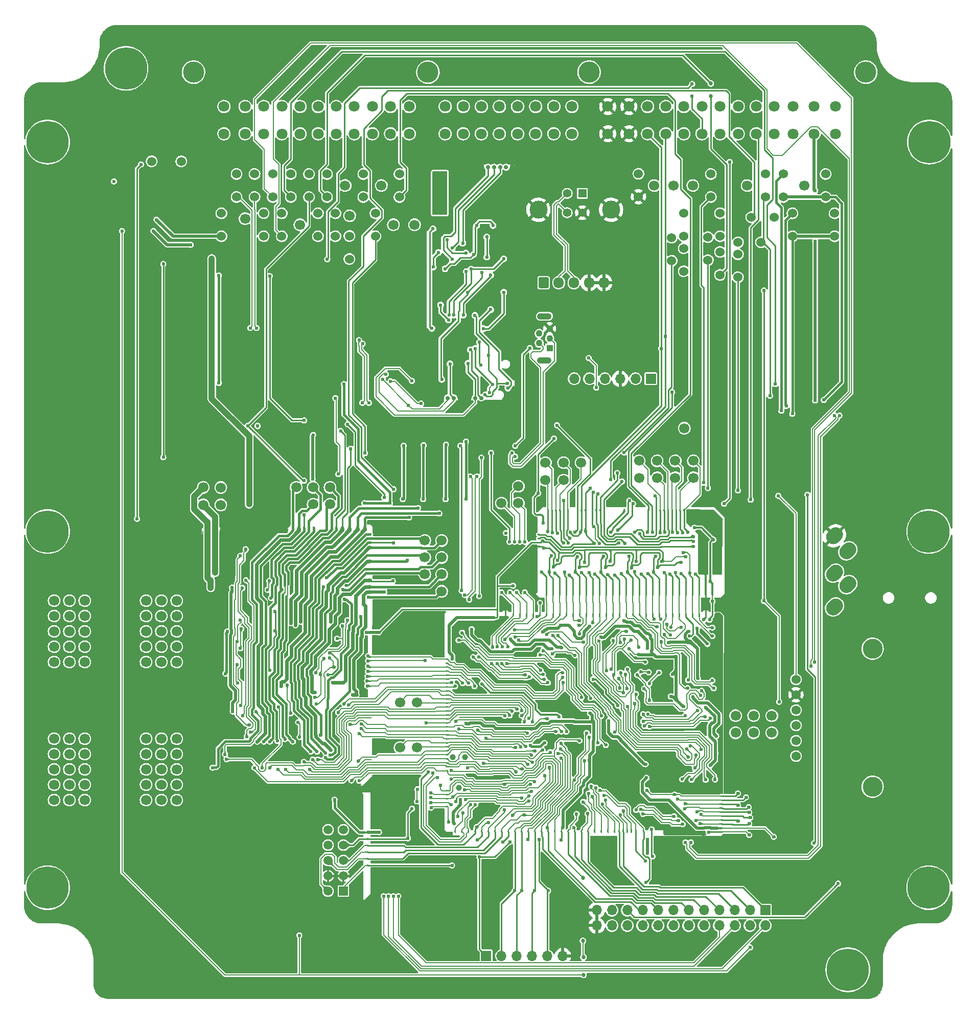
<source format=gbl>
G75*
G70*
%OFA0B0*%
%FSLAX25Y25*%
%IPPOS*%
%LPD*%
%AMOC8*
5,1,8,0,0,1.08239X$1,22.5*
%
%AMM171*
21,1,0.009840,0.009840,-0.000000,-0.000000,180.000000*
21,1,0.000000,0.019680,-0.000000,-0.000000,180.000000*
1,1,0.009840,-0.000000,0.004920*
1,1,0.009840,-0.000000,0.004920*
1,1,0.009840,-0.000000,-0.004920*
1,1,0.009840,-0.000000,-0.004920*
%
%AMM172*
21,1,0.009840,0.009840,-0.000000,-0.000000,270.000000*
21,1,0.000000,0.019680,-0.000000,-0.000000,270.000000*
1,1,0.009840,-0.004920,-0.000000*
1,1,0.009840,-0.004920,-0.000000*
1,1,0.009840,0.004920,-0.000000*
1,1,0.009840,0.004920,-0.000000*
%
%AMM252*
21,1,0.009840,0.009840,-0.000000,-0.000000,90.000000*
21,1,0.000000,0.019680,-0.000000,-0.000000,90.000000*
1,1,0.009840,0.004920,-0.000000*
1,1,0.009840,0.004920,-0.000000*
1,1,0.009840,-0.004920,-0.000000*
1,1,0.009840,-0.004920,-0.000000*
%
%AMM314*
21,1,0.039370,0.007870,-0.000000,-0.000000,315.000000*
1,1,0.007870,-0.013920,0.013920*
1,1,0.007870,0.013920,-0.013920*
%
%AMM336*
21,1,0.007870,0.078350,-0.000000,0.000000,225.000000*
21,1,0.000000,0.086220,-0.000000,0.000000,225.000000*
1,1,0.007870,-0.027700,0.027700*
1,1,0.007870,-0.027700,0.027700*
1,1,0.007870,0.027700,-0.027700*
1,1,0.007870,0.027700,-0.027700*
%
%AMM337*
21,1,0.007870,0.643700,-0.000000,0.000000,0.000000*
21,1,0.000000,0.651580,-0.000000,0.000000,0.000000*
1,1,0.007870,-0.000000,-0.321850*
1,1,0.007870,-0.000000,-0.321850*
1,1,0.007870,-0.000000,0.321850*
1,1,0.007870,-0.000000,0.321850*
%
%AMM338*
21,1,0.007870,0.287010,-0.000000,0.000000,270.000000*
21,1,0.000000,0.294880,-0.000000,0.000000,270.000000*
1,1,0.007870,-0.143500,0.000000*
1,1,0.007870,-0.143500,0.000000*
1,1,0.007870,0.143500,0.000000*
1,1,0.007870,0.143500,0.000000*
%
%AMM339*
21,1,0.007870,0.023620,-0.000000,0.000000,315.000000*
21,1,0.000000,0.031500,-0.000000,0.000000,315.000000*
1,1,0.007870,-0.008350,-0.008350*
1,1,0.007870,-0.008350,-0.008350*
1,1,0.007870,0.008350,0.008350*
1,1,0.007870,0.008350,0.008350*
%
%AMM340*
21,1,0.007870,0.361020,-0.000000,0.000000,90.000000*
21,1,0.000000,0.368900,-0.000000,0.000000,90.000000*
1,1,0.007870,0.180510,0.000000*
1,1,0.007870,0.180510,0.000000*
1,1,0.007870,-0.180510,0.000000*
1,1,0.007870,-0.180510,0.000000*
%
%AMM341*
21,1,0.009840,0.009840,-0.000000,0.000000,270.000000*
21,1,0.000000,0.019680,-0.000000,0.000000,270.000000*
1,1,0.009840,-0.004920,0.000000*
1,1,0.009840,-0.004920,0.000000*
1,1,0.009840,0.004920,0.000000*
1,1,0.009840,0.004920,0.000000*
%
%ADD124R,0.19882X0.00984*%
%ADD129C,0.02756*%
%ADD131C,0.07087*%
%ADD145O,0.03937X0.05906*%
%ADD146C,0.02362*%
%ADD148R,0.03740X0.00984*%
%ADD156C,0.13780*%
%ADD166C,0.00800*%
%ADD170C,0.03937*%
%ADD182C,0.05512*%
%ADD190O,0.02362X0.03150*%
%ADD191O,0.06693X0.07283*%
%ADD199R,0.38386X0.00984*%
%ADD201R,0.05512X0.05512*%
%ADD21R,0.12205X0.00984*%
%ADD214C,0.13000*%
%ADD236O,0.01575X0.02362*%
%ADD239C,0.05906*%
%ADD248R,0.08858X0.00984*%
%ADD25C,0.02000*%
%ADD265O,0.03150X0.02362*%
%ADD266O,0.02362X0.01575*%
%ADD275C,0.00984*%
%ADD277C,0.06000*%
%ADD28C,0.01575*%
%ADD286C,0.01000*%
%ADD290C,0.27559*%
%ADD299R,0.04331X0.04331*%
%ADD304O,1.00787X0.00787*%
%ADD307C,0.04331*%
%ADD318O,0.09449X0.04331*%
%ADD319C,0.01968*%
%ADD320O,0.06693X0.06693*%
%ADD348O,0.01575X0.00787*%
%ADD350C,0.03900*%
%ADD380M171*%
%ADD381M172*%
%ADD44C,0.06693*%
%ADD46C,0.07874*%
%ADD471M252*%
%ADD48R,0.00984X1.54528*%
%ADD52R,0.06693X0.06693*%
%ADD54O,0.44882X0.04331*%
%ADD548M314*%
%ADD570M336*%
%ADD571M337*%
%ADD572M338*%
%ADD573M339*%
%ADD574M340*%
%ADD575M341*%
%ADD63C,0.02400*%
%ADD66C,0.01181*%
%ADD67C,0.00787*%
%ADD72O,0.00787X1.60630*%
%ADD85C,0.11811*%
%ADD90C,0.02700*%
%ADD98R,0.05906X0.05906*%
X0000000Y0000000D02*
%LPD*%
G01*
D146*
X0297507Y0092873D03*
X0303708Y0073562D03*
X0353724Y0073597D03*
X0320342Y0070924D03*
X0324968Y0070924D03*
X0333531Y0070924D03*
X0342291Y0070924D03*
D277*
X0203546Y0497618D03*
X0203546Y0512618D03*
D44*
X0245672Y0164192D03*
X0245672Y0193729D03*
X0233508Y0530709D03*
D52*
X0409252Y0404724D03*
D320*
X0399252Y0404724D03*
X0389252Y0404724D03*
X0379252Y0404724D03*
X0369252Y0404724D03*
X0359252Y0404724D03*
D44*
X0200000Y0333858D03*
X0080000Y0220000D03*
X0080000Y0230000D03*
X0080000Y0240000D03*
X0080000Y0250000D03*
X0080000Y0260000D03*
X0090000Y0220000D03*
X0090000Y0230000D03*
X0090000Y0240000D03*
X0090000Y0250000D03*
X0090000Y0260000D03*
X0100000Y0220000D03*
X0100000Y0230000D03*
X0100000Y0240000D03*
X0100000Y0250000D03*
X0100000Y0260000D03*
D277*
X0454374Y0487382D03*
X0454374Y0472382D03*
D44*
X0177953Y0333858D03*
X0117323Y0333858D03*
X0272835Y0299213D03*
G36*
G01*
X0117272Y0143329D02*
X0120056Y0140545D01*
G75*
G02*
X0120056Y0139989I-000278J-000278D01*
G01*
X0120056Y0139989D01*
G75*
G02*
X0119499Y0139989I-000278J0000278D01*
G01*
X0116715Y0142773D01*
G75*
G02*
X0116715Y0143329I0000278J0000278D01*
G01*
X0116715Y0143329D01*
G75*
G02*
X0117272Y0143329I0000278J-000278D01*
G01*
G37*
D72*
X0116988Y0223037D03*
D304*
X0169744Y0140261D03*
D145*
X0120131Y0305660D03*
X0125076Y0305660D03*
D54*
X0150446Y0306152D03*
D236*
X0175840Y0307333D03*
D190*
X0179678Y0306940D03*
D236*
X0183103Y0307333D03*
X0185978Y0307333D03*
X0189500Y0307333D03*
X0197670Y0307333D03*
X0201213Y0307333D03*
X0204009Y0307333D03*
D190*
X0208025Y0306940D03*
X0212651Y0306940D03*
X0217966Y0306940D03*
X0222592Y0306940D03*
D266*
X0226135Y0303277D03*
X0226135Y0300542D03*
X0226135Y0297864D03*
D265*
X0225761Y0294636D03*
D266*
X0226135Y0289498D03*
D265*
X0225761Y0285680D03*
D266*
X0226135Y0280660D03*
X0226135Y0278101D03*
D265*
X0225761Y0273377D03*
X0225761Y0269144D03*
X0225761Y0265699D03*
D266*
X0226135Y0262451D03*
X0226135Y0239420D03*
D348*
X0226548Y0223455D03*
X0226548Y0220857D03*
X0226548Y0216684D03*
X0226548Y0213912D03*
X0226548Y0210762D03*
X0226548Y0207612D03*
X0226548Y0204479D03*
X0226548Y0195837D03*
X0226548Y0194105D03*
X0226548Y0192373D03*
X0226548Y0190640D03*
X0226548Y0188908D03*
X0226548Y0187176D03*
X0226548Y0185444D03*
X0226548Y0183711D03*
X0226548Y0179282D03*
X0226548Y0176684D03*
X0226548Y0174085D03*
X0226548Y0171487D03*
X0226548Y0158081D03*
X0226548Y0156349D03*
X0226548Y0154617D03*
X0226548Y0152885D03*
X0226548Y0151152D03*
X0226548Y0149420D03*
X0226548Y0147688D03*
D277*
X0162642Y0523209D03*
X0162642Y0538209D03*
X0430752Y0497598D03*
X0430752Y0512598D03*
D44*
X0188976Y0322835D03*
D201*
X0364567Y0525591D03*
D182*
X0354724Y0525591D03*
X0354724Y0512992D03*
X0364567Y0512992D03*
D85*
X0383346Y0514921D03*
X0335945Y0514921D03*
D277*
X0422878Y0481654D03*
X0422878Y0496654D03*
X0186264Y0523209D03*
X0186264Y0538209D03*
X0129177Y0497618D03*
X0129177Y0512618D03*
D156*
X0369009Y0604624D03*
X0549519Y0604624D03*
X0110939Y0604624D03*
X0263889Y0604624D03*
D131*
X0130829Y0564464D03*
X0144599Y0564464D03*
X0156809Y0564464D03*
X0168619Y0564464D03*
X0180429Y0564464D03*
X0192239Y0564464D03*
X0204049Y0564464D03*
X0215859Y0564464D03*
X0227669Y0564464D03*
X0239479Y0564464D03*
X0251689Y0564464D03*
X0130829Y0582184D03*
X0144599Y0582184D03*
X0156809Y0582184D03*
X0168619Y0582184D03*
X0180429Y0582184D03*
X0192239Y0582184D03*
X0204049Y0582184D03*
X0215859Y0582184D03*
X0227669Y0582184D03*
X0239479Y0582184D03*
X0251689Y0582184D03*
X0275109Y0564464D03*
X0286919Y0564464D03*
X0298729Y0564464D03*
X0310539Y0564464D03*
X0322359Y0564464D03*
X0334169Y0564464D03*
X0345979Y0564464D03*
X0357789Y0564464D03*
X0275109Y0582184D03*
X0286919Y0582184D03*
X0298729Y0582184D03*
X0310539Y0582184D03*
X0322359Y0582184D03*
X0334169Y0582184D03*
X0345979Y0582184D03*
X0357789Y0582184D03*
X0381199Y0564464D03*
X0394979Y0564464D03*
X0407199Y0564464D03*
X0419009Y0564464D03*
X0430819Y0564464D03*
X0442629Y0564464D03*
X0454439Y0564464D03*
X0466249Y0564464D03*
X0478059Y0564464D03*
X0489869Y0564464D03*
X0502079Y0564464D03*
X0515859Y0564464D03*
X0529639Y0564464D03*
X0381199Y0582184D03*
X0394979Y0582184D03*
X0407199Y0582184D03*
X0419009Y0582184D03*
X0430819Y0582184D03*
X0442629Y0582184D03*
X0454439Y0582184D03*
X0466249Y0582184D03*
X0478059Y0582184D03*
X0489869Y0582184D03*
X0502079Y0582184D03*
X0515859Y0582184D03*
X0529639Y0582184D03*
D44*
X0411460Y0530689D03*
D290*
X0015748Y0559055D03*
D44*
X0509492Y0530689D03*
X0425197Y0340157D03*
X0352362Y0338583D03*
X0128740Y0322441D03*
X0311814Y0323626D03*
X0476378Y0185039D03*
D277*
X0483901Y0523189D03*
X0483901Y0538189D03*
D299*
X0343307Y0424803D03*
D307*
X0336417Y0427953D03*
X0343307Y0431102D03*
X0336417Y0434252D03*
X0343307Y0437402D03*
D318*
X0339862Y0416732D03*
X0339862Y0445472D03*
D44*
X0401575Y0340157D03*
X0476378Y0173877D03*
X0256736Y0193720D03*
D277*
X0466142Y0470866D03*
X0466142Y0485866D03*
D44*
X0488189Y0173877D03*
D146*
X0234478Y0404211D03*
X0236545Y0407656D03*
X0239497Y0403030D03*
X0253474Y0403325D03*
D214*
X0553937Y0228681D03*
X0553937Y0138681D03*
D277*
X0503937Y0208681D03*
X0503937Y0198681D03*
X0503937Y0188681D03*
X0503937Y0178681D03*
X0503937Y0168681D03*
X0503937Y0158681D03*
X0495712Y0523189D03*
X0495712Y0538189D03*
D44*
X0020000Y0220000D03*
X0020000Y0230000D03*
X0020000Y0240000D03*
X0020000Y0250000D03*
X0020000Y0260000D03*
X0030000Y0220000D03*
X0030000Y0230000D03*
X0030000Y0240000D03*
X0030000Y0250000D03*
X0030000Y0260000D03*
X0040000Y0220000D03*
X0040000Y0230000D03*
X0040000Y0240000D03*
X0040000Y0250000D03*
X0040000Y0260000D03*
X0424057Y0530686D03*
X0272835Y0266142D03*
X0363780Y0350000D03*
D52*
X0301887Y0028366D03*
D320*
X0311887Y0028366D03*
X0321887Y0028366D03*
X0331887Y0028366D03*
X0341887Y0028366D03*
X0351887Y0028366D03*
D146*
X0407055Y0095465D03*
X0410499Y0093398D03*
X0405873Y0090446D03*
X0406169Y0076469D03*
D44*
X0117323Y0322441D03*
D277*
X0221697Y0523209D03*
X0221697Y0538209D03*
D44*
X0212838Y0511027D03*
X0200000Y0322835D03*
D277*
X0139020Y0523209D03*
X0139020Y0538209D03*
D290*
X0015748Y0072835D03*
G36*
G01*
X0221262Y0133490D02*
X0185160Y0133490D01*
G75*
G02*
X0184766Y0133883I0000000J0000394D01*
G01*
X0184766Y0133883D01*
G75*
G02*
X0185160Y0134277I0000394J0000000D01*
G01*
X0221262Y0134277D01*
G75*
G02*
X0221656Y0133883I0000000J-000394D01*
G01*
X0221656Y0133883D01*
G75*
G02*
X0221262Y0133490I-000394J0000000D01*
G01*
G37*
G36*
G01*
X0185408Y0069679D02*
X0190948Y0064140D01*
G75*
G02*
X0190948Y0063583I-000278J-000278D01*
G01*
X0190948Y0063583D01*
G75*
G02*
X0190391Y0063583I-000278J0000278D01*
G01*
X0184851Y0069123D01*
G75*
G02*
X0184851Y0069679I0000278J0000278D01*
G01*
X0184851Y0069679D01*
G75*
G02*
X0185408Y0069679I0000278J-000278D01*
G01*
G37*
G36*
G01*
X0219262Y0064155D02*
X0220932Y0065826D01*
G75*
G02*
X0221489Y0065826I0000278J-000278D01*
G01*
X0221489Y0065826D01*
G75*
G02*
X0221489Y0065269I-000278J-000278D01*
G01*
X0219819Y0063598D01*
G75*
G02*
X0219262Y0063598I-000278J0000278D01*
G01*
X0219262Y0063598D01*
G75*
G02*
X0219262Y0064155I0000278J0000278D01*
G01*
G37*
G36*
G01*
X0184727Y0069427D02*
X0184727Y0133797D01*
G75*
G02*
X0185121Y0134191I0000394J0000000D01*
G01*
X0185121Y0134191D01*
G75*
G02*
X0185515Y0133797I0000000J-000394D01*
G01*
X0185515Y0069427D01*
G75*
G02*
X0185121Y0069033I-000394J0000000D01*
G01*
X0185121Y0069033D01*
G75*
G02*
X0184727Y0069427I0000000J0000394D01*
G01*
G37*
G36*
G01*
X0190787Y0064228D02*
X0219488Y0064228D01*
G75*
G02*
X0219881Y0063834I0000000J-000394D01*
G01*
X0219881Y0063834D01*
G75*
G02*
X0219488Y0063440I-000394J0000000D01*
G01*
X0190787Y0063440D01*
G75*
G02*
X0190393Y0063834I0000000J0000394D01*
G01*
X0190393Y0063834D01*
G75*
G02*
X0190787Y0064228I0000394J0000000D01*
G01*
G37*
G36*
G01*
X0224025Y0109602D02*
X0225009Y0109602D01*
G75*
G02*
X0225501Y0109110I0000000J-000492D01*
G01*
X0225501Y0109110D01*
G75*
G02*
X0225009Y0108618I-000492J0000000D01*
G01*
X0224025Y0108618D01*
G75*
G02*
X0223533Y0109110I0000000J0000492D01*
G01*
X0223533Y0109110D01*
G75*
G02*
X0224025Y0109602I0000492J0000000D01*
G01*
G37*
G36*
G01*
X0224025Y0105271D02*
X0225009Y0105271D01*
G75*
G02*
X0225501Y0104779I0000000J-000492D01*
G01*
X0225501Y0104779D01*
G75*
G02*
X0225009Y0104287I-000492J0000000D01*
G01*
X0224025Y0104287D01*
G75*
G02*
X0223533Y0104779I0000000J0000492D01*
G01*
X0223533Y0104779D01*
G75*
G02*
X0224025Y0105271I0000492J0000000D01*
G01*
G37*
G36*
G01*
X0224025Y0100940D02*
X0225009Y0100940D01*
G75*
G02*
X0225501Y0100448I0000000J-000492D01*
G01*
X0225501Y0100448D01*
G75*
G02*
X0225009Y0099956I-000492J0000000D01*
G01*
X0224025Y0099956D01*
G75*
G02*
X0223533Y0100448I0000000J0000492D01*
G01*
X0223533Y0100448D01*
G75*
G02*
X0224025Y0100940I0000492J0000000D01*
G01*
G37*
G36*
G01*
X0224025Y0096610D02*
X0225009Y0096610D01*
G75*
G02*
X0225501Y0096118I0000000J-000492D01*
G01*
X0225501Y0096118D01*
G75*
G02*
X0225009Y0095626I-000492J0000000D01*
G01*
X0224025Y0095626D01*
G75*
G02*
X0223533Y0096118I0000000J0000492D01*
G01*
X0223533Y0096118D01*
G75*
G02*
X0224025Y0096610I0000492J0000000D01*
G01*
G37*
G36*
G01*
X0224025Y0092279D02*
X0225009Y0092279D01*
G75*
G02*
X0225501Y0091787I0000000J-000492D01*
G01*
X0225501Y0091787D01*
G75*
G02*
X0225009Y0091295I-000492J0000000D01*
G01*
X0224025Y0091295D01*
G75*
G02*
X0223533Y0091787I0000000J0000492D01*
G01*
X0223533Y0091787D01*
G75*
G02*
X0224025Y0092279I0000492J0000000D01*
G01*
G37*
G36*
G01*
X0224025Y0087948D02*
X0225009Y0087948D01*
G75*
G02*
X0225501Y0087456I0000000J-000492D01*
G01*
X0225501Y0087456D01*
G75*
G02*
X0225009Y0086964I-000492J0000000D01*
G01*
X0224025Y0086964D01*
G75*
G02*
X0223533Y0087456I0000000J0000492D01*
G01*
X0223533Y0087456D01*
G75*
G02*
X0224025Y0087948I0000492J0000000D01*
G01*
G37*
D44*
X0322879Y0323626D03*
X0488189Y0185039D03*
D290*
X0015748Y0305118D03*
D44*
X0436657Y0530689D03*
G36*
G01*
X0335673Y0295852D02*
X0336657Y0295852D01*
G75*
G02*
X0337149Y0295360I0000000J-000492D01*
G01*
X0337149Y0295360D01*
G75*
G02*
X0336657Y0294868I-000492J0000000D01*
G01*
X0335673Y0294868D01*
G75*
G02*
X0335181Y0295360I0000000J0000492D01*
G01*
X0335181Y0295360D01*
G75*
G02*
X0335673Y0295852I0000492J0000000D01*
G01*
G37*
G36*
G01*
X0335673Y0298451D02*
X0336657Y0298451D01*
G75*
G02*
X0337149Y0297959I0000000J-000492D01*
G01*
X0337149Y0297959D01*
G75*
G02*
X0336657Y0297466I-000492J0000000D01*
G01*
X0335673Y0297466D01*
G75*
G02*
X0335181Y0297959I0000000J0000492D01*
G01*
X0335181Y0297959D01*
G75*
G02*
X0335673Y0298451I0000492J0000000D01*
G01*
G37*
G36*
G01*
X0335673Y0301049D02*
X0336657Y0301049D01*
G75*
G02*
X0337149Y0300557I0000000J-000492D01*
G01*
X0337149Y0300557D01*
G75*
G02*
X0336657Y0300065I-000492J0000000D01*
G01*
X0335673Y0300065D01*
G75*
G02*
X0335181Y0300557I0000000J0000492D01*
G01*
X0335181Y0300557D01*
G75*
G02*
X0335673Y0301049I0000492J0000000D01*
G01*
G37*
G36*
G01*
X0335673Y0303648D02*
X0336657Y0303648D01*
G75*
G02*
X0337149Y0303155I0000000J-000492D01*
G01*
X0337149Y0303155D01*
G75*
G02*
X0336657Y0302663I-000492J0000000D01*
G01*
X0335673Y0302663D01*
G75*
G02*
X0335181Y0303155I0000000J0000492D01*
G01*
X0335181Y0303155D01*
G75*
G02*
X0335673Y0303648I0000492J0000000D01*
G01*
G37*
G36*
G01*
X0335673Y0316640D02*
X0336657Y0316640D01*
G75*
G02*
X0337149Y0316148I0000000J-000492D01*
G01*
X0337149Y0316148D01*
G75*
G02*
X0336657Y0315655I-000492J0000000D01*
G01*
X0335673Y0315655D01*
G75*
G02*
X0335181Y0316148I0000000J0000492D01*
G01*
X0335181Y0316148D01*
G75*
G02*
X0335673Y0316640I0000492J0000000D01*
G01*
G37*
G36*
G01*
X0448941Y0263495D02*
X0448941Y0264479D01*
G75*
G02*
X0449433Y0264971I0000492J0000000D01*
G01*
X0449433Y0264971D01*
G75*
G02*
X0449925Y0264479I0000000J-000492D01*
G01*
X0449925Y0263495D01*
G75*
G02*
X0449433Y0263003I-000492J0000000D01*
G01*
X0449433Y0263003D01*
G75*
G02*
X0448941Y0263495I0000000J0000492D01*
G01*
G37*
G36*
G01*
X0445594Y0264479D02*
X0445594Y0263495D01*
G75*
G02*
X0445102Y0263003I-000492J0000000D01*
G01*
X0445102Y0263003D01*
G75*
G02*
X0444610Y0263495I0000000J0000492D01*
G01*
X0444610Y0264479D01*
G75*
G02*
X0445102Y0264971I0000492J0000000D01*
G01*
X0445102Y0264971D01*
G75*
G02*
X0445594Y0264479I0000000J-000492D01*
G01*
G37*
G36*
G01*
X0441264Y0264479D02*
X0441264Y0263495D01*
G75*
G02*
X0440771Y0263003I-000492J0000000D01*
G01*
X0440771Y0263003D01*
G75*
G02*
X0440279Y0263495I0000000J0000492D01*
G01*
X0440279Y0264479D01*
G75*
G02*
X0440771Y0264971I0000492J0000000D01*
G01*
X0440771Y0264971D01*
G75*
G02*
X0441264Y0264479I0000000J-000492D01*
G01*
G37*
G36*
G01*
X0436933Y0264479D02*
X0436933Y0263495D01*
G75*
G02*
X0436441Y0263003I-000492J0000000D01*
G01*
X0436441Y0263003D01*
G75*
G02*
X0435949Y0263495I0000000J0000492D01*
G01*
X0435949Y0264479D01*
G75*
G02*
X0436441Y0264971I0000492J0000000D01*
G01*
X0436441Y0264971D01*
G75*
G02*
X0436933Y0264479I0000000J-000492D01*
G01*
G37*
G36*
G01*
X0432602Y0264479D02*
X0432602Y0263495D01*
G75*
G02*
X0432110Y0263003I-000492J0000000D01*
G01*
X0432110Y0263003D01*
G75*
G02*
X0431618Y0263495I0000000J0000492D01*
G01*
X0431618Y0264479D01*
G75*
G02*
X0432110Y0264971I0000492J0000000D01*
G01*
X0432110Y0264971D01*
G75*
G02*
X0432602Y0264479I0000000J-000492D01*
G01*
G37*
G36*
G01*
X0428272Y0264479D02*
X0428272Y0263495D01*
G75*
G02*
X0427779Y0263003I-000492J0000000D01*
G01*
X0427779Y0263003D01*
G75*
G02*
X0427287Y0263495I0000000J0000492D01*
G01*
X0427287Y0264479D01*
G75*
G02*
X0427779Y0264971I0000492J0000000D01*
G01*
X0427779Y0264971D01*
G75*
G02*
X0428272Y0264479I0000000J-000492D01*
G01*
G37*
G36*
G01*
X0423941Y0264479D02*
X0423941Y0263495D01*
G75*
G02*
X0423449Y0263003I-000492J0000000D01*
G01*
X0423449Y0263003D01*
G75*
G02*
X0422957Y0263495I0000000J0000492D01*
G01*
X0422957Y0264479D01*
G75*
G02*
X0423449Y0264971I0000492J0000000D01*
G01*
X0423449Y0264971D01*
G75*
G02*
X0423941Y0264479I0000000J-000492D01*
G01*
G37*
G36*
G01*
X0419610Y0264479D02*
X0419610Y0263495D01*
G75*
G02*
X0419118Y0263003I-000492J0000000D01*
G01*
X0419118Y0263003D01*
G75*
G02*
X0418626Y0263495I0000000J0000492D01*
G01*
X0418626Y0264479D01*
G75*
G02*
X0419118Y0264971I0000492J0000000D01*
G01*
X0419118Y0264971D01*
G75*
G02*
X0419610Y0264479I0000000J-000492D01*
G01*
G37*
G36*
G01*
X0415279Y0264479D02*
X0415279Y0263495D01*
G75*
G02*
X0414787Y0263003I-000492J0000000D01*
G01*
X0414787Y0263003D01*
G75*
G02*
X0414295Y0263495I0000000J0000492D01*
G01*
X0414295Y0264479D01*
G75*
G02*
X0414787Y0264971I0000492J0000000D01*
G01*
X0414787Y0264971D01*
G75*
G02*
X0415279Y0264479I0000000J-000492D01*
G01*
G37*
G36*
G01*
X0410949Y0264479D02*
X0410949Y0263495D01*
G75*
G02*
X0410457Y0263003I-000492J0000000D01*
G01*
X0410457Y0263003D01*
G75*
G02*
X0409964Y0263495I0000000J0000492D01*
G01*
X0409964Y0264479D01*
G75*
G02*
X0410457Y0264971I0000492J0000000D01*
G01*
X0410457Y0264971D01*
G75*
G02*
X0410949Y0264479I0000000J-000492D01*
G01*
G37*
G36*
G01*
X0406618Y0264479D02*
X0406618Y0263495D01*
G75*
G02*
X0406126Y0263003I-000492J0000000D01*
G01*
X0406126Y0263003D01*
G75*
G02*
X0405634Y0263495I0000000J0000492D01*
G01*
X0405634Y0264479D01*
G75*
G02*
X0406126Y0264971I0000492J0000000D01*
G01*
X0406126Y0264971D01*
G75*
G02*
X0406618Y0264479I0000000J-000492D01*
G01*
G37*
G36*
G01*
X0402287Y0264479D02*
X0402287Y0263495D01*
G75*
G02*
X0401795Y0263003I-000492J0000000D01*
G01*
X0401795Y0263003D01*
G75*
G02*
X0401303Y0263495I0000000J0000492D01*
G01*
X0401303Y0264479D01*
G75*
G02*
X0401795Y0264971I0000492J0000000D01*
G01*
X0401795Y0264971D01*
G75*
G02*
X0402287Y0264479I0000000J-000492D01*
G01*
G37*
G36*
G01*
X0397957Y0264479D02*
X0397957Y0263495D01*
G75*
G02*
X0397464Y0263003I-000492J0000000D01*
G01*
X0397464Y0263003D01*
G75*
G02*
X0396972Y0263495I0000000J0000492D01*
G01*
X0396972Y0264479D01*
G75*
G02*
X0397464Y0264971I0000492J0000000D01*
G01*
X0397464Y0264971D01*
G75*
G02*
X0397957Y0264479I0000000J-000492D01*
G01*
G37*
G36*
G01*
X0393626Y0264479D02*
X0393626Y0263495D01*
G75*
G02*
X0393134Y0263003I-000492J0000000D01*
G01*
X0393134Y0263003D01*
G75*
G02*
X0392642Y0263495I0000000J0000492D01*
G01*
X0392642Y0264479D01*
G75*
G02*
X0393134Y0264971I0000492J0000000D01*
G01*
X0393134Y0264971D01*
G75*
G02*
X0393626Y0264479I0000000J-000492D01*
G01*
G37*
G36*
G01*
X0389295Y0264479D02*
X0389295Y0263495D01*
G75*
G02*
X0388803Y0263003I-000492J0000000D01*
G01*
X0388803Y0263003D01*
G75*
G02*
X0388311Y0263495I0000000J0000492D01*
G01*
X0388311Y0264479D01*
G75*
G02*
X0388803Y0264971I0000492J0000000D01*
G01*
X0388803Y0264971D01*
G75*
G02*
X0389295Y0264479I0000000J-000492D01*
G01*
G37*
G36*
G01*
X0384965Y0264479D02*
X0384965Y0263495D01*
G75*
G02*
X0384472Y0263003I-000492J0000000D01*
G01*
X0384472Y0263003D01*
G75*
G02*
X0383980Y0263495I0000000J0000492D01*
G01*
X0383980Y0264479D01*
G75*
G02*
X0384472Y0264971I0000492J0000000D01*
G01*
X0384472Y0264971D01*
G75*
G02*
X0384965Y0264479I0000000J-000492D01*
G01*
G37*
G36*
G01*
X0380634Y0264479D02*
X0380634Y0263495D01*
G75*
G02*
X0380142Y0263003I-000492J0000000D01*
G01*
X0380142Y0263003D01*
G75*
G02*
X0379650Y0263495I0000000J0000492D01*
G01*
X0379650Y0264479D01*
G75*
G02*
X0380142Y0264971I0000492J0000000D01*
G01*
X0380142Y0264971D01*
G75*
G02*
X0380634Y0264479I0000000J-000492D01*
G01*
G37*
G36*
G01*
X0376303Y0264479D02*
X0376303Y0263495D01*
G75*
G02*
X0375811Y0263003I-000492J0000000D01*
G01*
X0375811Y0263003D01*
G75*
G02*
X0375319Y0263495I0000000J0000492D01*
G01*
X0375319Y0264479D01*
G75*
G02*
X0375811Y0264971I0000492J0000000D01*
G01*
X0375811Y0264971D01*
G75*
G02*
X0376303Y0264479I0000000J-000492D01*
G01*
G37*
G36*
G01*
X0371972Y0264479D02*
X0371972Y0263495D01*
G75*
G02*
X0371480Y0263003I-000492J0000000D01*
G01*
X0371480Y0263003D01*
G75*
G02*
X0370988Y0263495I0000000J0000492D01*
G01*
X0370988Y0264479D01*
G75*
G02*
X0371480Y0264971I0000492J0000000D01*
G01*
X0371480Y0264971D01*
G75*
G02*
X0371972Y0264479I0000000J-000492D01*
G01*
G37*
G36*
G01*
X0367642Y0264479D02*
X0367642Y0263495D01*
G75*
G02*
X0367150Y0263003I-000492J0000000D01*
G01*
X0367150Y0263003D01*
G75*
G02*
X0366657Y0263495I0000000J0000492D01*
G01*
X0366657Y0264479D01*
G75*
G02*
X0367150Y0264971I0000492J0000000D01*
G01*
X0367150Y0264971D01*
G75*
G02*
X0367642Y0264479I0000000J-000492D01*
G01*
G37*
G36*
G01*
X0363311Y0264479D02*
X0363311Y0263495D01*
G75*
G02*
X0362819Y0263003I-000492J0000000D01*
G01*
X0362819Y0263003D01*
G75*
G02*
X0362327Y0263495I0000000J0000492D01*
G01*
X0362327Y0264479D01*
G75*
G02*
X0362819Y0264971I0000492J0000000D01*
G01*
X0362819Y0264971D01*
G75*
G02*
X0363311Y0264479I0000000J-000492D01*
G01*
G37*
G36*
G01*
X0358980Y0264479D02*
X0358980Y0263495D01*
G75*
G02*
X0358488Y0263003I-000492J0000000D01*
G01*
X0358488Y0263003D01*
G75*
G02*
X0357996Y0263495I0000000J0000492D01*
G01*
X0357996Y0264479D01*
G75*
G02*
X0358488Y0264971I0000492J0000000D01*
G01*
X0358488Y0264971D01*
G75*
G02*
X0358980Y0264479I0000000J-000492D01*
G01*
G37*
G36*
G01*
X0354650Y0264479D02*
X0354650Y0263495D01*
G75*
G02*
X0354157Y0263003I-000492J0000000D01*
G01*
X0354157Y0263003D01*
G75*
G02*
X0353665Y0263495I0000000J0000492D01*
G01*
X0353665Y0264479D01*
G75*
G02*
X0354157Y0264971I0000492J0000000D01*
G01*
X0354157Y0264971D01*
G75*
G02*
X0354650Y0264479I0000000J-000492D01*
G01*
G37*
G36*
G01*
X0350319Y0264479D02*
X0350319Y0263495D01*
G75*
G02*
X0349827Y0263003I-000492J0000000D01*
G01*
X0349827Y0263003D01*
G75*
G02*
X0349335Y0263495I0000000J0000492D01*
G01*
X0349335Y0264479D01*
G75*
G02*
X0349827Y0264971I0000492J0000000D01*
G01*
X0349827Y0264971D01*
G75*
G02*
X0350319Y0264479I0000000J-000492D01*
G01*
G37*
G36*
G01*
X0345988Y0264479D02*
X0345988Y0263495D01*
G75*
G02*
X0345496Y0263003I-000492J0000000D01*
G01*
X0345496Y0263003D01*
G75*
G02*
X0345004Y0263495I0000000J0000492D01*
G01*
X0345004Y0264479D01*
G75*
G02*
X0345496Y0264971I0000492J0000000D01*
G01*
X0345496Y0264971D01*
G75*
G02*
X0345988Y0264479I0000000J-000492D01*
G01*
G37*
G36*
G01*
X0341658Y0264479D02*
X0341658Y0263495D01*
G75*
G02*
X0341165Y0263003I-000492J0000000D01*
G01*
X0341165Y0263003D01*
G75*
G02*
X0340673Y0263495I0000000J0000492D01*
G01*
X0340673Y0264479D01*
G75*
G02*
X0341165Y0264971I0000492J0000000D01*
G01*
X0341165Y0264971D01*
G75*
G02*
X0341658Y0264479I0000000J-000492D01*
G01*
G37*
G36*
G01*
X0342645Y0319448D02*
X0342645Y0318463D01*
G75*
G02*
X0342153Y0317971I-000492J0000000D01*
G01*
X0342153Y0317971D01*
G75*
G02*
X0341661Y0318463I0000000J0000492D01*
G01*
X0341661Y0319448D01*
G75*
G02*
X0342153Y0319940I0000492J0000000D01*
G01*
X0342153Y0319940D01*
G75*
G02*
X0342645Y0319448I0000000J-000492D01*
G01*
G37*
G36*
G01*
X0345244Y0319448D02*
X0345244Y0318463D01*
G75*
G02*
X0344752Y0317971I-000492J0000000D01*
G01*
X0344752Y0317971D01*
G75*
G02*
X0344260Y0318463I0000000J0000492D01*
G01*
X0344260Y0319448D01*
G75*
G02*
X0344752Y0319940I0000492J0000000D01*
G01*
X0344752Y0319940D01*
G75*
G02*
X0345244Y0319448I0000000J-000492D01*
G01*
G37*
G36*
G01*
X0347842Y0319448D02*
X0347842Y0318463D01*
G75*
G02*
X0347350Y0317971I-000492J0000000D01*
G01*
X0347350Y0317971D01*
G75*
G02*
X0346858Y0318463I0000000J0000492D01*
G01*
X0346858Y0319448D01*
G75*
G02*
X0347350Y0319940I0000492J0000000D01*
G01*
X0347350Y0319940D01*
G75*
G02*
X0347842Y0319448I0000000J-000492D01*
G01*
G37*
G36*
G01*
X0350441Y0319448D02*
X0350441Y0318463D01*
G75*
G02*
X0349949Y0317971I-000492J0000000D01*
G01*
X0349949Y0317971D01*
G75*
G02*
X0349457Y0318463I0000000J0000492D01*
G01*
X0349457Y0319448D01*
G75*
G02*
X0349949Y0319940I0000492J0000000D01*
G01*
X0349949Y0319940D01*
G75*
G02*
X0350441Y0319448I0000000J-000492D01*
G01*
G37*
G36*
G01*
X0353039Y0319448D02*
X0353039Y0318463D01*
G75*
G02*
X0352547Y0317971I-000492J0000000D01*
G01*
X0352547Y0317971D01*
G75*
G02*
X0352055Y0318463I0000000J0000492D01*
G01*
X0352055Y0319448D01*
G75*
G02*
X0352547Y0319940I0000492J0000000D01*
G01*
X0352547Y0319940D01*
G75*
G02*
X0353039Y0319448I0000000J-000492D01*
G01*
G37*
G36*
G01*
X0355638Y0319448D02*
X0355638Y0318463D01*
G75*
G02*
X0355146Y0317971I-000492J0000000D01*
G01*
X0355146Y0317971D01*
G75*
G02*
X0354653Y0318463I0000000J0000492D01*
G01*
X0354653Y0319448D01*
G75*
G02*
X0355146Y0319940I0000492J0000000D01*
G01*
X0355146Y0319940D01*
G75*
G02*
X0355638Y0319448I0000000J-000492D01*
G01*
G37*
G36*
G01*
X0361941Y0319448D02*
X0361941Y0318463D01*
G75*
G02*
X0361449Y0317971I-000492J0000000D01*
G01*
X0361449Y0317971D01*
G75*
G02*
X0360957Y0318463I0000000J0000492D01*
G01*
X0360957Y0319448D01*
G75*
G02*
X0361449Y0319940I0000492J0000000D01*
G01*
X0361449Y0319940D01*
G75*
G02*
X0361941Y0319448I0000000J-000492D01*
G01*
G37*
G36*
G01*
X0364539Y0319448D02*
X0364539Y0318463D01*
G75*
G02*
X0364047Y0317971I-000492J0000000D01*
G01*
X0364047Y0317971D01*
G75*
G02*
X0363555Y0318463I0000000J0000492D01*
G01*
X0363555Y0319448D01*
G75*
G02*
X0364047Y0319940I0000492J0000000D01*
G01*
X0364047Y0319940D01*
G75*
G02*
X0364539Y0319448I0000000J-000492D01*
G01*
G37*
G36*
G01*
X0367138Y0319448D02*
X0367138Y0318463D01*
G75*
G02*
X0366646Y0317971I-000492J0000000D01*
G01*
X0366646Y0317971D01*
G75*
G02*
X0366153Y0318463I0000000J0000492D01*
G01*
X0366153Y0319448D01*
G75*
G02*
X0366646Y0319940I0000492J0000000D01*
G01*
X0366646Y0319940D01*
G75*
G02*
X0367138Y0319448I0000000J-000492D01*
G01*
G37*
G36*
G01*
X0371551Y0319448D02*
X0371551Y0318463D01*
G75*
G02*
X0371058Y0317971I-000492J0000000D01*
G01*
X0371058Y0317971D01*
G75*
G02*
X0370566Y0318463I0000000J0000492D01*
G01*
X0370566Y0319448D01*
G75*
G02*
X0371058Y0319940I0000492J0000000D01*
G01*
X0371058Y0319940D01*
G75*
G02*
X0371551Y0319448I0000000J-000492D01*
G01*
G37*
G36*
G01*
X0374149Y0319448D02*
X0374149Y0318463D01*
G75*
G02*
X0373657Y0317971I-000492J0000000D01*
G01*
X0373657Y0317971D01*
G75*
G02*
X0373165Y0318463I0000000J0000492D01*
G01*
X0373165Y0319448D01*
G75*
G02*
X0373657Y0319940I0000492J0000000D01*
G01*
X0373657Y0319940D01*
G75*
G02*
X0374149Y0319448I0000000J-000492D01*
G01*
G37*
G36*
G01*
X0376747Y0319448D02*
X0376747Y0318463D01*
G75*
G02*
X0376255Y0317971I-000492J0000000D01*
G01*
X0376255Y0317971D01*
G75*
G02*
X0375763Y0318463I0000000J0000492D01*
G01*
X0375763Y0319448D01*
G75*
G02*
X0376255Y0319940I0000492J0000000D01*
G01*
X0376255Y0319940D01*
G75*
G02*
X0376747Y0319448I0000000J-000492D01*
G01*
G37*
G36*
G01*
X0379346Y0319448D02*
X0379346Y0318463D01*
G75*
G02*
X0378854Y0317971I-000492J0000000D01*
G01*
X0378854Y0317971D01*
G75*
G02*
X0378362Y0318463I0000000J0000492D01*
G01*
X0378362Y0319448D01*
G75*
G02*
X0378854Y0319940I0000492J0000000D01*
G01*
X0378854Y0319940D01*
G75*
G02*
X0379346Y0319448I0000000J-000492D01*
G01*
G37*
G36*
G01*
X0392441Y0319448D02*
X0392441Y0318463D01*
G75*
G02*
X0391949Y0317971I-000492J0000000D01*
G01*
X0391949Y0317971D01*
G75*
G02*
X0391457Y0318463I0000000J0000492D01*
G01*
X0391457Y0319448D01*
G75*
G02*
X0391949Y0319940I0000492J0000000D01*
G01*
X0391949Y0319940D01*
G75*
G02*
X0392441Y0319448I0000000J-000492D01*
G01*
G37*
G36*
G01*
X0395039Y0319448D02*
X0395039Y0318463D01*
G75*
G02*
X0394547Y0317971I-000492J0000000D01*
G01*
X0394547Y0317971D01*
G75*
G02*
X0394055Y0318463I0000000J0000492D01*
G01*
X0394055Y0319448D01*
G75*
G02*
X0394547Y0319940I0000492J0000000D01*
G01*
X0394547Y0319940D01*
G75*
G02*
X0395039Y0319448I0000000J-000492D01*
G01*
G37*
G36*
G01*
X0397638Y0319448D02*
X0397638Y0318463D01*
G75*
G02*
X0397146Y0317971I-000492J0000000D01*
G01*
X0397146Y0317971D01*
G75*
G02*
X0396653Y0318463I0000000J0000492D01*
G01*
X0396653Y0319448D01*
G75*
G02*
X0397146Y0319940I0000492J0000000D01*
G01*
X0397146Y0319940D01*
G75*
G02*
X0397638Y0319448I0000000J-000492D01*
G01*
G37*
G36*
G01*
X0408055Y0319448D02*
X0408055Y0318463D01*
G75*
G02*
X0407563Y0317971I-000492J0000000D01*
G01*
X0407563Y0317971D01*
G75*
G02*
X0407071Y0318463I0000000J0000492D01*
G01*
X0407071Y0319448D01*
G75*
G02*
X0407563Y0319940I0000492J0000000D01*
G01*
X0407563Y0319940D01*
G75*
G02*
X0408055Y0319448I0000000J-000492D01*
G01*
G37*
G36*
G01*
X0410653Y0319448D02*
X0410653Y0318463D01*
G75*
G02*
X0410161Y0317971I-000492J0000000D01*
G01*
X0410161Y0317971D01*
G75*
G02*
X0409669Y0318463I0000000J0000492D01*
G01*
X0409669Y0319448D01*
G75*
G02*
X0410161Y0319940I0000492J0000000D01*
G01*
X0410161Y0319940D01*
G75*
G02*
X0410653Y0319448I0000000J-000492D01*
G01*
G37*
G36*
G01*
X0413252Y0319448D02*
X0413252Y0318463D01*
G75*
G02*
X0412760Y0317971I-000492J0000000D01*
G01*
X0412760Y0317971D01*
G75*
G02*
X0412268Y0318463I0000000J0000492D01*
G01*
X0412268Y0319448D01*
G75*
G02*
X0412760Y0319940I0000492J0000000D01*
G01*
X0412760Y0319940D01*
G75*
G02*
X0413252Y0319448I0000000J-000492D01*
G01*
G37*
G36*
G01*
X0415850Y0319448D02*
X0415850Y0318463D01*
G75*
G02*
X0415358Y0317971I-000492J0000000D01*
G01*
X0415358Y0317971D01*
G75*
G02*
X0414866Y0318463I0000000J0000492D01*
G01*
X0414866Y0319448D01*
G75*
G02*
X0415358Y0319940I0000492J0000000D01*
G01*
X0415358Y0319940D01*
G75*
G02*
X0415850Y0319448I0000000J-000492D01*
G01*
G37*
G36*
G01*
X0418449Y0319448D02*
X0418449Y0318463D01*
G75*
G02*
X0417957Y0317971I-000492J0000000D01*
G01*
X0417957Y0317971D01*
G75*
G02*
X0417464Y0318463I0000000J0000492D01*
G01*
X0417464Y0319448D01*
G75*
G02*
X0417957Y0319940I0000492J0000000D01*
G01*
X0417957Y0319940D01*
G75*
G02*
X0418449Y0319448I0000000J-000492D01*
G01*
G37*
G36*
G01*
X0421047Y0319448D02*
X0421047Y0318463D01*
G75*
G02*
X0420555Y0317971I-000492J0000000D01*
G01*
X0420555Y0317971D01*
G75*
G02*
X0420063Y0318463I0000000J0000492D01*
G01*
X0420063Y0319448D01*
G75*
G02*
X0420555Y0319940I0000492J0000000D01*
G01*
X0420555Y0319940D01*
G75*
G02*
X0421047Y0319448I0000000J-000492D01*
G01*
G37*
G36*
G01*
X0423645Y0319448D02*
X0423645Y0318463D01*
G75*
G02*
X0423153Y0317971I-000492J0000000D01*
G01*
X0423153Y0317971D01*
G75*
G02*
X0422661Y0318463I0000000J0000492D01*
G01*
X0422661Y0319448D01*
G75*
G02*
X0423153Y0319940I0000492J0000000D01*
G01*
X0423153Y0319940D01*
G75*
G02*
X0423645Y0319448I0000000J-000492D01*
G01*
G37*
G36*
G01*
X0426244Y0319448D02*
X0426244Y0318463D01*
G75*
G02*
X0425752Y0317971I-000492J0000000D01*
G01*
X0425752Y0317971D01*
G75*
G02*
X0425260Y0318463I0000000J0000492D01*
G01*
X0425260Y0319448D01*
G75*
G02*
X0425752Y0319940I0000492J0000000D01*
G01*
X0425752Y0319940D01*
G75*
G02*
X0426244Y0319448I0000000J-000492D01*
G01*
G37*
G36*
G01*
X0428842Y0319448D02*
X0428842Y0318463D01*
G75*
G02*
X0428350Y0317971I-000492J0000000D01*
G01*
X0428350Y0317971D01*
G75*
G02*
X0427858Y0318463I0000000J0000492D01*
G01*
X0427858Y0319448D01*
G75*
G02*
X0428350Y0319940I0000492J0000000D01*
G01*
X0428350Y0319940D01*
G75*
G02*
X0428842Y0319448I0000000J-000492D01*
G01*
G37*
G36*
G01*
X0431441Y0319448D02*
X0431441Y0318463D01*
G75*
G02*
X0430949Y0317971I-000492J0000000D01*
G01*
X0430949Y0317971D01*
G75*
G02*
X0430457Y0318463I0000000J0000492D01*
G01*
X0430457Y0319448D01*
G75*
G02*
X0430949Y0319940I0000492J0000000D01*
G01*
X0430949Y0319940D01*
G75*
G02*
X0431441Y0319448I0000000J-000492D01*
G01*
G37*
D277*
X0150831Y0523209D03*
X0150831Y0538209D03*
X0474807Y0510039D03*
X0489807Y0510039D03*
G36*
G01*
X0275747Y0126215D02*
X0276732Y0126215D01*
G75*
G02*
X0277224Y0125722I0000000J-000492D01*
G01*
X0277224Y0125722D01*
G75*
G02*
X0276732Y0125230I-000492J0000000D01*
G01*
X0275747Y0125230D01*
G75*
G02*
X0275255Y0125722I0000000J0000492D01*
G01*
X0275255Y0125722D01*
G75*
G02*
X0275747Y0126215I0000492J0000000D01*
G01*
G37*
G36*
G01*
X0276732Y0127829D02*
X0275747Y0127829D01*
G75*
G02*
X0275255Y0128321I0000000J0000492D01*
G01*
X0275255Y0128321D01*
G75*
G02*
X0275747Y0128813I0000492J0000000D01*
G01*
X0276732Y0128813D01*
G75*
G02*
X0277224Y0128321I0000000J-000492D01*
G01*
X0277224Y0128321D01*
G75*
G02*
X0276732Y0127829I-000492J0000000D01*
G01*
G37*
G36*
G01*
X0276732Y0130427D02*
X0275747Y0130427D01*
G75*
G02*
X0275255Y0130919I0000000J0000492D01*
G01*
X0275255Y0130919D01*
G75*
G02*
X0275747Y0131411I0000492J0000000D01*
G01*
X0276732Y0131411D01*
G75*
G02*
X0277224Y0130919I0000000J-000492D01*
G01*
X0277224Y0130919D01*
G75*
G02*
X0276732Y0130427I-000492J0000000D01*
G01*
G37*
G36*
G01*
X0276732Y0133026D02*
X0275747Y0133026D01*
G75*
G02*
X0275255Y0133518I0000000J0000492D01*
G01*
X0275255Y0133518D01*
G75*
G02*
X0275747Y0134010I0000492J0000000D01*
G01*
X0276732Y0134010D01*
G75*
G02*
X0277224Y0133518I0000000J-000492D01*
G01*
X0277224Y0133518D01*
G75*
G02*
X0276732Y0133026I-000492J0000000D01*
G01*
G37*
G36*
G01*
X0276732Y0135624D02*
X0275747Y0135624D01*
G75*
G02*
X0275255Y0136116I0000000J0000492D01*
G01*
X0275255Y0136116D01*
G75*
G02*
X0275747Y0136608I0000492J0000000D01*
G01*
X0276732Y0136608D01*
G75*
G02*
X0277224Y0136116I0000000J-000492D01*
G01*
X0277224Y0136116D01*
G75*
G02*
X0276732Y0135624I-000492J0000000D01*
G01*
G37*
G36*
G01*
X0276732Y0148616D02*
X0275747Y0148616D01*
G75*
G02*
X0275255Y0149108I0000000J0000492D01*
G01*
X0275255Y0149108D01*
G75*
G02*
X0275747Y0149600I0000492J0000000D01*
G01*
X0276732Y0149600D01*
G75*
G02*
X0277224Y0149108I0000000J-000492D01*
G01*
X0277224Y0149108D01*
G75*
G02*
X0276732Y0148616I-000492J0000000D01*
G01*
G37*
G36*
G01*
X0276732Y0151215D02*
X0275747Y0151215D01*
G75*
G02*
X0275255Y0151707I0000000J0000492D01*
G01*
X0275255Y0151707D01*
G75*
G02*
X0275747Y0152199I0000492J0000000D01*
G01*
X0276732Y0152199D01*
G75*
G02*
X0277224Y0151707I0000000J-000492D01*
G01*
X0277224Y0151707D01*
G75*
G02*
X0276732Y0151215I-000492J0000000D01*
G01*
G37*
G36*
G01*
X0276732Y0153813D02*
X0275747Y0153813D01*
G75*
G02*
X0275255Y0154305I0000000J0000492D01*
G01*
X0275255Y0154305D01*
G75*
G02*
X0275747Y0154797I0000492J0000000D01*
G01*
X0276732Y0154797D01*
G75*
G02*
X0277224Y0154305I0000000J-000492D01*
G01*
X0277224Y0154305D01*
G75*
G02*
X0276732Y0153813I-000492J0000000D01*
G01*
G37*
G36*
G01*
X0276732Y0156411D02*
X0275747Y0156411D01*
G75*
G02*
X0275255Y0156904I0000000J0000492D01*
G01*
X0275255Y0156904D01*
G75*
G02*
X0275747Y0157396I0000492J0000000D01*
G01*
X0276732Y0157396D01*
G75*
G02*
X0277224Y0156904I0000000J-000492D01*
G01*
X0277224Y0156904D01*
G75*
G02*
X0276732Y0156411I-000492J0000000D01*
G01*
G37*
G36*
G01*
X0276732Y0159010D02*
X0275747Y0159010D01*
G75*
G02*
X0275255Y0159502I0000000J0000492D01*
G01*
X0275255Y0159502D01*
G75*
G02*
X0275747Y0159994I0000492J0000000D01*
G01*
X0276732Y0159994D01*
G75*
G02*
X0277224Y0159502I0000000J-000492D01*
G01*
X0277224Y0159502D01*
G75*
G02*
X0276732Y0159010I-000492J0000000D01*
G01*
G37*
G36*
G01*
X0276732Y0161608D02*
X0275747Y0161608D01*
G75*
G02*
X0275255Y0162100I0000000J0000492D01*
G01*
X0275255Y0162100D01*
G75*
G02*
X0275747Y0162593I0000492J0000000D01*
G01*
X0276732Y0162593D01*
G75*
G02*
X0277224Y0162100I0000000J-000492D01*
G01*
X0277224Y0162100D01*
G75*
G02*
X0276732Y0161608I-000492J0000000D01*
G01*
G37*
G36*
G01*
X0276732Y0164207D02*
X0275747Y0164207D01*
G75*
G02*
X0275255Y0164699I0000000J0000492D01*
G01*
X0275255Y0164699D01*
G75*
G02*
X0275747Y0165191I0000492J0000000D01*
G01*
X0276732Y0165191D01*
G75*
G02*
X0277224Y0164699I0000000J-000492D01*
G01*
X0277224Y0164699D01*
G75*
G02*
X0276732Y0164207I-000492J0000000D01*
G01*
G37*
G36*
G01*
X0276732Y0166805D02*
X0275747Y0166805D01*
G75*
G02*
X0275255Y0167297I0000000J0000492D01*
G01*
X0275255Y0167297D01*
G75*
G02*
X0275747Y0167789I0000492J0000000D01*
G01*
X0276732Y0167789D01*
G75*
G02*
X0277224Y0167297I0000000J-000492D01*
G01*
X0277224Y0167297D01*
G75*
G02*
X0276732Y0166805I-000492J0000000D01*
G01*
G37*
G36*
G01*
X0276732Y0169404D02*
X0275747Y0169404D01*
G75*
G02*
X0275255Y0169896I0000000J0000492D01*
G01*
X0275255Y0169896D01*
G75*
G02*
X0275747Y0170388I0000492J0000000D01*
G01*
X0276732Y0170388D01*
G75*
G02*
X0277224Y0169896I0000000J-000492D01*
G01*
X0277224Y0169896D01*
G75*
G02*
X0276732Y0169404I-000492J0000000D01*
G01*
G37*
G36*
G01*
X0276732Y0172002D02*
X0275747Y0172002D01*
G75*
G02*
X0275255Y0172494I0000000J0000492D01*
G01*
X0275255Y0172494D01*
G75*
G02*
X0275747Y0172986I0000492J0000000D01*
G01*
X0276732Y0172986D01*
G75*
G02*
X0277224Y0172494I0000000J-000492D01*
G01*
X0277224Y0172494D01*
G75*
G02*
X0276732Y0172002I-000492J0000000D01*
G01*
G37*
G36*
G01*
X0276732Y0174600D02*
X0275747Y0174600D01*
G75*
G02*
X0275255Y0175093I0000000J0000492D01*
G01*
X0275255Y0175093D01*
G75*
G02*
X0275747Y0175585I0000492J0000000D01*
G01*
X0276732Y0175585D01*
G75*
G02*
X0277224Y0175093I0000000J-000492D01*
G01*
X0277224Y0175093D01*
G75*
G02*
X0276732Y0174600I-000492J0000000D01*
G01*
G37*
G36*
G01*
X0276732Y0177199D02*
X0275747Y0177199D01*
G75*
G02*
X0275255Y0177691I0000000J0000492D01*
G01*
X0275255Y0177691D01*
G75*
G02*
X0275747Y0178183I0000492J0000000D01*
G01*
X0276732Y0178183D01*
G75*
G02*
X0277224Y0177691I0000000J-000492D01*
G01*
X0277224Y0177691D01*
G75*
G02*
X0276732Y0177199I-000492J0000000D01*
G01*
G37*
G36*
G01*
X0276732Y0179797D02*
X0275747Y0179797D01*
G75*
G02*
X0275255Y0180289I0000000J0000492D01*
G01*
X0275255Y0180289D01*
G75*
G02*
X0275747Y0180782I0000492J0000000D01*
G01*
X0276732Y0180782D01*
G75*
G02*
X0277224Y0180289I0000000J-000492D01*
G01*
X0277224Y0180289D01*
G75*
G02*
X0276732Y0179797I-000492J0000000D01*
G01*
G37*
G36*
G01*
X0276732Y0182396D02*
X0275747Y0182396D01*
G75*
G02*
X0275255Y0182888I0000000J0000492D01*
G01*
X0275255Y0182888D01*
G75*
G02*
X0275747Y0183380I0000492J0000000D01*
G01*
X0276732Y0183380D01*
G75*
G02*
X0277224Y0182888I0000000J-000492D01*
G01*
X0277224Y0182888D01*
G75*
G02*
X0276732Y0182396I-000492J0000000D01*
G01*
G37*
G36*
G01*
X0276732Y0184994D02*
X0275747Y0184994D01*
G75*
G02*
X0275255Y0185486I0000000J0000492D01*
G01*
X0275255Y0185486D01*
G75*
G02*
X0275747Y0185978I0000492J0000000D01*
G01*
X0276732Y0185978D01*
G75*
G02*
X0277224Y0185486I0000000J-000492D01*
G01*
X0277224Y0185486D01*
G75*
G02*
X0276732Y0184994I-000492J0000000D01*
G01*
G37*
G36*
G01*
X0276732Y0187593D02*
X0275747Y0187593D01*
G75*
G02*
X0275255Y0188085I0000000J0000492D01*
G01*
X0275255Y0188085D01*
G75*
G02*
X0275747Y0188577I0000492J0000000D01*
G01*
X0276732Y0188577D01*
G75*
G02*
X0277224Y0188085I0000000J-000492D01*
G01*
X0277224Y0188085D01*
G75*
G02*
X0276732Y0187593I-000492J0000000D01*
G01*
G37*
G36*
G01*
X0276732Y0190191D02*
X0275747Y0190191D01*
G75*
G02*
X0275255Y0190683I0000000J0000492D01*
G01*
X0275255Y0190683D01*
G75*
G02*
X0275747Y0191175I0000492J0000000D01*
G01*
X0276732Y0191175D01*
G75*
G02*
X0277224Y0190683I0000000J-000492D01*
G01*
X0277224Y0190683D01*
G75*
G02*
X0276732Y0190191I-000492J0000000D01*
G01*
G37*
G36*
G01*
X0276732Y0192789D02*
X0275747Y0192789D01*
G75*
G02*
X0275255Y0193282I0000000J0000492D01*
G01*
X0275255Y0193282D01*
G75*
G02*
X0275747Y0193774I0000492J0000000D01*
G01*
X0276732Y0193774D01*
G75*
G02*
X0277224Y0193282I0000000J-000492D01*
G01*
X0277224Y0193282D01*
G75*
G02*
X0276732Y0192789I-000492J0000000D01*
G01*
G37*
G36*
G01*
X0276732Y0195388D02*
X0275747Y0195388D01*
G75*
G02*
X0275255Y0195880I0000000J0000492D01*
G01*
X0275255Y0195880D01*
G75*
G02*
X0275747Y0196372I0000492J0000000D01*
G01*
X0276732Y0196372D01*
G75*
G02*
X0277224Y0195880I0000000J-000492D01*
G01*
X0277224Y0195880D01*
G75*
G02*
X0276732Y0195388I-000492J0000000D01*
G01*
G37*
G36*
G01*
X0276732Y0197986D02*
X0275747Y0197986D01*
G75*
G02*
X0275255Y0198478I0000000J0000492D01*
G01*
X0275255Y0198478D01*
G75*
G02*
X0275747Y0198971I0000492J0000000D01*
G01*
X0276732Y0198971D01*
G75*
G02*
X0277224Y0198478I0000000J-000492D01*
G01*
X0277224Y0198478D01*
G75*
G02*
X0276732Y0197986I-000492J0000000D01*
G01*
G37*
G36*
G01*
X0276732Y0200585D02*
X0275747Y0200585D01*
G75*
G02*
X0275255Y0201077I0000000J0000492D01*
G01*
X0275255Y0201077D01*
G75*
G02*
X0275747Y0201569I0000492J0000000D01*
G01*
X0276732Y0201569D01*
G75*
G02*
X0277224Y0201077I0000000J-000492D01*
G01*
X0277224Y0201077D01*
G75*
G02*
X0276732Y0200585I-000492J0000000D01*
G01*
G37*
G36*
G01*
X0276732Y0203183D02*
X0275747Y0203183D01*
G75*
G02*
X0275255Y0203675I0000000J0000492D01*
G01*
X0275255Y0203675D01*
G75*
G02*
X0275747Y0204167I0000492J0000000D01*
G01*
X0276732Y0204167D01*
G75*
G02*
X0277224Y0203675I0000000J-000492D01*
G01*
X0277224Y0203675D01*
G75*
G02*
X0276732Y0203183I-000492J0000000D01*
G01*
G37*
G36*
G01*
X0276732Y0205782D02*
X0275747Y0205782D01*
G75*
G02*
X0275255Y0206274I0000000J0000492D01*
G01*
X0275255Y0206274D01*
G75*
G02*
X0275747Y0206766I0000492J0000000D01*
G01*
X0276732Y0206766D01*
G75*
G02*
X0277224Y0206274I0000000J-000492D01*
G01*
X0277224Y0206274D01*
G75*
G02*
X0276732Y0205782I-000492J0000000D01*
G01*
G37*
G36*
G01*
X0276732Y0208380D02*
X0275747Y0208380D01*
G75*
G02*
X0275255Y0208872I0000000J0000492D01*
G01*
X0275255Y0208872D01*
G75*
G02*
X0275747Y0209364I0000492J0000000D01*
G01*
X0276732Y0209364D01*
G75*
G02*
X0277224Y0208872I0000000J-000492D01*
G01*
X0277224Y0208872D01*
G75*
G02*
X0276732Y0208380I-000492J0000000D01*
G01*
G37*
G36*
G01*
X0276732Y0210978D02*
X0275747Y0210978D01*
G75*
G02*
X0275255Y0211471I0000000J0000492D01*
G01*
X0275255Y0211471D01*
G75*
G02*
X0275747Y0211963I0000492J0000000D01*
G01*
X0276732Y0211963D01*
G75*
G02*
X0277224Y0211471I0000000J-000492D01*
G01*
X0277224Y0211471D01*
G75*
G02*
X0276732Y0210978I-000492J0000000D01*
G01*
G37*
G36*
G01*
X0276732Y0213577D02*
X0275747Y0213577D01*
G75*
G02*
X0275255Y0214069I0000000J0000492D01*
G01*
X0275255Y0214069D01*
G75*
G02*
X0275747Y0214561I0000492J0000000D01*
G01*
X0276732Y0214561D01*
G75*
G02*
X0277224Y0214069I0000000J-000492D01*
G01*
X0277224Y0214069D01*
G75*
G02*
X0276732Y0213577I-000492J0000000D01*
G01*
G37*
G36*
G01*
X0276732Y0216175D02*
X0275747Y0216175D01*
G75*
G02*
X0275255Y0216667I0000000J0000492D01*
G01*
X0275255Y0216667D01*
G75*
G02*
X0275747Y0217159I0000492J0000000D01*
G01*
X0276732Y0217159D01*
G75*
G02*
X0277224Y0216667I0000000J-000492D01*
G01*
X0277224Y0216667D01*
G75*
G02*
X0276732Y0216175I-000492J0000000D01*
G01*
G37*
G36*
G01*
X0276732Y0218774D02*
X0275747Y0218774D01*
G75*
G02*
X0275255Y0219266I0000000J0000492D01*
G01*
X0275255Y0219266D01*
G75*
G02*
X0275747Y0219758I0000492J0000000D01*
G01*
X0276732Y0219758D01*
G75*
G02*
X0277224Y0219266I0000000J-000492D01*
G01*
X0277224Y0219266D01*
G75*
G02*
X0276732Y0218774I-000492J0000000D01*
G01*
G37*
G36*
G01*
X0276732Y0221372D02*
X0275747Y0221372D01*
G75*
G02*
X0275255Y0221864I0000000J0000492D01*
G01*
X0275255Y0221864D01*
G75*
G02*
X0275747Y0222356I0000492J0000000D01*
G01*
X0276732Y0222356D01*
G75*
G02*
X0277224Y0221864I0000000J-000492D01*
G01*
X0277224Y0221864D01*
G75*
G02*
X0276732Y0221372I-000492J0000000D01*
G01*
G37*
G36*
G01*
X0409397Y0108982D02*
X0409397Y0109967D01*
G75*
G02*
X0409889Y0110459I0000492J0000000D01*
G01*
X0409889Y0110459D01*
G75*
G02*
X0410381Y0109967I0000000J-000492D01*
G01*
X0410381Y0108982D01*
G75*
G02*
X0409889Y0108490I-000492J0000000D01*
G01*
X0409889Y0108490D01*
G75*
G02*
X0409397Y0108982I0000000J0000492D01*
G01*
G37*
G36*
G01*
X0405184Y0109967D02*
X0405184Y0108982D01*
G75*
G02*
X0404692Y0108490I-000492J0000000D01*
G01*
X0404692Y0108490D01*
G75*
G02*
X0404200Y0108982I0000000J0000492D01*
G01*
X0404200Y0109967D01*
G75*
G02*
X0404692Y0110459I0000492J0000000D01*
G01*
X0404692Y0110459D01*
G75*
G02*
X0405184Y0109967I0000000J-000492D01*
G01*
G37*
G36*
G01*
X0399988Y0109967D02*
X0399988Y0108982D01*
G75*
G02*
X0399495Y0108490I-000492J0000000D01*
G01*
X0399495Y0108490D01*
G75*
G02*
X0399003Y0108982I0000000J0000492D01*
G01*
X0399003Y0109967D01*
G75*
G02*
X0399495Y0110459I0000492J0000000D01*
G01*
X0399495Y0110459D01*
G75*
G02*
X0399988Y0109967I0000000J-000492D01*
G01*
G37*
G36*
G01*
X0396996Y0109967D02*
X0396996Y0108982D01*
G75*
G02*
X0396503Y0108490I-000492J0000000D01*
G01*
X0396503Y0108490D01*
G75*
G02*
X0396011Y0108982I0000000J0000492D01*
G01*
X0396011Y0109967D01*
G75*
G02*
X0396503Y0110459I0000492J0000000D01*
G01*
X0396503Y0110459D01*
G75*
G02*
X0396996Y0109967I0000000J-000492D01*
G01*
G37*
G36*
G01*
X0394377Y0109967D02*
X0394377Y0108982D01*
G75*
G02*
X0393885Y0108490I-000492J0000000D01*
G01*
X0393885Y0108490D01*
G75*
G02*
X0393393Y0108982I0000000J0000492D01*
G01*
X0393393Y0109967D01*
G75*
G02*
X0393885Y0110459I0000492J0000000D01*
G01*
X0393885Y0110459D01*
G75*
G02*
X0394377Y0109967I0000000J-000492D01*
G01*
G37*
G36*
G01*
X0391759Y0109967D02*
X0391759Y0108982D01*
G75*
G02*
X0391267Y0108490I-000492J0000000D01*
G01*
X0391267Y0108490D01*
G75*
G02*
X0390775Y0108982I0000000J0000492D01*
G01*
X0390775Y0109967D01*
G75*
G02*
X0391267Y0110459I0000492J0000000D01*
G01*
X0391267Y0110459D01*
G75*
G02*
X0391759Y0109967I0000000J-000492D01*
G01*
G37*
G36*
G01*
X0389141Y0109967D02*
X0389141Y0108982D01*
G75*
G02*
X0388649Y0108490I-000492J0000000D01*
G01*
X0388649Y0108490D01*
G75*
G02*
X0388157Y0108982I0000000J0000492D01*
G01*
X0388157Y0109967D01*
G75*
G02*
X0388649Y0110459I0000492J0000000D01*
G01*
X0388649Y0110459D01*
G75*
G02*
X0389141Y0109967I0000000J-000492D01*
G01*
G37*
G36*
G01*
X0386090Y0109967D02*
X0386090Y0108982D01*
G75*
G02*
X0385598Y0108490I-000492J0000000D01*
G01*
X0385598Y0108490D01*
G75*
G02*
X0385106Y0108982I0000000J0000492D01*
G01*
X0385106Y0109967D01*
G75*
G02*
X0385598Y0110459I0000492J0000000D01*
G01*
X0385598Y0110459D01*
G75*
G02*
X0386090Y0109967I0000000J-000492D01*
G01*
G37*
G36*
G01*
X0381759Y0109967D02*
X0381759Y0108982D01*
G75*
G02*
X0381267Y0108490I-000492J0000000D01*
G01*
X0381267Y0108490D01*
G75*
G02*
X0380775Y0108982I0000000J0000492D01*
G01*
X0380775Y0109967D01*
G75*
G02*
X0381267Y0110459I0000492J0000000D01*
G01*
X0381267Y0110459D01*
G75*
G02*
X0381759Y0109967I0000000J-000492D01*
G01*
G37*
G36*
G01*
X0377429Y0109967D02*
X0377429Y0108982D01*
G75*
G02*
X0376936Y0108490I-000492J0000000D01*
G01*
X0376936Y0108490D01*
G75*
G02*
X0376444Y0108982I0000000J0000492D01*
G01*
X0376444Y0109967D01*
G75*
G02*
X0376936Y0110459I0000492J0000000D01*
G01*
X0376936Y0110459D01*
G75*
G02*
X0377429Y0109967I0000000J-000492D01*
G01*
G37*
G36*
G01*
X0373098Y0109967D02*
X0373098Y0108982D01*
G75*
G02*
X0372606Y0108490I-000492J0000000D01*
G01*
X0372606Y0108490D01*
G75*
G02*
X0372114Y0108982I0000000J0000492D01*
G01*
X0372114Y0109967D01*
G75*
G02*
X0372606Y0110459I0000492J0000000D01*
G01*
X0372606Y0110459D01*
G75*
G02*
X0373098Y0109967I0000000J-000492D01*
G01*
G37*
G36*
G01*
X0368767Y0109967D02*
X0368767Y0108982D01*
G75*
G02*
X0368275Y0108490I-000492J0000000D01*
G01*
X0368275Y0108490D01*
G75*
G02*
X0367783Y0108982I0000000J0000492D01*
G01*
X0367783Y0109967D01*
G75*
G02*
X0368275Y0110459I0000492J0000000D01*
G01*
X0368275Y0110459D01*
G75*
G02*
X0368767Y0109967I0000000J-000492D01*
G01*
G37*
G36*
G01*
X0364437Y0109967D02*
X0364437Y0108982D01*
G75*
G02*
X0363944Y0108490I-000492J0000000D01*
G01*
X0363944Y0108490D01*
G75*
G02*
X0363452Y0108982I0000000J0000492D01*
G01*
X0363452Y0109967D01*
G75*
G02*
X0363944Y0110459I0000492J0000000D01*
G01*
X0363944Y0110459D01*
G75*
G02*
X0364437Y0109967I0000000J-000492D01*
G01*
G37*
G36*
G01*
X0360106Y0109967D02*
X0360106Y0108982D01*
G75*
G02*
X0359614Y0108490I-000492J0000000D01*
G01*
X0359614Y0108490D01*
G75*
G02*
X0359122Y0108982I0000000J0000492D01*
G01*
X0359122Y0109967D01*
G75*
G02*
X0359614Y0110459I0000492J0000000D01*
G01*
X0359614Y0110459D01*
G75*
G02*
X0360106Y0109967I0000000J-000492D01*
G01*
G37*
G36*
G01*
X0355775Y0109967D02*
X0355775Y0108982D01*
G75*
G02*
X0355283Y0108490I-000492J0000000D01*
G01*
X0355283Y0108490D01*
G75*
G02*
X0354791Y0108982I0000000J0000492D01*
G01*
X0354791Y0109967D01*
G75*
G02*
X0355283Y0110459I0000492J0000000D01*
G01*
X0355283Y0110459D01*
G75*
G02*
X0355775Y0109967I0000000J-000492D01*
G01*
G37*
G36*
G01*
X0351444Y0109967D02*
X0351444Y0108982D01*
G75*
G02*
X0350952Y0108490I-000492J0000000D01*
G01*
X0350952Y0108490D01*
G75*
G02*
X0350460Y0108982I0000000J0000492D01*
G01*
X0350460Y0109967D01*
G75*
G02*
X0350952Y0110459I0000492J0000000D01*
G01*
X0350952Y0110459D01*
G75*
G02*
X0351444Y0109967I0000000J-000492D01*
G01*
G37*
G36*
G01*
X0347114Y0109967D02*
X0347114Y0108982D01*
G75*
G02*
X0346622Y0108490I-000492J0000000D01*
G01*
X0346622Y0108490D01*
G75*
G02*
X0346129Y0108982I0000000J0000492D01*
G01*
X0346129Y0109967D01*
G75*
G02*
X0346622Y0110459I0000492J0000000D01*
G01*
X0346622Y0110459D01*
G75*
G02*
X0347114Y0109967I0000000J-000492D01*
G01*
G37*
G36*
G01*
X0342783Y0109967D02*
X0342783Y0108982D01*
G75*
G02*
X0342291Y0108490I-000492J0000000D01*
G01*
X0342291Y0108490D01*
G75*
G02*
X0341799Y0108982I0000000J0000492D01*
G01*
X0341799Y0109967D01*
G75*
G02*
X0342291Y0110459I0000492J0000000D01*
G01*
X0342291Y0110459D01*
G75*
G02*
X0342783Y0109967I0000000J-000492D01*
G01*
G37*
G36*
G01*
X0338452Y0109967D02*
X0338452Y0108982D01*
G75*
G02*
X0337960Y0108490I-000492J0000000D01*
G01*
X0337960Y0108490D01*
G75*
G02*
X0337468Y0108982I0000000J0000492D01*
G01*
X0337468Y0109967D01*
G75*
G02*
X0337960Y0110459I0000492J0000000D01*
G01*
X0337960Y0110459D01*
G75*
G02*
X0338452Y0109967I0000000J-000492D01*
G01*
G37*
G36*
G01*
X0334122Y0109967D02*
X0334122Y0108982D01*
G75*
G02*
X0333629Y0108490I-000492J0000000D01*
G01*
X0333629Y0108490D01*
G75*
G02*
X0333137Y0108982I0000000J0000492D01*
G01*
X0333137Y0109967D01*
G75*
G02*
X0333629Y0110459I0000492J0000000D01*
G01*
X0333629Y0110459D01*
G75*
G02*
X0334122Y0109967I0000000J-000492D01*
G01*
G37*
G36*
G01*
X0329791Y0109967D02*
X0329791Y0108982D01*
G75*
G02*
X0329299Y0108490I-000492J0000000D01*
G01*
X0329299Y0108490D01*
G75*
G02*
X0328807Y0108982I0000000J0000492D01*
G01*
X0328807Y0109967D01*
G75*
G02*
X0329299Y0110459I0000492J0000000D01*
G01*
X0329299Y0110459D01*
G75*
G02*
X0329791Y0109967I0000000J-000492D01*
G01*
G37*
G36*
G01*
X0325460Y0109967D02*
X0325460Y0108982D01*
G75*
G02*
X0324968Y0108490I-000492J0000000D01*
G01*
X0324968Y0108490D01*
G75*
G02*
X0324476Y0108982I0000000J0000492D01*
G01*
X0324476Y0109967D01*
G75*
G02*
X0324968Y0110459I0000492J0000000D01*
G01*
X0324968Y0110459D01*
G75*
G02*
X0325460Y0109967I0000000J-000492D01*
G01*
G37*
G36*
G01*
X0321130Y0109967D02*
X0321130Y0108982D01*
G75*
G02*
X0320637Y0108490I-000492J0000000D01*
G01*
X0320637Y0108490D01*
G75*
G02*
X0320145Y0108982I0000000J0000492D01*
G01*
X0320145Y0109967D01*
G75*
G02*
X0320637Y0110459I0000492J0000000D01*
G01*
X0320637Y0110459D01*
G75*
G02*
X0321130Y0109967I0000000J-000492D01*
G01*
G37*
G36*
G01*
X0316799Y0109967D02*
X0316799Y0108982D01*
G75*
G02*
X0316307Y0108490I-000492J0000000D01*
G01*
X0316307Y0108490D01*
G75*
G02*
X0315815Y0108982I0000000J0000492D01*
G01*
X0315815Y0109967D01*
G75*
G02*
X0316307Y0110459I0000492J0000000D01*
G01*
X0316307Y0110459D01*
G75*
G02*
X0316799Y0109967I0000000J-000492D01*
G01*
G37*
G36*
G01*
X0312468Y0109967D02*
X0312468Y0108982D01*
G75*
G02*
X0311976Y0108490I-000492J0000000D01*
G01*
X0311976Y0108490D01*
G75*
G02*
X0311484Y0108982I0000000J0000492D01*
G01*
X0311484Y0109967D01*
G75*
G02*
X0311976Y0110459I0000492J0000000D01*
G01*
X0311976Y0110459D01*
G75*
G02*
X0312468Y0109967I0000000J-000492D01*
G01*
G37*
G36*
G01*
X0308137Y0109967D02*
X0308137Y0108982D01*
G75*
G02*
X0307645Y0108490I-000492J0000000D01*
G01*
X0307645Y0108490D01*
G75*
G02*
X0307153Y0108982I0000000J0000492D01*
G01*
X0307153Y0109967D01*
G75*
G02*
X0307645Y0110459I0000492J0000000D01*
G01*
X0307645Y0110459D01*
G75*
G02*
X0308137Y0109967I0000000J-000492D01*
G01*
G37*
G36*
G01*
X0303807Y0109967D02*
X0303807Y0108982D01*
G75*
G02*
X0303315Y0108490I-000492J0000000D01*
G01*
X0303315Y0108490D01*
G75*
G02*
X0302822Y0108982I0000000J0000492D01*
G01*
X0302822Y0109967D01*
G75*
G02*
X0303315Y0110459I0000492J0000000D01*
G01*
X0303315Y0110459D01*
G75*
G02*
X0303807Y0109967I0000000J-000492D01*
G01*
G37*
G36*
G01*
X0299476Y0109967D02*
X0299476Y0108982D01*
G75*
G02*
X0298984Y0108490I-000492J0000000D01*
G01*
X0298984Y0108490D01*
G75*
G02*
X0298492Y0108982I0000000J0000492D01*
G01*
X0298492Y0109967D01*
G75*
G02*
X0298984Y0110459I0000492J0000000D01*
G01*
X0298984Y0110459D01*
G75*
G02*
X0299476Y0109967I0000000J-000492D01*
G01*
G37*
G36*
G01*
X0295145Y0109967D02*
X0295145Y0108982D01*
G75*
G02*
X0294653Y0108490I-000492J0000000D01*
G01*
X0294653Y0108490D01*
G75*
G02*
X0294161Y0108982I0000000J0000492D01*
G01*
X0294161Y0109967D01*
G75*
G02*
X0294653Y0110459I0000492J0000000D01*
G01*
X0294653Y0110459D01*
G75*
G02*
X0295145Y0109967I0000000J-000492D01*
G01*
G37*
G36*
G01*
X0290815Y0109967D02*
X0290815Y0108982D01*
G75*
G02*
X0290322Y0108490I-000492J0000000D01*
G01*
X0290322Y0108490D01*
G75*
G02*
X0289830Y0108982I0000000J0000492D01*
G01*
X0289830Y0109967D01*
G75*
G02*
X0290322Y0110459I0000492J0000000D01*
G01*
X0290322Y0110459D01*
G75*
G02*
X0290815Y0109967I0000000J-000492D01*
G01*
G37*
G36*
G01*
X0286484Y0109967D02*
X0286484Y0108982D01*
G75*
G02*
X0285992Y0108490I-000492J0000000D01*
G01*
X0285992Y0108490D01*
G75*
G02*
X0285500Y0108982I0000000J0000492D01*
G01*
X0285500Y0109967D01*
G75*
G02*
X0285992Y0110459I0000492J0000000D01*
G01*
X0285992Y0110459D01*
G75*
G02*
X0286484Y0109967I0000000J-000492D01*
G01*
G37*
G36*
G01*
X0282153Y0109967D02*
X0282153Y0108982D01*
G75*
G02*
X0281661Y0108490I-000492J0000000D01*
G01*
X0281661Y0108490D01*
G75*
G02*
X0281169Y0108982I0000000J0000492D01*
G01*
X0281169Y0109967D01*
G75*
G02*
X0281661Y0110459I0000492J0000000D01*
G01*
X0281661Y0110459D01*
G75*
G02*
X0282153Y0109967I0000000J-000492D01*
G01*
G37*
G36*
G01*
X0309712Y0251419D02*
X0309712Y0250435D01*
G75*
G02*
X0309220Y0249943I-000492J0000000D01*
G01*
X0309220Y0249943D01*
G75*
G02*
X0308728Y0250435I0000000J0000492D01*
G01*
X0308728Y0251419D01*
G75*
G02*
X0309220Y0251911I0000492J0000000D01*
G01*
X0309220Y0251911D01*
G75*
G02*
X0309712Y0251419I0000000J-000492D01*
G01*
G37*
G36*
G01*
X0313925Y0250435D02*
X0313925Y0251419D01*
G75*
G02*
X0314417Y0251911I0000492J0000000D01*
G01*
X0314417Y0251911D01*
G75*
G02*
X0314909Y0251419I0000000J-000492D01*
G01*
X0314909Y0250435D01*
G75*
G02*
X0314417Y0249943I-000492J0000000D01*
G01*
X0314417Y0249943D01*
G75*
G02*
X0313925Y0250435I0000000J0000492D01*
G01*
G37*
G36*
G01*
X0319122Y0250435D02*
X0319122Y0251419D01*
G75*
G02*
X0319614Y0251911I0000492J0000000D01*
G01*
X0319614Y0251911D01*
G75*
G02*
X0320106Y0251419I0000000J-000492D01*
G01*
X0320106Y0250435D01*
G75*
G02*
X0319614Y0249943I-000492J0000000D01*
G01*
X0319614Y0249943D01*
G75*
G02*
X0319122Y0250435I0000000J0000492D01*
G01*
G37*
G36*
G01*
X0323452Y0250435D02*
X0323452Y0251419D01*
G75*
G02*
X0323944Y0251911I0000492J0000000D01*
G01*
X0323944Y0251911D01*
G75*
G02*
X0324436Y0251419I0000000J-000492D01*
G01*
X0324436Y0250435D01*
G75*
G02*
X0323944Y0249943I-000492J0000000D01*
G01*
X0323944Y0249943D01*
G75*
G02*
X0323452Y0250435I0000000J0000492D01*
G01*
G37*
G36*
G01*
X0327783Y0250435D02*
X0327783Y0251419D01*
G75*
G02*
X0328275Y0251911I0000492J0000000D01*
G01*
X0328275Y0251911D01*
G75*
G02*
X0328767Y0251419I0000000J-000492D01*
G01*
X0328767Y0250435D01*
G75*
G02*
X0328275Y0249943I-000492J0000000D01*
G01*
X0328275Y0249943D01*
G75*
G02*
X0327783Y0250435I0000000J0000492D01*
G01*
G37*
G36*
G01*
X0332114Y0250435D02*
X0332114Y0251419D01*
G75*
G02*
X0332606Y0251911I0000492J0000000D01*
G01*
X0332606Y0251911D01*
G75*
G02*
X0333098Y0251419I0000000J-000492D01*
G01*
X0333098Y0250435D01*
G75*
G02*
X0332606Y0249943I-000492J0000000D01*
G01*
X0332606Y0249943D01*
G75*
G02*
X0332114Y0250435I0000000J0000492D01*
G01*
G37*
G36*
G01*
X0336444Y0250435D02*
X0336444Y0251419D01*
G75*
G02*
X0336936Y0251911I0000492J0000000D01*
G01*
X0336936Y0251911D01*
G75*
G02*
X0337429Y0251419I0000000J-000492D01*
G01*
X0337429Y0250435D01*
G75*
G02*
X0336936Y0249943I-000492J0000000D01*
G01*
X0336936Y0249943D01*
G75*
G02*
X0336444Y0250435I0000000J0000492D01*
G01*
G37*
G36*
G01*
X0340775Y0250435D02*
X0340775Y0251419D01*
G75*
G02*
X0341267Y0251911I0000492J0000000D01*
G01*
X0341267Y0251911D01*
G75*
G02*
X0341759Y0251419I0000000J-000492D01*
G01*
X0341759Y0250435D01*
G75*
G02*
X0341267Y0249943I-000492J0000000D01*
G01*
X0341267Y0249943D01*
G75*
G02*
X0340775Y0250435I0000000J0000492D01*
G01*
G37*
G36*
G01*
X0345106Y0250435D02*
X0345106Y0251419D01*
G75*
G02*
X0345598Y0251911I0000492J0000000D01*
G01*
X0345598Y0251911D01*
G75*
G02*
X0346090Y0251419I0000000J-000492D01*
G01*
X0346090Y0250435D01*
G75*
G02*
X0345598Y0249943I-000492J0000000D01*
G01*
X0345598Y0249943D01*
G75*
G02*
X0345106Y0250435I0000000J0000492D01*
G01*
G37*
G36*
G01*
X0349436Y0250435D02*
X0349436Y0251419D01*
G75*
G02*
X0349929Y0251911I0000492J0000000D01*
G01*
X0349929Y0251911D01*
G75*
G02*
X0350421Y0251419I0000000J-000492D01*
G01*
X0350421Y0250435D01*
G75*
G02*
X0349929Y0249943I-000492J0000000D01*
G01*
X0349929Y0249943D01*
G75*
G02*
X0349436Y0250435I0000000J0000492D01*
G01*
G37*
G36*
G01*
X0353767Y0250435D02*
X0353767Y0251419D01*
G75*
G02*
X0354259Y0251911I0000492J0000000D01*
G01*
X0354259Y0251911D01*
G75*
G02*
X0354751Y0251419I0000000J-000492D01*
G01*
X0354751Y0250435D01*
G75*
G02*
X0354259Y0249943I-000492J0000000D01*
G01*
X0354259Y0249943D01*
G75*
G02*
X0353767Y0250435I0000000J0000492D01*
G01*
G37*
G36*
G01*
X0358098Y0250435D02*
X0358098Y0251419D01*
G75*
G02*
X0358590Y0251911I0000492J0000000D01*
G01*
X0358590Y0251911D01*
G75*
G02*
X0359082Y0251419I0000000J-000492D01*
G01*
X0359082Y0250435D01*
G75*
G02*
X0358590Y0249943I-000492J0000000D01*
G01*
X0358590Y0249943D01*
G75*
G02*
X0358098Y0250435I0000000J0000492D01*
G01*
G37*
G36*
G01*
X0362429Y0250435D02*
X0362429Y0251419D01*
G75*
G02*
X0362921Y0251911I0000492J0000000D01*
G01*
X0362921Y0251911D01*
G75*
G02*
X0363413Y0251419I0000000J-000492D01*
G01*
X0363413Y0250435D01*
G75*
G02*
X0362921Y0249943I-000492J0000000D01*
G01*
X0362921Y0249943D01*
G75*
G02*
X0362429Y0250435I0000000J0000492D01*
G01*
G37*
G36*
G01*
X0366759Y0250435D02*
X0366759Y0251419D01*
G75*
G02*
X0367251Y0251911I0000492J0000000D01*
G01*
X0367251Y0251911D01*
G75*
G02*
X0367743Y0251419I0000000J-000492D01*
G01*
X0367743Y0250435D01*
G75*
G02*
X0367251Y0249943I-000492J0000000D01*
G01*
X0367251Y0249943D01*
G75*
G02*
X0366759Y0250435I0000000J0000492D01*
G01*
G37*
G36*
G01*
X0371090Y0250435D02*
X0371090Y0251419D01*
G75*
G02*
X0371582Y0251911I0000492J0000000D01*
G01*
X0371582Y0251911D01*
G75*
G02*
X0372074Y0251419I0000000J-000492D01*
G01*
X0372074Y0250435D01*
G75*
G02*
X0371582Y0249943I-000492J0000000D01*
G01*
X0371582Y0249943D01*
G75*
G02*
X0371090Y0250435I0000000J0000492D01*
G01*
G37*
G36*
G01*
X0375421Y0250435D02*
X0375421Y0251419D01*
G75*
G02*
X0375913Y0251911I0000492J0000000D01*
G01*
X0375913Y0251911D01*
G75*
G02*
X0376405Y0251419I0000000J-000492D01*
G01*
X0376405Y0250435D01*
G75*
G02*
X0375913Y0249943I-000492J0000000D01*
G01*
X0375913Y0249943D01*
G75*
G02*
X0375421Y0250435I0000000J0000492D01*
G01*
G37*
G36*
G01*
X0379751Y0250435D02*
X0379751Y0251419D01*
G75*
G02*
X0380243Y0251911I0000492J0000000D01*
G01*
X0380243Y0251911D01*
G75*
G02*
X0380736Y0251419I0000000J-000492D01*
G01*
X0380736Y0250435D01*
G75*
G02*
X0380243Y0249943I-000492J0000000D01*
G01*
X0380243Y0249943D01*
G75*
G02*
X0379751Y0250435I0000000J0000492D01*
G01*
G37*
G36*
G01*
X0384082Y0250435D02*
X0384082Y0251419D01*
G75*
G02*
X0384574Y0251911I0000492J0000000D01*
G01*
X0384574Y0251911D01*
G75*
G02*
X0385066Y0251419I0000000J-000492D01*
G01*
X0385066Y0250435D01*
G75*
G02*
X0384574Y0249943I-000492J0000000D01*
G01*
X0384574Y0249943D01*
G75*
G02*
X0384082Y0250435I0000000J0000492D01*
G01*
G37*
G36*
G01*
X0388413Y0250435D02*
X0388413Y0251419D01*
G75*
G02*
X0388905Y0251911I0000492J0000000D01*
G01*
X0388905Y0251911D01*
G75*
G02*
X0389397Y0251419I0000000J-000492D01*
G01*
X0389397Y0250435D01*
G75*
G02*
X0388905Y0249943I-000492J0000000D01*
G01*
X0388905Y0249943D01*
G75*
G02*
X0388413Y0250435I0000000J0000492D01*
G01*
G37*
G36*
G01*
X0392743Y0250435D02*
X0392743Y0251419D01*
G75*
G02*
X0393236Y0251911I0000492J0000000D01*
G01*
X0393236Y0251911D01*
G75*
G02*
X0393728Y0251419I0000000J-000492D01*
G01*
X0393728Y0250435D01*
G75*
G02*
X0393236Y0249943I-000492J0000000D01*
G01*
X0393236Y0249943D01*
G75*
G02*
X0392743Y0250435I0000000J0000492D01*
G01*
G37*
G36*
G01*
X0397074Y0250435D02*
X0397074Y0251419D01*
G75*
G02*
X0397566Y0251911I0000492J0000000D01*
G01*
X0397566Y0251911D01*
G75*
G02*
X0398058Y0251419I0000000J-000492D01*
G01*
X0398058Y0250435D01*
G75*
G02*
X0397566Y0249943I-000492J0000000D01*
G01*
X0397566Y0249943D01*
G75*
G02*
X0397074Y0250435I0000000J0000492D01*
G01*
G37*
G36*
G01*
X0401405Y0250435D02*
X0401405Y0251419D01*
G75*
G02*
X0401897Y0251911I0000492J0000000D01*
G01*
X0401897Y0251911D01*
G75*
G02*
X0402389Y0251419I0000000J-000492D01*
G01*
X0402389Y0250435D01*
G75*
G02*
X0401897Y0249943I-000492J0000000D01*
G01*
X0401897Y0249943D01*
G75*
G02*
X0401405Y0250435I0000000J0000492D01*
G01*
G37*
G36*
G01*
X0405736Y0250435D02*
X0405736Y0251419D01*
G75*
G02*
X0406228Y0251911I0000492J0000000D01*
G01*
X0406228Y0251911D01*
G75*
G02*
X0406720Y0251419I0000000J-000492D01*
G01*
X0406720Y0250435D01*
G75*
G02*
X0406228Y0249943I-000492J0000000D01*
G01*
X0406228Y0249943D01*
G75*
G02*
X0405736Y0250435I0000000J0000492D01*
G01*
G37*
G36*
G01*
X0410066Y0250435D02*
X0410066Y0251419D01*
G75*
G02*
X0410558Y0251911I0000492J0000000D01*
G01*
X0410558Y0251911D01*
G75*
G02*
X0411050Y0251419I0000000J-000492D01*
G01*
X0411050Y0250435D01*
G75*
G02*
X0410558Y0249943I-000492J0000000D01*
G01*
X0410558Y0249943D01*
G75*
G02*
X0410066Y0250435I0000000J0000492D01*
G01*
G37*
G36*
G01*
X0414397Y0250435D02*
X0414397Y0251419D01*
G75*
G02*
X0414889Y0251911I0000492J0000000D01*
G01*
X0414889Y0251911D01*
G75*
G02*
X0415381Y0251419I0000000J-000492D01*
G01*
X0415381Y0250435D01*
G75*
G02*
X0414889Y0249943I-000492J0000000D01*
G01*
X0414889Y0249943D01*
G75*
G02*
X0414397Y0250435I0000000J0000492D01*
G01*
G37*
G36*
G01*
X0418728Y0250435D02*
X0418728Y0251419D01*
G75*
G02*
X0419220Y0251911I0000492J0000000D01*
G01*
X0419220Y0251911D01*
G75*
G02*
X0419712Y0251419I0000000J-000492D01*
G01*
X0419712Y0250435D01*
G75*
G02*
X0419220Y0249943I-000492J0000000D01*
G01*
X0419220Y0249943D01*
G75*
G02*
X0418728Y0250435I0000000J0000492D01*
G01*
G37*
G36*
G01*
X0423058Y0250435D02*
X0423058Y0251419D01*
G75*
G02*
X0423550Y0251911I0000492J0000000D01*
G01*
X0423550Y0251911D01*
G75*
G02*
X0424043Y0251419I0000000J-000492D01*
G01*
X0424043Y0250435D01*
G75*
G02*
X0423550Y0249943I-000492J0000000D01*
G01*
X0423550Y0249943D01*
G75*
G02*
X0423058Y0250435I0000000J0000492D01*
G01*
G37*
G36*
G01*
X0427389Y0250435D02*
X0427389Y0251419D01*
G75*
G02*
X0427881Y0251911I0000492J0000000D01*
G01*
X0427881Y0251911D01*
G75*
G02*
X0428373Y0251419I0000000J-000492D01*
G01*
X0428373Y0250435D01*
G75*
G02*
X0427881Y0249943I-000492J0000000D01*
G01*
X0427881Y0249943D01*
G75*
G02*
X0427389Y0250435I0000000J0000492D01*
G01*
G37*
G36*
G01*
X0431720Y0250435D02*
X0431720Y0251419D01*
G75*
G02*
X0432212Y0251911I0000492J0000000D01*
G01*
X0432212Y0251911D01*
G75*
G02*
X0432704Y0251419I0000000J-000492D01*
G01*
X0432704Y0250435D01*
G75*
G02*
X0432212Y0249943I-000492J0000000D01*
G01*
X0432212Y0249943D01*
G75*
G02*
X0431720Y0250435I0000000J0000492D01*
G01*
G37*
G36*
G01*
X0436050Y0250435D02*
X0436050Y0251419D01*
G75*
G02*
X0436543Y0251911I0000492J0000000D01*
G01*
X0436543Y0251911D01*
G75*
G02*
X0437035Y0251419I0000000J-000492D01*
G01*
X0437035Y0250435D01*
G75*
G02*
X0436543Y0249943I-000492J0000000D01*
G01*
X0436543Y0249943D01*
G75*
G02*
X0436050Y0250435I0000000J0000492D01*
G01*
G37*
G36*
G01*
X0440381Y0250435D02*
X0440381Y0251419D01*
G75*
G02*
X0440873Y0251911I0000492J0000000D01*
G01*
X0440873Y0251911D01*
G75*
G02*
X0441365Y0251419I0000000J-000492D01*
G01*
X0441365Y0250435D01*
G75*
G02*
X0440873Y0249943I-000492J0000000D01*
G01*
X0440873Y0249943D01*
G75*
G02*
X0440381Y0250435I0000000J0000492D01*
G01*
G37*
G36*
G01*
X0444712Y0250435D02*
X0444712Y0251419D01*
G75*
G02*
X0445204Y0251911I0000492J0000000D01*
G01*
X0445204Y0251911D01*
G75*
G02*
X0445696Y0251419I0000000J-000492D01*
G01*
X0445696Y0250435D01*
G75*
G02*
X0445204Y0249943I-000492J0000000D01*
G01*
X0445204Y0249943D01*
G75*
G02*
X0444712Y0250435I0000000J0000492D01*
G01*
G37*
G36*
G01*
X0449043Y0250435D02*
X0449043Y0251419D01*
G75*
G02*
X0449535Y0251911I0000492J0000000D01*
G01*
X0449535Y0251911D01*
G75*
G02*
X0450027Y0251419I0000000J-000492D01*
G01*
X0450027Y0250435D01*
G75*
G02*
X0449535Y0249943I-000492J0000000D01*
G01*
X0449535Y0249943D01*
G75*
G02*
X0449043Y0250435I0000000J0000492D01*
G01*
G37*
G36*
G01*
X0454988Y0133085D02*
X0455972Y0133085D01*
G75*
G02*
X0456464Y0132593I0000000J-000492D01*
G01*
X0456464Y0132593D01*
G75*
G02*
X0455972Y0132100I-000492J0000000D01*
G01*
X0454988Y0132100D01*
G75*
G02*
X0454496Y0132593I0000000J0000492D01*
G01*
X0454496Y0132593D01*
G75*
G02*
X0454988Y0133085I0000492J0000000D01*
G01*
G37*
G36*
G01*
X0454988Y0130486D02*
X0455972Y0130486D01*
G75*
G02*
X0456464Y0129994I0000000J-000492D01*
G01*
X0456464Y0129994D01*
G75*
G02*
X0455972Y0129502I-000492J0000000D01*
G01*
X0454988Y0129502D01*
G75*
G02*
X0454496Y0129994I0000000J0000492D01*
G01*
X0454496Y0129994D01*
G75*
G02*
X0454988Y0130486I0000492J0000000D01*
G01*
G37*
G36*
G01*
X0454988Y0127888D02*
X0455972Y0127888D01*
G75*
G02*
X0456464Y0127396I0000000J-000492D01*
G01*
X0456464Y0127396D01*
G75*
G02*
X0455972Y0126904I-000492J0000000D01*
G01*
X0454988Y0126904D01*
G75*
G02*
X0454496Y0127396I0000000J0000492D01*
G01*
X0454496Y0127396D01*
G75*
G02*
X0454988Y0127888I0000492J0000000D01*
G01*
G37*
G36*
G01*
X0454988Y0125289D02*
X0455972Y0125289D01*
G75*
G02*
X0456464Y0124797I0000000J-000492D01*
G01*
X0456464Y0124797D01*
G75*
G02*
X0455972Y0124305I-000492J0000000D01*
G01*
X0454988Y0124305D01*
G75*
G02*
X0454496Y0124797I0000000J0000492D01*
G01*
X0454496Y0124797D01*
G75*
G02*
X0454988Y0125289I0000492J0000000D01*
G01*
G37*
G36*
G01*
X0454988Y0122691D02*
X0455972Y0122691D01*
G75*
G02*
X0456464Y0122199I0000000J-000492D01*
G01*
X0456464Y0122199D01*
G75*
G02*
X0455972Y0121707I-000492J0000000D01*
G01*
X0454988Y0121707D01*
G75*
G02*
X0454496Y0122199I0000000J0000492D01*
G01*
X0454496Y0122199D01*
G75*
G02*
X0454988Y0122691I0000492J0000000D01*
G01*
G37*
G36*
G01*
X0454988Y0120093D02*
X0455972Y0120093D01*
G75*
G02*
X0456464Y0119600I0000000J-000492D01*
G01*
X0456464Y0119600D01*
G75*
G02*
X0455972Y0119108I-000492J0000000D01*
G01*
X0454988Y0119108D01*
G75*
G02*
X0454496Y0119600I0000000J0000492D01*
G01*
X0454496Y0119600D01*
G75*
G02*
X0454988Y0120093I0000492J0000000D01*
G01*
G37*
G36*
G01*
X0454988Y0117494D02*
X0455972Y0117494D01*
G75*
G02*
X0456464Y0117002I0000000J-000492D01*
G01*
X0456464Y0117002D01*
G75*
G02*
X0455972Y0116510I-000492J0000000D01*
G01*
X0454988Y0116510D01*
G75*
G02*
X0454496Y0117002I0000000J0000492D01*
G01*
X0454496Y0117002D01*
G75*
G02*
X0454988Y0117494I0000492J0000000D01*
G01*
G37*
G36*
G01*
X0454988Y0114896D02*
X0455972Y0114896D01*
G75*
G02*
X0456464Y0114404I0000000J-000492D01*
G01*
X0456464Y0114404D01*
G75*
G02*
X0455972Y0113911I-000492J0000000D01*
G01*
X0454988Y0113911D01*
G75*
G02*
X0454496Y0114404I0000000J0000492D01*
G01*
X0454496Y0114404D01*
G75*
G02*
X0454988Y0114896I0000492J0000000D01*
G01*
G37*
G36*
G01*
X0454988Y0112297D02*
X0455972Y0112297D01*
G75*
G02*
X0456464Y0111805I0000000J-000492D01*
G01*
X0456464Y0111805D01*
G75*
G02*
X0455972Y0111313I-000492J0000000D01*
G01*
X0454988Y0111313D01*
G75*
G02*
X0454496Y0111805I0000000J0000492D01*
G01*
X0454496Y0111805D01*
G75*
G02*
X0454988Y0112297I0000492J0000000D01*
G01*
G37*
G36*
G01*
X0454988Y0109699D02*
X0455972Y0109699D01*
G75*
G02*
X0456464Y0109207I0000000J-000492D01*
G01*
X0456464Y0109207D01*
G75*
G02*
X0455972Y0108715I-000492J0000000D01*
G01*
X0454988Y0108715D01*
G75*
G02*
X0454496Y0109207I0000000J0000492D01*
G01*
X0454496Y0109207D01*
G75*
G02*
X0454988Y0109699I0000492J0000000D01*
G01*
G37*
X0229571Y0497618D03*
X0229571Y0512618D03*
D44*
X0401575Y0351181D03*
X0241382Y0505118D03*
D277*
X0198075Y0523209D03*
X0198075Y0538209D03*
D290*
X0590988Y0559055D03*
D44*
X0464567Y0173877D03*
D290*
X0590551Y0072835D03*
D44*
X0261811Y0288189D03*
G36*
G01*
X0533619Y0266297D02*
X0533619Y0266297D01*
G75*
G02*
X0533619Y0272978I0003341J0003341D01*
G01*
X0535290Y0274648D01*
G75*
G02*
X0541971Y0274648I0003341J-003341D01*
G01*
X0541971Y0274648D01*
G75*
G02*
X0541971Y0267967I-003341J-003341D01*
G01*
X0540301Y0266297D01*
G75*
G02*
X0533619Y0266297I-003341J0003341D01*
G01*
G37*
G36*
G01*
X0524958Y0273777D02*
X0524958Y0273777D01*
G75*
G02*
X0524958Y0280458I0003341J0003341D01*
G01*
X0526628Y0282129D01*
G75*
G02*
X0533310Y0282129I0003341J-003341D01*
G01*
X0533310Y0282129D01*
G75*
G02*
X0533310Y0275447I-003341J-003341D01*
G01*
X0531639Y0273777D01*
G75*
G02*
X0524958Y0273777I-003341J0003341D01*
G01*
G37*
G36*
G01*
X0524958Y0298186D02*
X0524958Y0298186D01*
G75*
G02*
X0524958Y0304868I0003341J0003341D01*
G01*
X0526628Y0306538D01*
G75*
G02*
X0533310Y0306538I0003341J-003341D01*
G01*
X0533310Y0306538D01*
G75*
G02*
X0533310Y0299857I-003341J-003341D01*
G01*
X0531639Y0298186D01*
G75*
G02*
X0524958Y0298186I-003341J0003341D01*
G01*
G37*
G36*
G01*
X0533619Y0288344D02*
X0533619Y0288344D01*
G75*
G02*
X0533619Y0295025I0003341J0003341D01*
G01*
X0535290Y0296696D01*
G75*
G02*
X0541971Y0296696I0003341J-003341D01*
G01*
X0541971Y0296696D01*
G75*
G02*
X0541971Y0290014I-003341J-003341D01*
G01*
X0540301Y0288344D01*
G75*
G02*
X0533619Y0288344I-003341J0003341D01*
G01*
G37*
G36*
G01*
X0524958Y0251730D02*
X0524958Y0251730D01*
G75*
G02*
X0524958Y0258411I0003341J0003341D01*
G01*
X0526628Y0260081D01*
G75*
G02*
X0533310Y0260081I0003341J-003341D01*
G01*
X0533310Y0260081D01*
G75*
G02*
X0533310Y0253400I-003341J-003341D01*
G01*
X0531639Y0251730D01*
G75*
G02*
X0524958Y0251730I-003341J0003341D01*
G01*
G37*
D290*
X0537798Y0019319D03*
D44*
X0255161Y0505118D03*
X0188976Y0333858D03*
D146*
X0059062Y0533381D03*
X0064278Y0500999D03*
X0084879Y0501068D03*
X0086818Y0508480D03*
X0091247Y0479543D03*
D44*
X0272835Y0277165D03*
X0080000Y0130000D03*
X0080000Y0140000D03*
X0080000Y0150000D03*
X0080000Y0160000D03*
X0080000Y0170000D03*
X0090000Y0130000D03*
X0090000Y0140000D03*
X0090000Y0150000D03*
X0090000Y0160000D03*
X0090000Y0170000D03*
X0100000Y0130000D03*
X0100000Y0140000D03*
X0100000Y0150000D03*
X0100000Y0160000D03*
X0100000Y0170000D03*
D129*
X0314865Y0542744D03*
X0310928Y0542744D03*
X0306991Y0542744D03*
X0303054Y0542744D03*
D248*
X0287798Y0390677D03*
D48*
X0262601Y0467449D03*
X0320672Y0467449D03*
D148*
X0319294Y0544221D03*
D21*
X0268211Y0390677D03*
D199*
X0281302Y0544221D03*
D124*
X0311223Y0390677D03*
D129*
X0276873Y0392154D03*
X0280810Y0392154D03*
X0294786Y0392154D03*
X0298723Y0392154D03*
D44*
X0352362Y0350000D03*
D290*
X0590551Y0305118D03*
D277*
X0454374Y0497598D03*
X0454374Y0512598D03*
X0083661Y0546457D03*
X0102953Y0546457D03*
D44*
X0437008Y0340157D03*
X0256736Y0164192D03*
X0020000Y0130000D03*
X0020000Y0140000D03*
X0020000Y0150000D03*
X0020000Y0160000D03*
X0020000Y0170000D03*
X0030000Y0130000D03*
X0030000Y0140000D03*
X0030000Y0150000D03*
X0030000Y0160000D03*
X0030000Y0170000D03*
X0040000Y0130000D03*
X0040000Y0140000D03*
X0040000Y0150000D03*
X0040000Y0160000D03*
X0040000Y0170000D03*
D277*
X0192169Y0497618D03*
X0192169Y0512618D03*
X0174453Y0523209D03*
X0174453Y0538209D03*
D44*
X0128740Y0333775D03*
X0340551Y0338583D03*
D277*
X0168547Y0497618D03*
X0168547Y0512618D03*
D290*
X0066929Y0607087D03*
D277*
X0245319Y0523209D03*
X0245319Y0538209D03*
D44*
X0425197Y0351181D03*
D277*
X0529177Y0497598D03*
X0529177Y0512598D03*
D44*
X0272835Y0288189D03*
D277*
X0523271Y0523209D03*
X0523271Y0538209D03*
D44*
X0261811Y0299213D03*
X0261811Y0277165D03*
D277*
X0430752Y0489764D03*
X0430752Y0474764D03*
D146*
X0319516Y0269783D03*
X0317126Y0298425D03*
X0320473Y0298425D03*
X0323819Y0298425D03*
X0327166Y0298425D03*
X0314719Y0304130D03*
X0327165Y0265354D03*
X0321654Y0265354D03*
X0317421Y0265354D03*
X0311909Y0265354D03*
D44*
X0472090Y0530689D03*
D52*
X0483946Y0058204D03*
D320*
X0483946Y0048204D03*
X0473946Y0058204D03*
X0473946Y0048204D03*
X0463946Y0058204D03*
X0463946Y0048204D03*
X0453946Y0058204D03*
X0453946Y0048204D03*
X0443946Y0058204D03*
X0443946Y0048204D03*
X0433946Y0058204D03*
X0433946Y0048204D03*
X0423946Y0058204D03*
X0423946Y0048204D03*
X0413946Y0058204D03*
X0413946Y0048204D03*
X0403946Y0058204D03*
X0403946Y0048204D03*
X0393946Y0058204D03*
X0393946Y0048204D03*
X0383946Y0058204D03*
X0383946Y0048204D03*
X0373946Y0058204D03*
X0373946Y0048204D03*
D277*
X0156736Y0497618D03*
X0156736Y0512618D03*
X0401224Y0523382D03*
X0401224Y0538382D03*
D44*
X0144599Y0509055D03*
X0413386Y0340157D03*
X0322879Y0334673D03*
D277*
X0212643Y0482779D03*
X0212643Y0497779D03*
D44*
X0413386Y0351181D03*
X0431100Y0372441D03*
D277*
X0448468Y0523189D03*
X0448468Y0538189D03*
D44*
X0209886Y0530709D03*
X0464567Y0185039D03*
D146*
X0473364Y0114731D03*
X0466140Y0116405D03*
X0474211Y0118570D03*
X0473364Y0122015D03*
X0473069Y0125361D03*
X0466140Y0126641D03*
X0471297Y0131759D03*
X0466140Y0134318D03*
X0489466Y0106070D03*
X0473423Y0107251D03*
D277*
X0501618Y0497598D03*
X0501618Y0512598D03*
X0446500Y0482047D03*
X0446500Y0497047D03*
D44*
X0340551Y0350000D03*
D277*
X0481142Y0493701D03*
X0466142Y0493701D03*
D146*
X0059147Y0356250D03*
X0059147Y0412156D03*
X0059147Y0307969D03*
X0059147Y0455069D03*
X0074108Y0313435D03*
D44*
X0180358Y0505118D03*
X0437008Y0351181D03*
G36*
G01*
X0336026Y0464693D02*
X0336026Y0470008D01*
G75*
G02*
X0337011Y0470992I0000984J0000000D01*
G01*
X0341735Y0470992D01*
G75*
G02*
X0342719Y0470008I0000000J-000984D01*
G01*
X0342719Y0464693D01*
G75*
G02*
X0341735Y0463709I-000984J0000000D01*
G01*
X0337011Y0463709D01*
G75*
G02*
X0336026Y0464693I0000000J0000984D01*
G01*
G37*
D191*
X0349215Y0467351D03*
X0359058Y0467351D03*
X0368900Y0467351D03*
X0378743Y0467351D03*
D46*
X0031102Y0499213D03*
D146*
X0311811Y0334252D03*
X0229528Y0473228D03*
X0477559Y0096850D03*
X0500394Y0120079D03*
X0451575Y0375197D03*
X0139370Y0089764D03*
D90*
X0358664Y0322469D03*
D146*
X0094094Y0417323D03*
X0112992Y0155906D03*
X0238189Y0362205D03*
X0205906Y0395276D03*
X0479528Y0331496D03*
X0247638Y0107480D03*
X0258661Y0394094D03*
X0461417Y0161024D03*
X0068898Y0212598D03*
X0500394Y0234646D03*
X0152756Y0356693D03*
X0547244Y0203937D03*
X0507874Y0224409D03*
X0203543Y0411811D03*
X0248425Y0367323D03*
X0465748Y0572047D03*
X0501969Y0009843D03*
X0046063Y0274409D03*
X0292913Y0382283D03*
X0259843Y0553150D03*
X0462992Y0199606D03*
X0511024Y0061417D03*
X0331102Y0403937D03*
D63*
X0332129Y0294359D03*
D146*
X0462992Y0250000D03*
D63*
X0279137Y0107114D03*
D146*
X0323228Y0471654D03*
X0383858Y0453937D03*
X0526378Y0453543D03*
X0230709Y0245669D03*
X0511417Y0358661D03*
D63*
X0275200Y0092154D03*
D146*
X0100394Y0434646D03*
X0488583Y0319291D03*
X0370866Y0502756D03*
X0278346Y0557480D03*
X0141732Y0319291D03*
X0045669Y0516535D03*
X0500000Y0046850D03*
X0439764Y0459449D03*
X0203150Y0357874D03*
X0179134Y0137402D03*
X0362205Y0484646D03*
X0523622Y0414173D03*
X0535827Y0128740D03*
X0305118Y0629921D03*
X0231496Y0329921D03*
X0094488Y0445669D03*
X0054331Y0508268D03*
D90*
X0314452Y0254752D03*
D146*
X0205512Y0436614D03*
X0542126Y0092126D03*
X0073228Y0078740D03*
X0351181Y0535827D03*
X0147638Y0009843D03*
X0281102Y0267323D03*
X0100787Y0051969D03*
X0490945Y0396457D03*
X0046457Y0107087D03*
X0489764Y0264567D03*
X0478346Y0410236D03*
X0188583Y0589764D03*
X0510236Y0433858D03*
X0242913Y0259055D03*
X0068898Y0157087D03*
X0522835Y0510236D03*
X0054724Y0403150D03*
X0156693Y0019291D03*
X0348819Y0484646D03*
X0442520Y0104331D03*
X0009843Y0216535D03*
X0507874Y0099606D03*
X0259843Y0033071D03*
X0237008Y0366929D03*
X0053543Y0472441D03*
X0058268Y0096457D03*
X0069291Y0114173D03*
X0330315Y0322441D03*
X0332677Y0267717D03*
D90*
X0338979Y0322469D03*
D146*
X0512205Y0160236D03*
X0323228Y0393701D03*
X0279528Y0361417D03*
X0305512Y0302362D03*
X0490945Y0342913D03*
X0112205Y0274016D03*
X0394094Y0463386D03*
X0479134Y0477165D03*
D63*
X0145436Y0313532D03*
D146*
X0470472Y0442913D03*
X0200394Y0347244D03*
X0045669Y0427559D03*
X0438976Y0468504D03*
X0255118Y0117717D03*
X0218110Y0453543D03*
X0141732Y0334646D03*
D63*
X0267326Y0092154D03*
D146*
X0507874Y0284646D03*
X0132677Y0426772D03*
X0333858Y0456299D03*
X0463386Y0409843D03*
D90*
X0348034Y0370107D03*
D146*
X0523976Y0049410D03*
X0154724Y0419291D03*
X0097244Y0290551D03*
X0009843Y0403543D03*
X0089370Y0346457D03*
X0452362Y0442913D03*
X0373228Y0567717D03*
X0462205Y0138583D03*
X0168504Y0357480D03*
X0512992Y0199213D03*
X0552362Y0354724D03*
X0235433Y0229528D03*
X0459449Y0314961D03*
X0229134Y0229134D03*
X0301969Y0339764D03*
X0088583Y0413386D03*
X0428346Y0102362D03*
X0203150Y0463386D03*
X0228740Y0082283D03*
X0459843Y0293307D03*
X0442913Y0009843D03*
X0332677Y0529921D03*
X0359449Y0012992D03*
X0110236Y0579528D03*
X0294094Y0055906D03*
X0364567Y0554724D03*
X0009843Y0452756D03*
X0094882Y0356299D03*
X0505906Y0075591D03*
X0412598Y0410236D03*
X0267717Y0083071D03*
X0228740Y0165354D03*
X0184646Y0362992D03*
X0272047Y0249606D03*
X0521654Y0620079D03*
X0371260Y0015748D03*
X0231890Y0258268D03*
X0080315Y0301969D03*
X0258268Y0474409D03*
X0141732Y0357087D03*
X0519291Y0057087D03*
X0172441Y0030315D03*
X0303543Y0291732D03*
X0353543Y0573228D03*
X0357874Y0038189D03*
X0511811Y0343307D03*
X0114961Y0430709D03*
X0372047Y0089764D03*
X0255512Y0361960D03*
X0482283Y0468898D03*
X0180315Y0393701D03*
X0096850Y0488189D03*
X0173622Y0513386D03*
X0286220Y0384252D03*
X0045669Y0476378D03*
X0154331Y0460630D03*
X0070079Y0301575D03*
X0155512Y0434252D03*
X0198425Y0137402D03*
X0248819Y0072835D03*
X0540551Y0074409D03*
X0153543Y0476378D03*
X0098425Y0629921D03*
X0243307Y0362992D03*
X0412992Y0438976D03*
X0045276Y0196850D03*
X0161024Y0590945D03*
X0322047Y0382283D03*
X0206693Y0590945D03*
X0361417Y0070472D03*
D63*
X0332286Y0302508D03*
D146*
X0460236Y0264567D03*
X0478346Y0438583D03*
X0600394Y0196850D03*
X0412992Y0504724D03*
X0519685Y0405118D03*
X0361024Y0447638D03*
X0257480Y0494882D03*
X0237008Y0164567D03*
X0265748Y0118504D03*
X0117717Y0477953D03*
X0103937Y0369685D03*
X0552756Y0562992D03*
X0600394Y0265748D03*
X0173622Y0590157D03*
X0214173Y0614173D03*
X0385433Y0102756D03*
X0133465Y0030709D03*
X0372047Y0102756D03*
X0470866Y0332677D03*
D63*
X0308270Y0037036D03*
D146*
X0393701Y0629921D03*
X0508268Y0213386D03*
X0527165Y0059449D03*
X0404331Y0032283D03*
X0435039Y0603150D03*
X0272047Y0552756D03*
D63*
X0225591Y0311024D03*
D146*
X0153543Y0347638D03*
X0054331Y0296850D03*
X0354724Y0519291D03*
X0046063Y0329921D03*
X0228740Y0114173D03*
X0174016Y0496850D03*
X0259055Y0414961D03*
X0393701Y0009843D03*
X0390551Y0075984D03*
X0152756Y0336220D03*
X0096850Y0477953D03*
X0249213Y0515354D03*
X0470079Y0039370D03*
X0190157Y0620079D03*
X0113780Y0308661D03*
D63*
X0244094Y0133465D03*
D146*
X0561024Y0049213D03*
X0183510Y0513386D03*
X0127953Y0394094D03*
X0190945Y0377559D03*
D63*
X0290554Y0389792D03*
D146*
X0243701Y0340157D03*
X0368504Y0536220D03*
X0206693Y0629921D03*
X0214173Y0321260D03*
X0479134Y0303543D03*
D63*
X0244488Y0138189D03*
D146*
X0214961Y0345669D03*
X0238189Y0344488D03*
X0201575Y0617323D03*
X0455118Y0098819D03*
X0481496Y0248425D03*
X0088583Y0570866D03*
X0225984Y0380315D03*
X0385433Y0086614D03*
X0249606Y0549213D03*
X0318504Y0003543D03*
X0058268Y0181496D03*
X0509449Y0511024D03*
X0226378Y0009843D03*
X0009843Y0275591D03*
D63*
X0300396Y0037036D03*
D146*
X0088583Y0368110D03*
X0547244Y0108268D03*
X0354724Y0545669D03*
X0509843Y0087008D03*
X0128346Y0377953D03*
X0478346Y0351575D03*
X0009843Y0531496D03*
X0118504Y0488583D03*
X0165748Y0414567D03*
X0245276Y0350394D03*
X0201575Y0379528D03*
X0151181Y0136220D03*
X0094488Y0386614D03*
X0442913Y0075984D03*
X0197244Y0058268D03*
X0300394Y0386220D03*
X0196457Y0515354D03*
X0292913Y0069291D03*
X0224803Y0140157D03*
X0009843Y0167323D03*
X0259449Y0105118D03*
X0473622Y0197244D03*
X0470472Y0373622D03*
X0525197Y0481496D03*
D63*
X0269255Y0549083D03*
D146*
X0109449Y0443701D03*
X0247638Y0249213D03*
X0039370Y0580709D03*
X0345669Y0605906D03*
X0263386Y0257874D03*
D90*
X0390948Y0322469D03*
D146*
X0303543Y0273622D03*
X0095276Y0460236D03*
X0181102Y0483465D03*
X0552362Y0283858D03*
X0204331Y0019291D03*
X0269685Y0013386D03*
X0412205Y0418110D03*
X0478346Y0376378D03*
X0471654Y0478740D03*
X0444094Y0023622D03*
X0207480Y0377559D03*
X0070472Y0283858D03*
X0389764Y0039370D03*
X0133858Y0405906D03*
X0261811Y0308661D03*
X0068110Y0567717D03*
X0050000Y0546457D03*
X0538976Y0364173D03*
X0228740Y0161024D03*
X0478740Y0277165D03*
X0366142Y0578346D03*
X0271260Y0066535D03*
X0555512Y0429528D03*
X0249606Y0090157D03*
X0067323Y0051575D03*
X0179921Y0081890D03*
X0302362Y0262598D03*
X0542126Y0376378D03*
X0167323Y0629921D03*
D63*
X0490160Y0198847D03*
D146*
X0114173Y0138583D03*
X0526772Y0399606D03*
X0403543Y0606299D03*
X0454724Y0409843D03*
X0600394Y0334646D03*
X0130315Y0450394D03*
X0206693Y0331496D03*
X0195276Y0362205D03*
X0412992Y0468898D03*
X0432283Y0409843D03*
D63*
X0332283Y0287795D03*
D146*
X0259449Y0518110D03*
X0120866Y0020472D03*
X0412205Y0520866D03*
D63*
X0230709Y0275303D03*
D146*
X0470472Y0236614D03*
X0054724Y0448031D03*
X0167323Y0319291D03*
X0600394Y0521654D03*
X0235039Y0520079D03*
X0463386Y0373622D03*
X0247638Y0117323D03*
X0600394Y0452756D03*
X0500394Y0260630D03*
X0292913Y0257480D03*
X0440945Y0034646D03*
X0384646Y0077559D03*
X0462992Y0221260D03*
X0251575Y0135433D03*
X0512205Y0401181D03*
X0549213Y0065354D03*
X0039370Y0059055D03*
X0053543Y0340945D03*
X0534646Y0185039D03*
X0538189Y0085039D03*
X0341732Y0366142D03*
X0143307Y0412205D03*
X0155118Y0406693D03*
X0556299Y0202756D03*
X0070472Y0471260D03*
X0117323Y0356693D03*
X0495669Y0059055D03*
X0054331Y0527953D03*
X0600394Y0590551D03*
X0271260Y0120472D03*
X0059843Y0229528D03*
X0248425Y0083071D03*
X0387402Y0547638D03*
X0180709Y0348031D03*
X0009843Y0344488D03*
X0087008Y0467717D03*
X0209843Y0520866D03*
X0394094Y0500000D03*
X0238583Y0605512D03*
X0333858Y0485039D03*
X0293307Y0027953D03*
X0058268Y0464567D03*
X0461417Y0596063D03*
D63*
X0445278Y0254752D03*
D146*
X0323228Y0428740D03*
D63*
X0284845Y0389792D03*
D146*
X0510236Y0132677D03*
X0505512Y0394488D03*
X0505512Y0322835D03*
X0280709Y0348819D03*
X0253937Y0344882D03*
X0395669Y0417717D03*
X0059449Y0135827D03*
X0294488Y0348425D03*
X0134252Y0487795D03*
X0412205Y0449606D03*
X0009843Y0501969D03*
X0262205Y0572835D03*
X0195669Y0396063D03*
X0219685Y0030315D03*
X0304331Y0605512D03*
D63*
X0229528Y0303937D03*
D146*
X0235039Y0140551D03*
X0334646Y0544488D03*
X0224409Y0059055D03*
X0453543Y0335433D03*
X0146457Y0491732D03*
X0111811Y0177953D03*
X0131496Y0136220D03*
X0507480Y0253543D03*
X0009843Y0098425D03*
X0324016Y0525591D03*
X0145276Y0459055D03*
X0362205Y0416535D03*
X0520079Y0394488D03*
X0497638Y0372047D03*
X0377559Y0416535D03*
X0045669Y0372441D03*
X0576378Y0257087D03*
X0279134Y0383858D03*
X0229921Y0350787D03*
X0426772Y0455118D03*
X0312205Y0261417D03*
X0272047Y0225984D03*
D63*
X0252050Y0273807D03*
D146*
X0319685Y0548819D03*
X0330315Y0361098D03*
D90*
X0453152Y0320500D03*
D146*
X0544094Y0155906D03*
X0443701Y0087795D03*
X0555512Y0168504D03*
X0327165Y0574016D03*
X0138976Y0442126D03*
X0488189Y0378346D03*
X0402756Y0512598D03*
X0411811Y0487008D03*
X0261417Y0250787D03*
X0132677Y0468110D03*
X0442913Y0629921D03*
D63*
X0445278Y0260658D03*
D146*
X0110236Y0404331D03*
X0068898Y0009843D03*
X0502756Y0345276D03*
X0600394Y0127953D03*
X0477953Y0572047D03*
X0333071Y0492126D03*
X0568504Y0103937D03*
X0261417Y0227559D03*
X0267717Y0362205D03*
X0400394Y0474803D03*
X0170866Y0437402D03*
X0351575Y0503543D03*
X0375591Y0038189D03*
X0382283Y0027559D03*
X0091339Y0333465D03*
X0470866Y0409843D03*
X0549213Y0251181D03*
X0600394Y0383858D03*
X0432283Y0447244D03*
X0440157Y0613780D03*
X0254331Y0083465D03*
X0498425Y0222835D03*
X0112598Y0227953D03*
X0179921Y0119291D03*
X0212992Y0363780D03*
X0259449Y0445276D03*
X0121654Y0347638D03*
D63*
X0416103Y0424434D03*
D90*
X0448425Y0588976D03*
X0448425Y0597244D03*
D63*
X0312642Y0102756D03*
X0279571Y0087402D03*
X0330315Y0424803D03*
X0264091Y0148475D03*
X0285039Y0361024D03*
X0285830Y0266563D03*
X0320869Y0361024D03*
X0336264Y0104331D03*
X0329177Y0104331D03*
X0244569Y0067323D03*
X0272093Y0139766D03*
X0241382Y0067323D03*
X0265791Y0131534D03*
X0265900Y0125088D03*
X0235007Y0067323D03*
X0474059Y0033858D03*
D146*
X0256740Y0129134D03*
X0256997Y0137008D03*
D63*
X0238194Y0067323D03*
X0265791Y0128346D03*
X0436220Y0588976D03*
X0483071Y0259870D03*
X0492916Y0194122D03*
X0436220Y0596850D03*
X0346106Y0365748D03*
X0198228Y0482677D03*
X0449535Y0259728D03*
X0335870Y0329989D03*
X0483071Y0462205D03*
D146*
X0348034Y0374437D03*
D63*
X0446500Y0333465D03*
X0371697Y0330709D03*
D146*
X0390551Y0337795D03*
D63*
X0387402Y0343307D03*
D146*
X0262205Y0220866D03*
X0262598Y0180315D03*
X0318571Y0356232D03*
D63*
X0267171Y0147657D03*
X0287888Y0263717D03*
X0291604Y0340973D03*
X0270141Y0144687D03*
X0290858Y0260748D03*
D146*
X0320799Y0354005D03*
D63*
X0295804Y0340973D03*
X0239020Y0323622D03*
D146*
X0127559Y0472047D03*
X0127559Y0401969D03*
D63*
X0222441Y0323622D03*
D146*
X0209058Y0401209D03*
D63*
X0231933Y0109055D03*
D146*
X0368761Y0418281D03*
D63*
X0407087Y0104347D03*
X0076815Y0544488D03*
D146*
X0373622Y0398945D03*
D63*
X0203543Y0392126D03*
D146*
X0515748Y0101969D03*
D63*
X0231933Y0239370D03*
D146*
X0511417Y0329134D03*
D63*
X0251222Y0387467D03*
X0205487Y0342520D03*
X0240945Y0272835D03*
X0241507Y0332677D03*
X0259452Y0388610D03*
X0091247Y0353543D03*
X0336936Y0258615D03*
X0298822Y0353177D03*
X0297244Y0262992D03*
X0296106Y0103937D03*
X0513780Y0217247D03*
X0516142Y0220079D03*
D90*
X0365357Y0027587D03*
X0364963Y0079162D03*
X0364963Y0038217D03*
D146*
X0179921Y0041732D03*
D90*
X0365357Y0015973D03*
D63*
X0350831Y0103937D03*
D146*
X0253543Y0124409D03*
X0531496Y0075591D03*
D63*
X0317366Y0102756D03*
X0250831Y0105118D03*
X0257523Y0320472D03*
X0494488Y0383858D03*
X0260873Y0326184D03*
X0261024Y0361417D03*
X0248031Y0361024D03*
X0247487Y0326184D03*
X0251575Y0314173D03*
X0497638Y0387008D03*
X0160630Y0471654D03*
X0183071Y0377559D03*
X0211548Y0374998D03*
X0235433Y0327165D03*
X0241339Y0297638D03*
X0206907Y0370741D03*
X0487008Y0393701D03*
X0188626Y0339370D03*
X0516535Y0494488D03*
D146*
X0235433Y0265748D03*
D63*
X0516535Y0390551D03*
X0516535Y0527165D03*
D146*
X0188976Y0368110D03*
D63*
X0152756Y0374016D03*
X0183114Y0338189D03*
X0183071Y0316142D03*
X0146457Y0374016D03*
X0352436Y0325197D03*
X0383071Y0338976D03*
X0418629Y0432228D03*
X0369728Y0333465D03*
X0443744Y0337008D03*
X0466185Y0331890D03*
X0374846Y0329528D03*
X0395232Y0325269D03*
X0474453Y0325859D03*
X0460673Y0546063D03*
X0397681Y0323228D03*
X0457130Y0323228D03*
X0423228Y0396063D03*
X0490551Y0401181D03*
X0250394Y0286220D03*
X0288583Y0363780D03*
X0288626Y0326178D03*
X0522090Y0390945D03*
X0213386Y0359055D03*
X0391776Y0356649D03*
X0275591Y0361811D03*
X0501575Y0381890D03*
X0271284Y0316948D03*
X0275434Y0326178D03*
D146*
X0412102Y0328346D03*
D63*
X0492520Y0328346D03*
D170*
X0147244Y0322835D03*
X0122837Y0483099D03*
D63*
X0109098Y0492126D03*
X0222835Y0356299D03*
X0305075Y0356342D03*
D146*
X0529137Y0380709D03*
D63*
X0152112Y0437823D03*
X0221131Y0389004D03*
X0435436Y0102390D03*
X0218900Y0429949D03*
X0221263Y0427587D03*
X0431893Y0102390D03*
D146*
X0532286Y0380709D03*
D63*
X0225331Y0389004D03*
X0147912Y0437823D03*
X0265791Y0134721D03*
D286*
X0445204Y0254678D02*
X0445278Y0254752D01*
D170*
X0150446Y0306152D02*
X0150446Y0308521D01*
D286*
X0445204Y0250927D02*
X0445204Y0254678D01*
X0445102Y0260834D02*
X0445278Y0260658D01*
X0445102Y0263987D02*
X0445102Y0260834D01*
X0314452Y0254752D02*
X0314417Y0254717D01*
X0333130Y0295360D02*
X0332129Y0294359D01*
X0336165Y0295360D02*
X0333130Y0295360D01*
X0314417Y0254717D02*
X0314417Y0250927D01*
D170*
X0150446Y0308521D02*
X0145436Y0313532D01*
D286*
X0364047Y0318955D02*
X0364047Y0334913D01*
X0416142Y0555521D02*
X0407199Y0564464D01*
X0364047Y0334913D02*
X0416142Y0387008D01*
X0416142Y0387008D02*
X0416142Y0555521D01*
X0448425Y0554629D02*
X0448425Y0588976D01*
X0222835Y0615748D02*
X0198031Y0590945D01*
X0198031Y0590945D02*
X0198031Y0544511D01*
X0193787Y0527496D02*
X0198075Y0523209D01*
X0448425Y0597244D02*
X0429921Y0615748D01*
X0448819Y0554236D02*
X0448425Y0554629D01*
X0458661Y0544393D02*
X0448819Y0554236D01*
X0193787Y0540267D02*
X0193787Y0527496D01*
X0429921Y0615748D02*
X0222835Y0615748D01*
X0198031Y0544511D02*
X0193787Y0540267D01*
X0458661Y0476669D02*
X0458661Y0544393D01*
X0454374Y0472382D02*
X0458661Y0476669D01*
X0279516Y0087456D02*
X0279571Y0087402D01*
X0316307Y0106421D02*
X0316307Y0109474D01*
X0224517Y0087456D02*
X0279516Y0087456D01*
X0312642Y0102756D02*
X0316307Y0106421D01*
X0259267Y0142756D02*
X0259267Y0143651D01*
X0294653Y0109474D02*
X0294653Y0108390D01*
X0325987Y0420475D02*
X0330315Y0424803D01*
X0259267Y0112036D02*
X0259267Y0142756D01*
X0285830Y0360233D02*
X0285830Y0266563D01*
X0325987Y0366142D02*
X0325987Y0420475D01*
X0294653Y0108390D02*
X0287219Y0100956D01*
X0287219Y0100956D02*
X0270347Y0100956D01*
X0320869Y0361024D02*
X0325987Y0366142D01*
X0285039Y0361024D02*
X0285830Y0360233D01*
X0259267Y0143651D02*
X0264091Y0148475D01*
X0270347Y0100956D02*
X0259267Y0112036D01*
X0329299Y0104452D02*
X0329299Y0109474D01*
X0336264Y0104331D02*
X0336264Y0076951D01*
X0329177Y0104331D02*
X0329299Y0104452D01*
X0341887Y0028366D02*
X0341887Y0070520D01*
X0336264Y0076951D02*
X0342291Y0070924D01*
X0341887Y0070520D02*
X0342291Y0070924D01*
X0333531Y0070924D02*
X0333629Y0071023D01*
X0331887Y0069280D02*
X0333531Y0070924D01*
X0331887Y0028366D02*
X0331887Y0069280D01*
X0333629Y0071023D02*
X0333629Y0109474D01*
X0321887Y0028366D02*
X0321887Y0067843D01*
X0321887Y0067843D02*
X0324968Y0070924D01*
X0324968Y0070924D02*
X0324968Y0070924D01*
X0324968Y0109474D02*
X0324968Y0070924D01*
X0311887Y0062469D02*
X0320342Y0070924D01*
X0311887Y0028366D02*
X0311887Y0062469D01*
X0320637Y0071219D02*
X0320342Y0070924D01*
X0320637Y0109474D02*
X0320637Y0071219D01*
X0410053Y0064626D02*
X0400378Y0064626D01*
X0355283Y0094760D02*
X0355283Y0109474D01*
X0382508Y0067536D02*
X0355283Y0094760D01*
X0433946Y0058204D02*
X0429158Y0062992D01*
X0411686Y0062992D02*
X0410053Y0064626D01*
X0400378Y0064626D02*
X0397468Y0067536D01*
X0397468Y0067536D02*
X0382508Y0067536D01*
X0429158Y0062992D02*
X0411686Y0062992D01*
X0359614Y0109474D02*
X0359614Y0093185D01*
X0398209Y0069323D02*
X0401119Y0066413D01*
X0412246Y0064961D02*
X0437190Y0064961D01*
X0437190Y0064961D02*
X0443946Y0058204D01*
X0383476Y0069323D02*
X0398209Y0069323D01*
X0401119Y0066413D02*
X0410793Y0066413D01*
X0410793Y0066413D02*
X0412246Y0064961D01*
X0359614Y0093185D02*
X0383476Y0069323D01*
D67*
X0437267Y0023838D02*
X0296284Y0023838D01*
X0453946Y0048204D02*
X0453946Y0040517D01*
X0262819Y0023838D02*
X0244569Y0042088D01*
X0272090Y0137008D02*
X0272982Y0136116D01*
X0272090Y0138976D02*
X0272090Y0137008D01*
X0244569Y0042088D02*
X0244569Y0067323D01*
X0453946Y0040517D02*
X0437267Y0023838D01*
X0272982Y0136116D02*
X0276240Y0136116D01*
X0296284Y0023838D02*
X0262819Y0023838D01*
D286*
X0411534Y0068201D02*
X0401859Y0068201D01*
X0412805Y0066929D02*
X0411534Y0068201D01*
X0445221Y0066929D02*
X0412805Y0066929D01*
X0384216Y0071110D02*
X0363944Y0091383D01*
X0401859Y0068201D02*
X0398949Y0071110D01*
X0363944Y0091383D02*
X0363944Y0109474D01*
X0398949Y0071110D02*
X0384216Y0071110D01*
X0453946Y0058204D02*
X0445221Y0066929D01*
D67*
X0437396Y0021654D02*
X0463946Y0048204D01*
X0241382Y0067323D02*
X0241382Y0040157D01*
X0276240Y0130919D02*
X0266406Y0130919D01*
X0241382Y0040157D02*
X0259886Y0021654D01*
X0259886Y0021654D02*
X0437396Y0021654D01*
X0266406Y0130919D02*
X0265791Y0131534D01*
D286*
X0412274Y0069988D02*
X0402890Y0069988D01*
X0463946Y0058204D02*
X0453253Y0068898D01*
X0402890Y0069988D02*
X0399980Y0072898D01*
X0399980Y0072898D02*
X0385019Y0072898D01*
X0413364Y0068898D02*
X0412274Y0069988D01*
X0368275Y0089642D02*
X0368275Y0109474D01*
X0453253Y0068898D02*
X0413364Y0068898D01*
X0385019Y0072898D02*
X0368275Y0089642D01*
D67*
X0266535Y0125722D02*
X0276240Y0125722D01*
X0258581Y0018504D02*
X0458705Y0018504D01*
X0235007Y0042078D02*
X0258581Y0018504D01*
X0265900Y0125088D02*
X0266535Y0125722D01*
X0235007Y0067323D02*
X0235007Y0042078D01*
X0458705Y0018504D02*
X0474059Y0033858D01*
D286*
X0483946Y0058204D02*
X0469316Y0072835D01*
X0391267Y0087122D02*
X0391267Y0109474D01*
X0415397Y0072835D02*
X0414610Y0073622D01*
X0469316Y0072835D02*
X0415397Y0072835D01*
X0404768Y0073622D02*
X0391267Y0087122D01*
X0414610Y0073622D02*
X0404768Y0073622D01*
D67*
X0256740Y0136751D02*
X0256997Y0137008D01*
X0276240Y0128321D02*
X0265817Y0128321D01*
X0265817Y0128321D02*
X0265791Y0128346D01*
X0455821Y0020079D02*
X0483946Y0048204D01*
X0238194Y0067323D02*
X0238194Y0041118D01*
X0259233Y0020079D02*
X0455821Y0020079D01*
X0256740Y0129134D02*
X0256740Y0136751D01*
X0238194Y0041118D02*
X0259233Y0020079D01*
D286*
X0473946Y0058204D02*
X0461284Y0070866D01*
X0413924Y0070866D02*
X0413014Y0071776D01*
X0461284Y0070866D02*
X0413924Y0070866D01*
X0413014Y0071776D02*
X0403858Y0071776D01*
X0403858Y0071776D02*
X0388649Y0086985D01*
X0388649Y0086985D02*
X0388649Y0109474D01*
X0442629Y0564464D02*
X0442629Y0574300D01*
X0335870Y0329989D02*
X0333071Y0327190D01*
X0198819Y0513802D02*
X0205252Y0520235D01*
X0449535Y0250927D02*
X0449535Y0259728D01*
X0205252Y0520235D02*
X0205252Y0538323D01*
X0436220Y0580709D02*
X0436220Y0588976D01*
X0335870Y0355443D02*
X0335870Y0329989D01*
X0483071Y0259870D02*
X0483071Y0462205D01*
X0205252Y0538323D02*
X0209449Y0542520D01*
X0219504Y0594307D02*
X0433677Y0594307D01*
X0333071Y0327190D02*
X0333071Y0317323D01*
X0209449Y0542520D02*
X0209449Y0584252D01*
X0346106Y0365748D02*
X0346106Y0365679D01*
X0433677Y0594307D02*
X0436220Y0596850D01*
D67*
X0449433Y0263987D02*
X0449433Y0259829D01*
X0449433Y0259829D02*
X0449535Y0259728D01*
D286*
X0198228Y0482677D02*
X0198819Y0483268D01*
X0333071Y0317323D02*
X0334246Y0316148D01*
X0334246Y0316148D02*
X0336165Y0316148D01*
D166*
X0492916Y0194122D02*
X0492916Y0250025D01*
X0492916Y0250025D02*
X0483071Y0259870D01*
D286*
X0442629Y0574300D02*
X0436220Y0580709D01*
X0209449Y0584252D02*
X0219504Y0594307D01*
X0198819Y0483268D02*
X0198819Y0513802D01*
X0346106Y0365679D02*
X0335870Y0355443D01*
X0399575Y0062838D02*
X0396847Y0065567D01*
X0396500Y0065748D02*
X0373425Y0065748D01*
X0396681Y0065567D02*
X0396500Y0065748D01*
X0342291Y0096882D02*
X0342291Y0109474D01*
X0373425Y0065748D02*
X0342291Y0096882D01*
X0396847Y0065567D02*
X0396681Y0065567D01*
X0413946Y0058204D02*
X0409312Y0062838D01*
X0409312Y0062838D02*
X0399575Y0062838D01*
X0396106Y0063780D02*
X0401681Y0058204D01*
X0337960Y0106316D02*
X0338751Y0105525D01*
X0401681Y0058204D02*
X0403946Y0058204D01*
X0338751Y0105525D02*
X0338751Y0097894D01*
X0372865Y0063780D02*
X0396106Y0063780D01*
X0338751Y0097894D02*
X0372865Y0063780D01*
X0337960Y0109474D02*
X0337960Y0106316D01*
D67*
X0432212Y0250927D02*
X0432212Y0258733D01*
X0432212Y0258733D02*
X0432110Y0258835D01*
X0432110Y0258835D02*
X0432110Y0263987D01*
X0423550Y0258733D02*
X0423449Y0258835D01*
X0423449Y0258835D02*
X0423449Y0263987D01*
X0423550Y0250927D02*
X0423550Y0258733D01*
X0406228Y0250927D02*
X0406228Y0258733D01*
X0406126Y0258835D02*
X0406126Y0263987D01*
X0406228Y0258733D02*
X0406126Y0258835D01*
X0371480Y0258835D02*
X0371480Y0263987D01*
X0371582Y0250927D02*
X0371582Y0258733D01*
X0371582Y0258733D02*
X0371480Y0258835D01*
X0232144Y0208872D02*
X0230884Y0207612D01*
X0230884Y0207612D02*
X0226548Y0207612D01*
X0276240Y0208872D02*
X0232144Y0208872D01*
X0276240Y0211471D02*
X0267025Y0211471D01*
X0266317Y0210762D02*
X0226548Y0210762D01*
X0267025Y0211471D02*
X0266317Y0210762D01*
X0349929Y0250927D02*
X0349929Y0258733D01*
X0349827Y0258835D02*
X0349827Y0263987D01*
X0349929Y0258733D02*
X0349827Y0258835D01*
X0341267Y0258733D02*
X0341165Y0258835D01*
X0341267Y0250927D02*
X0341267Y0258733D01*
X0341165Y0258835D02*
X0341165Y0263987D01*
X0342153Y0336981D02*
X0340551Y0338583D01*
X0342153Y0318955D02*
X0342153Y0336981D01*
X0344752Y0328610D02*
X0344880Y0328738D01*
X0344880Y0328738D02*
X0344880Y0345671D01*
X0344752Y0318955D02*
X0344752Y0328610D01*
X0344880Y0345671D02*
X0340551Y0350000D01*
X0347350Y0333571D02*
X0352362Y0338583D01*
X0347350Y0318955D02*
X0347350Y0333571D01*
X0349949Y0329476D02*
X0356691Y0336219D01*
X0356691Y0336219D02*
X0356691Y0345671D01*
X0356691Y0345671D02*
X0352362Y0350000D01*
X0349949Y0318955D02*
X0349949Y0329476D01*
D286*
X0348034Y0374437D02*
X0369685Y0352786D01*
X0369685Y0342798D02*
X0361449Y0334561D01*
X0361449Y0334561D02*
X0361449Y0318955D01*
X0369685Y0352786D02*
X0369685Y0342798D01*
X0371697Y0330709D02*
X0371058Y0330070D01*
X0371058Y0330070D02*
X0371058Y0318955D01*
X0446500Y0333465D02*
X0446500Y0482047D01*
D67*
X0415358Y0318955D02*
X0415358Y0328292D01*
X0407480Y0345276D02*
X0401575Y0351181D01*
X0407480Y0336170D02*
X0407480Y0345276D01*
X0415358Y0328292D02*
X0407480Y0336170D01*
X0441337Y0329343D02*
X0441337Y0346852D01*
X0441337Y0346852D02*
X0437008Y0351181D01*
X0430949Y0318955D02*
X0441337Y0329343D01*
X0417957Y0335587D02*
X0413386Y0340157D01*
X0417957Y0318955D02*
X0417957Y0335587D01*
X0420555Y0318955D02*
X0420555Y0344012D01*
X0420555Y0344012D02*
X0413386Y0351181D01*
X0423153Y0338114D02*
X0425197Y0340157D01*
X0423153Y0318955D02*
X0423153Y0338114D01*
X0429526Y0338080D02*
X0429526Y0346852D01*
X0425752Y0334306D02*
X0429526Y0338080D01*
X0429526Y0346852D02*
X0425197Y0351181D01*
X0425752Y0318955D02*
X0425752Y0334306D01*
X0428350Y0318955D02*
X0428350Y0331500D01*
X0428350Y0331500D02*
X0437008Y0340157D01*
X0259936Y0147688D02*
X0263403Y0151155D01*
X0226548Y0147688D02*
X0259936Y0147688D01*
X0269832Y0149108D02*
X0276240Y0149108D01*
X0267785Y0151155D02*
X0269832Y0149108D01*
X0263403Y0151155D02*
X0267785Y0151155D01*
X0226548Y0149420D02*
X0259306Y0149420D01*
X0262616Y0152730D02*
X0274956Y0152730D01*
X0275314Y0152632D02*
X0276240Y0151707D01*
X0274956Y0152730D02*
X0275054Y0152632D01*
X0275054Y0152632D02*
X0275314Y0152632D01*
X0259306Y0149420D02*
X0262616Y0152730D01*
X0226548Y0151152D02*
X0258676Y0151152D01*
X0258676Y0151152D02*
X0261829Y0154305D01*
X0261829Y0154305D02*
X0276240Y0154305D01*
X0262065Y0156904D02*
X0276240Y0156904D01*
X0226548Y0152885D02*
X0258046Y0152885D01*
X0258046Y0152885D02*
X0262065Y0156904D01*
X0226548Y0154617D02*
X0257022Y0154617D01*
X0261907Y0159502D02*
X0276240Y0159502D01*
X0257022Y0154617D02*
X0261907Y0159502D01*
D286*
X0378854Y0326055D02*
X0378854Y0318955D01*
X0390551Y0337752D02*
X0378854Y0326055D01*
X0390551Y0337795D02*
X0390551Y0337752D01*
X0376255Y0327393D02*
X0376255Y0318955D01*
X0387402Y0338540D02*
X0376255Y0327393D01*
X0387402Y0343307D02*
X0387402Y0338540D01*
D67*
X0231469Y0159379D02*
X0259422Y0159379D01*
X0259422Y0159379D02*
X0262144Y0162100D01*
X0226548Y0158081D02*
X0230172Y0158081D01*
X0230172Y0158081D02*
X0231469Y0159379D01*
X0262144Y0162100D02*
X0276240Y0162100D01*
X0276240Y0167297D02*
X0266210Y0167297D01*
X0250200Y0168720D02*
X0245672Y0164192D01*
X0264788Y0168720D02*
X0250200Y0168720D01*
X0266210Y0167297D02*
X0264788Y0168720D01*
X0274295Y0169896D02*
X0273271Y0170919D01*
X0236430Y0171487D02*
X0226548Y0171487D01*
X0273271Y0170919D02*
X0236998Y0170919D01*
X0276240Y0169896D02*
X0274295Y0169896D01*
X0236998Y0170919D02*
X0236430Y0171487D01*
X0276240Y0172494D02*
X0237785Y0172494D01*
X0236194Y0174085D02*
X0226548Y0174085D01*
X0237785Y0172494D02*
X0236194Y0174085D01*
X0355146Y0330736D02*
X0363780Y0339370D01*
X0355146Y0318955D02*
X0355146Y0330736D01*
X0363780Y0339370D02*
X0363780Y0350000D01*
X0237549Y0175093D02*
X0235958Y0176684D01*
X0276240Y0175093D02*
X0237549Y0175093D01*
X0235958Y0176684D02*
X0226548Y0176684D01*
X0235722Y0179282D02*
X0226548Y0179282D01*
X0276240Y0177691D02*
X0237313Y0177691D01*
X0237313Y0177691D02*
X0235722Y0179282D01*
X0262205Y0220866D02*
X0262196Y0220857D01*
X0262598Y0180315D02*
X0262624Y0180289D01*
X0262196Y0220857D02*
X0226548Y0220857D01*
X0262624Y0180289D02*
X0276240Y0180289D01*
X0235466Y0185444D02*
X0238021Y0182888D01*
X0238021Y0182888D02*
X0276240Y0182888D01*
X0226548Y0185444D02*
X0235466Y0185444D01*
X0237119Y0188908D02*
X0226548Y0188908D01*
X0269156Y0188085D02*
X0268689Y0187618D01*
X0268689Y0187618D02*
X0238410Y0187618D01*
X0238410Y0187618D02*
X0237119Y0188908D01*
X0276240Y0188085D02*
X0269156Y0188085D01*
X0257175Y0193282D02*
X0256736Y0193720D01*
X0276240Y0193282D02*
X0257175Y0193282D01*
X0264788Y0198248D02*
X0250191Y0198248D01*
X0250191Y0198248D02*
X0245672Y0193729D01*
X0276240Y0195880D02*
X0267155Y0195880D01*
X0267155Y0195880D02*
X0264788Y0198248D01*
X0276240Y0198478D02*
X0276186Y0198425D01*
X0270778Y0200525D02*
X0239939Y0200525D01*
X0276186Y0198425D02*
X0272878Y0198425D01*
X0272878Y0198425D02*
X0270778Y0200525D01*
X0239939Y0200525D02*
X0231786Y0192373D01*
X0231786Y0192373D02*
X0226548Y0192373D01*
X0271430Y0202100D02*
X0272453Y0201077D01*
X0226548Y0194105D02*
X0229840Y0194105D01*
X0272453Y0201077D02*
X0276240Y0201077D01*
X0237835Y0202100D02*
X0271430Y0202100D01*
X0229840Y0194105D02*
X0237835Y0202100D01*
X0229345Y0195837D02*
X0226548Y0195837D01*
X0237183Y0203675D02*
X0229345Y0195837D01*
X0276240Y0203675D02*
X0237183Y0203675D01*
X0362921Y0250927D02*
X0362921Y0258733D01*
X0362819Y0258835D02*
X0362819Y0263987D01*
X0362921Y0258733D02*
X0362819Y0258835D01*
X0367150Y0258835D02*
X0367150Y0263987D01*
X0367251Y0250927D02*
X0367251Y0258733D01*
X0367251Y0258733D02*
X0367150Y0258835D01*
X0233088Y0206274D02*
X0276240Y0206274D01*
X0231294Y0204479D02*
X0233088Y0206274D01*
X0226548Y0204479D02*
X0231294Y0204479D01*
X0384574Y0250927D02*
X0384574Y0258733D01*
X0384574Y0258733D02*
X0384472Y0258835D01*
X0384472Y0258835D02*
X0384472Y0263987D01*
X0388803Y0258835D02*
X0388803Y0263987D01*
X0388905Y0258733D02*
X0388803Y0258835D01*
X0388905Y0250927D02*
X0388905Y0258733D01*
X0393236Y0250927D02*
X0393236Y0258733D01*
X0393236Y0258733D02*
X0393134Y0258835D01*
X0393134Y0258835D02*
X0393134Y0263987D01*
X0397464Y0258835D02*
X0397464Y0263987D01*
X0397566Y0258733D02*
X0397464Y0258835D01*
X0397566Y0250927D02*
X0397566Y0258733D01*
D166*
X0289585Y0263717D02*
X0292804Y0266936D01*
X0290322Y0109474D02*
X0289057Y0108209D01*
X0289057Y0108209D02*
X0289057Y0106245D01*
X0354930Y0475120D02*
X0354930Y0491861D01*
X0285455Y0102643D02*
X0271324Y0102643D01*
X0354724Y0512992D02*
X0349219Y0518498D01*
X0346461Y0416312D02*
X0346461Y0427948D01*
X0339081Y0361974D02*
X0339081Y0408932D01*
X0287888Y0263717D02*
X0289585Y0263717D01*
X0347644Y0517388D02*
X0347644Y0499148D01*
X0359058Y0467351D02*
X0359058Y0470992D01*
X0348754Y0518498D02*
X0347644Y0517388D01*
X0354930Y0491861D02*
X0347644Y0499148D01*
X0292804Y0339773D02*
X0291604Y0340973D01*
X0260954Y0139743D02*
X0267171Y0145960D01*
X0318571Y0356232D02*
X0317317Y0354977D01*
X0317317Y0354977D02*
X0317317Y0349671D01*
X0324738Y0347631D02*
X0339081Y0361974D01*
X0260954Y0113013D02*
X0260954Y0139743D01*
X0346461Y0427948D02*
X0343307Y0431102D01*
X0271324Y0102643D02*
X0260954Y0113013D01*
X0267171Y0145960D02*
X0267171Y0147657D01*
X0359058Y0470992D02*
X0354930Y0475120D01*
X0319356Y0347631D02*
X0324738Y0347631D01*
X0289057Y0106245D02*
X0285455Y0102643D01*
X0292804Y0266936D02*
X0292804Y0339773D01*
X0317317Y0349671D02*
X0319356Y0347631D01*
X0339081Y0408932D02*
X0346461Y0416312D01*
X0349219Y0518498D02*
X0348754Y0518498D01*
X0337494Y0412081D02*
X0331102Y0418473D01*
X0268444Y0144687D02*
X0270141Y0144687D01*
X0338976Y0425394D02*
X0336417Y0427953D01*
X0318904Y0350329D02*
X0320014Y0349219D01*
X0353343Y0491204D02*
X0346057Y0498490D01*
X0319694Y0354005D02*
X0318904Y0353215D01*
X0354724Y0525591D02*
X0349219Y0520085D01*
X0349219Y0520085D02*
X0348096Y0520085D01*
X0320014Y0349219D02*
X0324081Y0349219D01*
X0320799Y0354005D02*
X0319694Y0354005D01*
X0337402Y0422441D02*
X0338976Y0424016D01*
X0272069Y0104443D02*
X0262754Y0113759D01*
X0324081Y0349219D02*
X0337494Y0362632D01*
X0262754Y0113759D02*
X0262754Y0138997D01*
X0331102Y0418473D02*
X0331102Y0421260D01*
X0349215Y0467351D02*
X0349215Y0470992D01*
X0346057Y0518045D02*
X0346057Y0498490D01*
X0262754Y0138997D02*
X0268444Y0144687D01*
X0294604Y0339773D02*
X0295804Y0340973D01*
X0287257Y0108209D02*
X0287257Y0106991D01*
X0332283Y0422441D02*
X0337402Y0422441D01*
X0285992Y0109474D02*
X0287257Y0108209D01*
X0318904Y0353215D02*
X0318904Y0350329D01*
X0290858Y0262445D02*
X0294604Y0266190D01*
X0294604Y0266190D02*
X0294604Y0339773D01*
X0348096Y0520085D02*
X0346057Y0518045D01*
X0290858Y0260748D02*
X0290858Y0262445D01*
X0284710Y0104443D02*
X0272069Y0104443D01*
X0331102Y0421260D02*
X0332283Y0422441D01*
X0353343Y0475120D02*
X0353343Y0491204D01*
X0287257Y0106991D02*
X0284710Y0104443D01*
X0338976Y0424016D02*
X0338976Y0425394D01*
X0349215Y0470992D02*
X0353343Y0475120D01*
X0337494Y0362632D02*
X0337494Y0412081D01*
D170*
X0111419Y0319607D02*
X0111419Y0327955D01*
X0120131Y0311365D02*
X0119662Y0311365D01*
X0111419Y0327955D02*
X0117323Y0333858D01*
X0120131Y0305660D02*
X0120131Y0311365D01*
X0119662Y0311365D02*
X0111419Y0319607D01*
X0125076Y0305660D02*
X0125076Y0314688D01*
X0125076Y0314688D02*
X0117323Y0322441D01*
D67*
X0427881Y0258733D02*
X0427779Y0258835D01*
X0427881Y0250927D02*
X0427881Y0258733D01*
X0427779Y0258835D02*
X0427779Y0263987D01*
D28*
X0175840Y0331745D02*
X0177953Y0333858D01*
X0175840Y0307333D02*
X0175840Y0331745D01*
X0179678Y0316562D02*
X0181834Y0318718D01*
X0181834Y0318718D02*
X0184859Y0318718D01*
X0179678Y0306940D02*
X0179678Y0316562D01*
X0184859Y0318718D02*
X0188976Y0322835D01*
D67*
X0440771Y0258835D02*
X0440771Y0263987D01*
X0440873Y0250927D02*
X0440873Y0258733D01*
X0440873Y0258733D02*
X0440771Y0258835D01*
D28*
X0239020Y0330666D02*
X0239020Y0323622D01*
X0218411Y0351274D02*
X0239020Y0330666D01*
X0222441Y0323622D02*
X0239020Y0323622D01*
X0218411Y0372015D02*
X0218411Y0351274D01*
X0127559Y0401969D02*
X0127559Y0472047D01*
X0209058Y0401209D02*
X0209058Y0381369D01*
X0209058Y0381369D02*
X0218411Y0372015D01*
X0185978Y0311962D02*
X0193699Y0319683D01*
X0185978Y0307333D02*
X0185978Y0311962D01*
X0193699Y0329136D02*
X0188976Y0333858D01*
X0193699Y0319683D02*
X0193699Y0329136D01*
X0197670Y0307333D02*
X0197670Y0320504D01*
X0197670Y0320504D02*
X0200000Y0322835D01*
X0201213Y0316567D02*
X0205512Y0320866D01*
X0201213Y0307333D02*
X0201213Y0316567D01*
X0205512Y0328346D02*
X0200000Y0333858D01*
X0205512Y0320866D02*
X0205512Y0328346D01*
X0260482Y0300542D02*
X0261811Y0299213D01*
X0226135Y0300542D02*
X0260482Y0300542D01*
X0268112Y0294490D02*
X0272835Y0299213D01*
X0259398Y0294636D02*
X0259544Y0294490D01*
X0259544Y0294490D02*
X0268112Y0294490D01*
X0225761Y0294636D02*
X0259398Y0294636D01*
D286*
X0309220Y0254452D02*
X0309220Y0269914D01*
D25*
X0407055Y0103074D02*
X0407055Y0095465D01*
X0231933Y0109055D02*
X0224572Y0109055D01*
D286*
X0309220Y0269914D02*
X0309220Y0275755D01*
D67*
X0206302Y0343335D02*
X0205487Y0342520D01*
D286*
X0515748Y0101969D02*
X0516535Y0102756D01*
D67*
X0276873Y0392154D02*
X0276873Y0390618D01*
X0368761Y0418247D02*
X0368761Y0418281D01*
D25*
X0224572Y0109055D02*
X0224517Y0109110D01*
D286*
X0309350Y0269783D02*
X0319516Y0269783D01*
D67*
X0253621Y0385067D02*
X0251222Y0387467D01*
D25*
X0231883Y0239420D02*
X0226135Y0239420D01*
D67*
X0203935Y0391734D02*
X0203935Y0363781D01*
X0271322Y0385067D02*
X0253621Y0385067D01*
X0203935Y0363781D02*
X0206302Y0361415D01*
D25*
X0407087Y0103106D02*
X0407055Y0103074D01*
D67*
X0203543Y0392126D02*
X0203935Y0391734D01*
X0276873Y0390618D02*
X0271322Y0385067D01*
D286*
X0309220Y0250927D02*
X0309220Y0254452D01*
X0076815Y0544488D02*
X0074108Y0541781D01*
X0331423Y0297959D02*
X0336165Y0297959D01*
X0511417Y0215354D02*
X0511417Y0329134D01*
X0074108Y0541781D02*
X0074108Y0313435D01*
X0516535Y0102756D02*
X0516535Y0210236D01*
D67*
X0206302Y0361415D02*
X0206302Y0343335D01*
X0373622Y0413386D02*
X0368761Y0418247D01*
X0373622Y0398945D02*
X0373622Y0413386D01*
D286*
X0309220Y0275755D02*
X0331423Y0297959D01*
X0309220Y0254452D02*
X0247015Y0254452D01*
X0309220Y0269914D02*
X0309350Y0269783D01*
D25*
X0231933Y0239370D02*
X0231883Y0239420D01*
D67*
X0251222Y0387467D02*
X0234478Y0404211D01*
D286*
X0516535Y0210236D02*
X0511417Y0215354D01*
D25*
X0407087Y0104347D02*
X0407087Y0103106D01*
D286*
X0247015Y0254452D02*
X0231933Y0239370D01*
D28*
X0226135Y0289498D02*
X0260502Y0289498D01*
X0260502Y0289498D02*
X0261811Y0288189D01*
X0257825Y0280660D02*
X0259053Y0281888D01*
X0226135Y0280660D02*
X0257825Y0280660D01*
X0266534Y0281888D02*
X0272835Y0288189D01*
X0259053Y0281888D02*
X0266534Y0281888D01*
D286*
X0455480Y0132593D02*
X0464414Y0132593D01*
X0464414Y0132593D02*
X0466140Y0134318D01*
X0469532Y0129994D02*
X0471297Y0131759D01*
X0455480Y0129994D02*
X0469532Y0129994D01*
X0465385Y0127396D02*
X0466140Y0126641D01*
X0455480Y0127396D02*
X0465385Y0127396D01*
X0456464Y0124797D02*
X0457089Y0124172D01*
X0457089Y0124172D02*
X0471880Y0124172D01*
X0471880Y0124172D02*
X0473069Y0125361D01*
X0455480Y0124797D02*
X0456464Y0124797D01*
X0473180Y0122199D02*
X0473364Y0122015D01*
X0455480Y0122199D02*
X0473180Y0122199D01*
X0469025Y0119600D02*
X0470056Y0118570D01*
X0470056Y0118570D02*
X0474211Y0118570D01*
X0455480Y0119600D02*
X0469025Y0119600D01*
X0455480Y0117002D02*
X0465542Y0117002D01*
X0465542Y0117002D02*
X0466140Y0116405D01*
X0455480Y0114404D02*
X0462411Y0114404D01*
X0462879Y0113936D02*
X0472569Y0113936D01*
X0462411Y0114404D02*
X0462879Y0113936D01*
X0472569Y0113936D02*
X0473364Y0114731D01*
D28*
X0226135Y0278101D02*
X0260875Y0278101D01*
X0260875Y0278101D02*
X0261811Y0277165D01*
D286*
X0241507Y0332677D02*
X0220472Y0353712D01*
X0237770Y0592520D02*
X0458268Y0592520D01*
X0458268Y0592520D02*
X0460239Y0590548D01*
X0220472Y0353712D02*
X0220472Y0372835D01*
X0233861Y0588610D02*
X0237770Y0592520D01*
X0233861Y0579555D02*
X0233861Y0588610D01*
X0220472Y0372835D02*
X0212207Y0381100D01*
X0240945Y0272835D02*
X0240855Y0272744D01*
X0225984Y0540267D02*
X0222050Y0544201D01*
X0460239Y0590548D02*
X0460239Y0562559D01*
X0225984Y0522550D02*
X0225984Y0540267D01*
X0476724Y0511957D02*
X0474807Y0510039D01*
X0240855Y0272744D02*
X0226393Y0272744D01*
X0476724Y0546073D02*
X0476724Y0511957D01*
X0233858Y0514676D02*
X0225984Y0522550D01*
X0460239Y0562559D02*
X0476724Y0546073D01*
X0222050Y0567744D02*
X0233861Y0579555D01*
X0212207Y0468507D02*
X0221697Y0477996D01*
X0212207Y0381100D02*
X0212207Y0468507D01*
X0221697Y0497618D02*
X0233858Y0509780D01*
X0221697Y0477996D02*
X0221697Y0497618D01*
X0222050Y0544201D02*
X0222050Y0567744D01*
X0233858Y0509780D02*
X0233858Y0514676D01*
X0226393Y0272744D02*
X0225761Y0273377D01*
D28*
X0269144Y0262451D02*
X0272835Y0266142D01*
X0226135Y0262451D02*
X0269144Y0262451D01*
D67*
X0242295Y0403030D02*
X0239497Y0403030D01*
X0259452Y0388610D02*
X0256715Y0388610D01*
X0256715Y0388610D02*
X0242295Y0403030D01*
X0280810Y0392154D02*
X0280810Y0390284D01*
X0232116Y0405345D02*
X0234673Y0407902D01*
X0274019Y0383492D02*
X0244491Y0383492D01*
X0234673Y0407902D02*
X0236299Y0407902D01*
X0236299Y0407902D02*
X0236545Y0407656D01*
X0244491Y0383492D02*
X0232116Y0395868D01*
X0232116Y0395868D02*
X0232116Y0405345D01*
X0280810Y0390284D02*
X0274019Y0383492D01*
D166*
X0336936Y0250927D02*
X0336936Y0258615D01*
X0297244Y0262992D02*
X0297244Y0339174D01*
X0298822Y0340752D02*
X0298822Y0353177D01*
D286*
X0091247Y0479543D02*
X0091247Y0353543D01*
D166*
X0297244Y0339174D02*
X0298822Y0340752D01*
D67*
X0332606Y0259914D02*
X0332606Y0250927D01*
X0327165Y0265354D02*
X0332606Y0259914D01*
X0328275Y0258733D02*
X0328275Y0250927D01*
X0321654Y0265354D02*
X0328275Y0258733D01*
X0323944Y0258831D02*
X0323944Y0250927D01*
X0317421Y0265354D02*
X0323944Y0258831D01*
X0319614Y0257650D02*
X0311909Y0265354D01*
X0319614Y0250927D02*
X0319614Y0257650D01*
D286*
X0298984Y0106815D02*
X0298984Y0109474D01*
X0296106Y0103937D02*
X0298984Y0106815D01*
D67*
X0162992Y0585039D02*
X0162992Y0548031D01*
X0484947Y0554551D02*
X0484947Y0593134D01*
X0166624Y0518986D02*
X0164565Y0516927D01*
X0200000Y0622047D02*
X0162992Y0585039D01*
X0166624Y0544400D02*
X0166624Y0518986D01*
X0164565Y0501600D02*
X0168547Y0497618D01*
X0513780Y0217247D02*
X0513780Y0220946D01*
X0489197Y0550301D02*
X0484947Y0554551D01*
X0162992Y0548031D02*
X0166624Y0544400D01*
X0484947Y0593134D02*
X0456033Y0622047D01*
X0513687Y0568989D02*
X0494999Y0550301D01*
X0514759Y0221926D02*
X0514759Y0371846D01*
X0538775Y0395862D02*
X0538775Y0548246D01*
X0494999Y0550301D02*
X0489197Y0550301D01*
X0164565Y0516927D02*
X0164565Y0501600D01*
X0456033Y0622047D02*
X0200000Y0622047D01*
X0518031Y0568989D02*
X0513687Y0568989D01*
X0514759Y0371846D02*
X0538775Y0395862D01*
X0513780Y0220946D02*
X0514759Y0221926D01*
X0538775Y0548246D02*
X0518031Y0568989D01*
D166*
X0540157Y0395276D02*
X0540157Y0587795D01*
X0157087Y0554331D02*
X0157087Y0528764D01*
D286*
X0162642Y0523209D02*
X0162642Y0522090D01*
D166*
X0516142Y0220079D02*
X0516142Y0371260D01*
X0157087Y0528764D02*
X0162642Y0523209D01*
X0504331Y0623622D02*
X0187402Y0623622D01*
X0540157Y0587795D02*
X0504331Y0623622D01*
X0187402Y0623622D02*
X0150787Y0587008D01*
X0150787Y0587008D02*
X0150787Y0560630D01*
X0150787Y0560630D02*
X0157087Y0554331D01*
X0516142Y0371260D02*
X0540157Y0395276D01*
D67*
X0364963Y0028374D02*
X0364963Y0027981D01*
X0346622Y0097503D02*
X0364963Y0079162D01*
X0346622Y0109474D02*
X0346622Y0097503D01*
X0064278Y0500999D02*
X0064278Y0082966D01*
X0179921Y0016142D02*
X0179752Y0015973D01*
X0179752Y0015973D02*
X0365357Y0015973D01*
X0064278Y0082966D02*
X0131271Y0015973D01*
X0131271Y0015973D02*
X0151381Y0015973D01*
X0364963Y0038217D02*
X0364963Y0028374D01*
X0364963Y0027981D02*
X0365357Y0027587D01*
X0131271Y0015973D02*
X0179752Y0015973D01*
X0179921Y0041732D02*
X0179921Y0016142D01*
D286*
X0350952Y0104059D02*
X0350831Y0103937D01*
X0301887Y0028366D02*
X0297507Y0032746D01*
X0509675Y0053769D02*
X0531496Y0075591D01*
X0297507Y0032746D02*
X0297507Y0092873D01*
X0250831Y0121697D02*
X0253543Y0124409D01*
X0250831Y0105118D02*
X0250831Y0121697D01*
X0250831Y0105118D02*
X0250491Y0104779D01*
X0350952Y0109474D02*
X0350952Y0104059D01*
X0398381Y0053769D02*
X0509675Y0053769D01*
X0297507Y0092873D02*
X0307483Y0092873D01*
X0393946Y0058204D02*
X0398381Y0053769D01*
X0250491Y0104779D02*
X0224517Y0104779D01*
X0307483Y0092873D02*
X0317366Y0102756D01*
D28*
X0218941Y0320472D02*
X0257523Y0320472D01*
X0212651Y0306940D02*
X0212651Y0314183D01*
X0491138Y0519535D02*
X0491138Y0533614D01*
X0494382Y0383965D02*
X0494382Y0516291D01*
X0260873Y0361267D02*
X0260873Y0326184D01*
X0494488Y0383858D02*
X0494382Y0383965D01*
X0212651Y0314183D02*
X0218153Y0319685D01*
X0494382Y0516291D02*
X0491138Y0519535D01*
X0491138Y0533614D02*
X0495712Y0538189D01*
X0218153Y0319685D02*
X0218941Y0320472D01*
X0261024Y0361417D02*
X0260873Y0361267D01*
X0248075Y0326772D02*
X0247487Y0326184D01*
X0248031Y0361024D02*
X0248075Y0360980D01*
X0222592Y0313494D02*
X0222592Y0306940D01*
X0497043Y0508024D02*
X0501618Y0512598D01*
X0251575Y0314173D02*
X0251556Y0314192D01*
X0497638Y0387008D02*
X0497043Y0387603D01*
X0223290Y0314192D02*
X0222592Y0313494D01*
X0497043Y0387603D02*
X0497043Y0508024D01*
X0251556Y0314192D02*
X0223290Y0314192D01*
X0248075Y0360980D02*
X0248075Y0326772D01*
D286*
X0175197Y0377559D02*
X0183071Y0377559D01*
X0235433Y0327165D02*
X0235433Y0329571D01*
X0216535Y0370010D02*
X0211548Y0374998D01*
X0241112Y0297864D02*
X0226135Y0297864D01*
X0235433Y0329571D02*
X0216535Y0348468D01*
X0241339Y0297638D02*
X0241112Y0297864D01*
X0160630Y0392126D02*
X0175197Y0377559D01*
X0216535Y0348468D02*
X0216535Y0370010D01*
X0160630Y0471654D02*
X0160630Y0392126D01*
X0209574Y0368074D02*
X0209574Y0319373D01*
X0206907Y0370741D02*
X0209574Y0368074D01*
X0209574Y0319373D02*
X0204009Y0313808D01*
X0487008Y0488976D02*
X0482677Y0493307D01*
X0487008Y0393701D02*
X0487008Y0488976D01*
X0482677Y0493307D02*
X0482677Y0521965D01*
X0482677Y0521965D02*
X0483901Y0523189D01*
X0204009Y0313808D02*
X0204009Y0307333D01*
D25*
X0515859Y0527842D02*
X0516535Y0527165D01*
X0516535Y0494488D02*
X0516535Y0390551D01*
X0188626Y0339370D02*
X0188626Y0367760D01*
X0188626Y0367760D02*
X0188976Y0368110D01*
X0515859Y0564464D02*
X0515859Y0528629D01*
X0225761Y0265699D02*
X0235384Y0265699D01*
X0152756Y0373622D02*
X0152756Y0374016D01*
X0515859Y0528629D02*
X0515859Y0527842D01*
X0235384Y0265699D02*
X0235433Y0265748D01*
D286*
X0182283Y0338189D02*
X0146457Y0374016D01*
X0158268Y0476170D02*
X0186264Y0504165D01*
X0146457Y0374016D02*
X0158268Y0385827D01*
X0183103Y0316110D02*
X0183103Y0307333D01*
X0158268Y0385827D02*
X0158268Y0476170D01*
X0183071Y0316142D02*
X0183103Y0316110D01*
X0183114Y0338189D02*
X0182283Y0338189D01*
X0186264Y0504165D02*
X0186264Y0523209D01*
X0405873Y0090446D02*
X0399495Y0096824D01*
X0399495Y0096824D02*
X0399495Y0109474D01*
X0406169Y0076469D02*
X0408342Y0078643D01*
X0404200Y0104111D02*
X0404692Y0104603D01*
X0404692Y0104603D02*
X0404692Y0109474D01*
X0407058Y0092914D02*
X0405933Y0092914D01*
X0408342Y0078643D02*
X0408342Y0091631D01*
X0408342Y0091631D02*
X0407058Y0092914D01*
X0404200Y0094647D02*
X0404200Y0104111D01*
X0405933Y0092914D02*
X0404200Y0094647D01*
X0409889Y0094009D02*
X0410499Y0093398D01*
X0409889Y0109474D02*
X0409889Y0094009D01*
D67*
X0265564Y0223455D02*
X0267155Y0221864D01*
X0267155Y0221864D02*
X0276240Y0221864D01*
X0226548Y0223455D02*
X0265564Y0223455D01*
X0276240Y0216667D02*
X0226565Y0216667D01*
X0226565Y0216667D02*
X0226548Y0216684D01*
X0266317Y0213912D02*
X0226548Y0213912D01*
X0276240Y0214069D02*
X0266474Y0214069D01*
X0266474Y0214069D02*
X0266317Y0213912D01*
D286*
X0418590Y0564045D02*
X0419009Y0564464D01*
X0383071Y0351181D02*
X0418590Y0386701D01*
X0418590Y0386701D02*
X0418590Y0564045D01*
X0352436Y0325197D02*
X0352547Y0325086D01*
X0383071Y0338976D02*
X0383071Y0351181D01*
X0352547Y0325086D02*
X0352547Y0318955D01*
D67*
X0237749Y0190640D02*
X0226548Y0190640D01*
X0269528Y0190683D02*
X0268037Y0189192D01*
X0239197Y0189192D02*
X0237749Y0190640D01*
X0268037Y0189192D02*
X0239197Y0189192D01*
X0276240Y0190683D02*
X0269528Y0190683D01*
D286*
X0443744Y0337008D02*
X0443744Y0464173D01*
X0443744Y0464173D02*
X0442212Y0465705D01*
X0442212Y0516933D02*
X0448468Y0523189D01*
X0369728Y0333465D02*
X0366646Y0330382D01*
X0442212Y0465705D02*
X0442212Y0516933D01*
X0366646Y0330382D02*
X0366646Y0318955D01*
X0466185Y0331890D02*
X0466142Y0331933D01*
X0466142Y0331933D02*
X0466142Y0470866D01*
X0373657Y0328338D02*
X0373657Y0318955D01*
X0374846Y0329528D02*
X0373657Y0328338D01*
X0479528Y0508291D02*
X0479528Y0562995D01*
X0394547Y0318955D02*
X0394547Y0324584D01*
X0474453Y0503216D02*
X0479528Y0508291D01*
X0479528Y0562995D02*
X0478059Y0564464D01*
X0474453Y0325859D02*
X0474453Y0503216D01*
X0394547Y0324584D02*
X0395232Y0325269D01*
X0460673Y0326772D02*
X0460673Y0546063D01*
X0457130Y0323228D02*
X0460673Y0326772D01*
X0397146Y0318955D02*
X0397146Y0322693D01*
X0397146Y0322693D02*
X0397681Y0323228D01*
X0488583Y0548819D02*
X0483465Y0553937D01*
X0490551Y0401181D02*
X0490551Y0491339D01*
X0174409Y0548031D02*
X0170165Y0543787D01*
X0483465Y0592520D02*
X0457874Y0618110D01*
X0170165Y0543787D02*
X0170165Y0527496D01*
X0485039Y0517982D02*
X0488583Y0521525D01*
X0423228Y0385855D02*
X0423228Y0396063D01*
X0457874Y0618110D02*
X0207874Y0618110D01*
X0483465Y0553937D02*
X0483465Y0592520D01*
X0394882Y0357509D02*
X0423228Y0385855D01*
X0407563Y0321965D02*
X0394882Y0334646D01*
X0485039Y0496850D02*
X0485039Y0517982D01*
X0207874Y0618110D02*
X0174409Y0584646D01*
X0394882Y0334646D02*
X0394882Y0357509D01*
X0407563Y0318955D02*
X0407563Y0321965D01*
X0174409Y0584646D02*
X0174409Y0548031D01*
X0170165Y0527496D02*
X0174453Y0523209D01*
X0490551Y0491339D02*
X0485039Y0496850D01*
X0488583Y0521525D02*
X0488583Y0548819D01*
X0396471Y0355919D02*
X0435039Y0394488D01*
X0249606Y0542126D02*
X0249606Y0527496D01*
X0435039Y0394488D02*
X0435039Y0522113D01*
X0410161Y0318955D02*
X0410161Y0321613D01*
X0425197Y0551181D02*
X0425197Y0585827D01*
X0420291Y0590732D02*
X0250181Y0590732D01*
X0428691Y0547687D02*
X0425197Y0551181D01*
X0245669Y0546063D02*
X0249606Y0542126D01*
X0245669Y0586220D02*
X0245669Y0546063D01*
X0249606Y0527496D02*
X0245319Y0523209D01*
X0428691Y0528461D02*
X0428691Y0547687D01*
X0250181Y0590732D02*
X0245669Y0586220D01*
X0410161Y0321613D02*
X0396471Y0335304D01*
X0396471Y0335304D02*
X0396471Y0355919D01*
X0425197Y0585827D02*
X0420291Y0590732D01*
X0435039Y0522113D02*
X0428691Y0528461D01*
D67*
X0320473Y0314967D02*
X0311814Y0323626D01*
X0320473Y0298425D02*
X0320473Y0314967D01*
X0318551Y0321607D02*
X0318551Y0330345D01*
X0323819Y0298425D02*
X0323819Y0316338D01*
X0323819Y0316338D02*
X0318551Y0321607D01*
X0318551Y0330345D02*
X0322879Y0334673D01*
X0236489Y0187176D02*
X0226548Y0187176D01*
X0276240Y0185486D02*
X0238179Y0185486D01*
X0238179Y0185486D02*
X0236489Y0187176D01*
X0327166Y0298425D02*
X0327166Y0319339D01*
X0327166Y0319339D02*
X0322879Y0323626D01*
D28*
X0225761Y0269144D02*
X0264814Y0269144D01*
X0264814Y0269144D02*
X0272835Y0277165D01*
X0533752Y0519142D02*
X0529685Y0523209D01*
X0529685Y0523209D02*
X0523271Y0523209D01*
X0288626Y0363736D02*
X0288626Y0326178D01*
D25*
X0495712Y0523189D02*
X0523252Y0523189D01*
D28*
X0288583Y0363780D02*
X0288626Y0363736D01*
X0533752Y0402606D02*
X0533752Y0519142D01*
D25*
X0523252Y0523189D02*
X0523271Y0523209D01*
D28*
X0225761Y0285680D02*
X0249853Y0285680D01*
X0522090Y0390945D02*
X0533752Y0402606D01*
X0249853Y0285680D02*
X0250394Y0286220D01*
D286*
X0213386Y0359055D02*
X0213386Y0348425D01*
X0211417Y0317323D02*
X0208025Y0313930D01*
X0420741Y0397257D02*
X0422878Y0399394D01*
X0213386Y0348425D02*
X0211417Y0346457D01*
X0422878Y0399394D02*
X0422878Y0481654D01*
X0208025Y0313930D02*
X0208025Y0306940D01*
X0420741Y0385615D02*
X0420741Y0397257D01*
X0391776Y0356649D02*
X0420741Y0385615D01*
X0211417Y0346457D02*
X0211417Y0317323D01*
D28*
X0220535Y0316948D02*
X0271284Y0316948D01*
X0217966Y0306940D02*
X0217966Y0314379D01*
X0217966Y0314379D02*
X0220535Y0316948D01*
X0501575Y0381890D02*
X0501618Y0381933D01*
X0275591Y0361811D02*
X0275434Y0361654D01*
X0501618Y0381933D02*
X0501618Y0497598D01*
X0275434Y0361654D02*
X0275434Y0326178D01*
D25*
X0529177Y0497598D02*
X0501618Y0497598D01*
D28*
X0275591Y0361811D02*
X0275434Y0361968D01*
D67*
X0436543Y0258733D02*
X0436441Y0258835D01*
X0436543Y0250927D02*
X0436543Y0258733D01*
X0436441Y0258835D02*
X0436441Y0263987D01*
X0414787Y0258835D02*
X0414787Y0263987D01*
X0414889Y0258733D02*
X0414787Y0258835D01*
X0414889Y0250927D02*
X0414889Y0258733D01*
X0410457Y0258835D02*
X0410457Y0263987D01*
X0410558Y0258733D02*
X0410457Y0258835D01*
X0410558Y0250927D02*
X0410558Y0258733D01*
X0401795Y0258835D02*
X0401795Y0263987D01*
X0401897Y0258733D02*
X0401795Y0258835D01*
X0401897Y0250927D02*
X0401897Y0258733D01*
X0380243Y0250927D02*
X0380243Y0258733D01*
X0380243Y0258733D02*
X0380142Y0258835D01*
X0380142Y0258835D02*
X0380142Y0263987D01*
X0375811Y0258835D02*
X0375811Y0263987D01*
X0375913Y0258733D02*
X0375811Y0258835D01*
X0375913Y0250927D02*
X0375913Y0258733D01*
X0358590Y0250927D02*
X0358590Y0258733D01*
X0358488Y0258835D02*
X0358488Y0263987D01*
X0358590Y0258733D02*
X0358488Y0258835D01*
X0354259Y0258733D02*
X0354157Y0258835D01*
X0354259Y0250927D02*
X0354259Y0258733D01*
X0354157Y0258835D02*
X0354157Y0263987D01*
X0345598Y0250927D02*
X0345598Y0258733D01*
X0345496Y0258835D02*
X0345496Y0263987D01*
X0345598Y0258733D02*
X0345496Y0258835D01*
D286*
X0412760Y0318955D02*
X0412760Y0327689D01*
D166*
X0503937Y0316929D02*
X0492520Y0328346D01*
D286*
X0412760Y0327689D02*
X0412102Y0328346D01*
D166*
X0503937Y0208681D02*
X0503937Y0316929D01*
D67*
X0419220Y0258733D02*
X0419118Y0258835D01*
X0419220Y0250927D02*
X0419220Y0258733D01*
X0419118Y0258835D02*
X0419118Y0263987D01*
X0276240Y0164699D02*
X0257242Y0164699D01*
X0257242Y0164699D02*
X0256736Y0164192D01*
D166*
X0455480Y0111805D02*
X0483731Y0111805D01*
X0483731Y0111805D02*
X0489466Y0106070D01*
X0455480Y0109207D02*
X0471467Y0109207D01*
X0471467Y0109207D02*
X0473423Y0107251D01*
D170*
X0147244Y0367374D02*
X0147244Y0350787D01*
X0122837Y0483099D02*
X0122835Y0483096D01*
X0122835Y0391783D02*
X0147244Y0367374D01*
X0122835Y0483096D02*
X0122835Y0391783D01*
D25*
X0109098Y0492126D02*
X0093821Y0492126D01*
X0093821Y0492126D02*
X0084879Y0501068D01*
D170*
X0147244Y0350787D02*
X0147244Y0322835D01*
D25*
X0097679Y0497618D02*
X0086818Y0508480D01*
X0129177Y0497618D02*
X0097679Y0497618D01*
D286*
X0229571Y0482327D02*
X0229571Y0497618D01*
X0214570Y0467326D02*
X0229571Y0482327D01*
X0222835Y0373622D02*
X0214570Y0381887D01*
X0214570Y0381887D02*
X0214570Y0467326D01*
X0305075Y0319334D02*
X0317126Y0307283D01*
X0222835Y0356299D02*
X0222835Y0373622D01*
X0317126Y0307283D02*
X0317126Y0298425D01*
X0305075Y0356342D02*
X0305075Y0319334D01*
D166*
X0218900Y0428758D02*
X0218900Y0429949D01*
X0150831Y0523209D02*
X0150831Y0515456D01*
X0529918Y0379072D02*
X0529918Y0379928D01*
X0222331Y0390204D02*
X0222331Y0419340D01*
X0218875Y0428733D02*
X0218900Y0428758D01*
X0518498Y0100722D02*
X0518498Y0367652D01*
X0150912Y0439023D02*
X0152112Y0437823D01*
X0150912Y0439023D02*
X0150912Y0439023D01*
X0529918Y0379928D02*
X0529137Y0380709D01*
X0218875Y0426441D02*
X0218875Y0428733D01*
X0434564Y0099023D02*
X0439746Y0093841D01*
X0434564Y0101518D02*
X0434564Y0099023D01*
X0221131Y0389004D02*
X0222331Y0390204D01*
X0511616Y0093841D02*
X0518498Y0100722D01*
X0435436Y0102390D02*
X0434564Y0101518D01*
X0222331Y0419340D02*
X0218900Y0422771D01*
X0439746Y0093841D02*
X0511616Y0093841D01*
X0218900Y0426416D02*
X0218875Y0426441D01*
X0150831Y0515456D02*
X0150912Y0515374D01*
X0150912Y0515374D02*
X0150912Y0439023D01*
X0218900Y0422771D02*
X0218900Y0426416D01*
X0518498Y0367652D02*
X0529918Y0379072D01*
X0225331Y0389004D02*
X0224131Y0390204D01*
X0520085Y0100065D02*
X0520085Y0366994D01*
X0432764Y0098277D02*
X0439000Y0092041D01*
X0224131Y0420086D02*
X0220700Y0423516D01*
X0224131Y0390204D02*
X0224131Y0420086D01*
X0220700Y0427025D02*
X0221263Y0427587D01*
X0531505Y0378414D02*
X0531505Y0379928D01*
X0520085Y0366994D02*
X0531505Y0378414D01*
X0432764Y0101518D02*
X0432764Y0098277D01*
X0140532Y0523209D02*
X0149112Y0514628D01*
X0431893Y0102390D02*
X0432764Y0101518D01*
X0512061Y0092041D02*
X0520085Y0100065D01*
X0149112Y0514628D02*
X0149112Y0439023D01*
X0220700Y0423516D02*
X0220700Y0427025D01*
X0149112Y0439023D02*
X0147912Y0437823D01*
X0139020Y0523209D02*
X0140532Y0523209D01*
X0531505Y0379928D02*
X0532286Y0380709D01*
X0439000Y0092041D02*
X0512061Y0092041D01*
D67*
X0294786Y0392154D02*
X0294786Y0388906D01*
X0294786Y0388906D02*
X0287011Y0381130D01*
X0242129Y0381130D02*
X0229924Y0393335D01*
X0229924Y0393335D02*
X0229924Y0405380D01*
X0287011Y0381130D02*
X0242129Y0381130D01*
X0235989Y0411445D02*
X0245354Y0411445D01*
X0229924Y0405380D02*
X0235989Y0411445D01*
X0245354Y0411445D02*
X0253474Y0403325D01*
X0265791Y0134721D02*
X0266503Y0134721D01*
X0267707Y0133518D02*
X0276240Y0133518D01*
X0266503Y0134721D02*
X0267707Y0133518D01*
D286*
X0247342Y0091787D02*
X0224517Y0091787D01*
X0311976Y0109474D02*
X0311976Y0106421D01*
X0250896Y0095341D02*
X0247342Y0091787D01*
X0311976Y0106421D02*
X0300896Y0095341D01*
X0300896Y0095341D02*
X0250896Y0095341D01*
X0224517Y0096118D02*
X0248129Y0096118D01*
X0307645Y0104846D02*
X0307645Y0109474D01*
X0249393Y0097381D02*
X0300180Y0097381D01*
X0248129Y0096118D02*
X0249393Y0097381D01*
X0300180Y0097381D02*
X0307645Y0104846D01*
X0249300Y0099168D02*
X0248020Y0100448D01*
X0296062Y0099168D02*
X0249300Y0099168D01*
X0248020Y0100448D02*
X0224517Y0100448D01*
X0303315Y0109474D02*
X0303315Y0106421D01*
X0303315Y0106421D02*
X0296062Y0099168D01*
G36*
X0545174Y0635426D02*
G01*
X0545210Y0635414D01*
X0545249Y0635414D01*
X0545296Y0635413D01*
X0545710Y0635408D01*
X0545731Y0635407D01*
X0545933Y0635396D01*
X0546045Y0635389D01*
X0546072Y0635387D01*
X0547029Y0635279D01*
X0547057Y0635275D01*
X0547313Y0635232D01*
X0547341Y0635226D01*
X0548279Y0635012D01*
X0548306Y0635005D01*
X0548402Y0634977D01*
X0548556Y0634933D01*
X0548583Y0634925D01*
X0549243Y0634693D01*
X0549492Y0634607D01*
X0549517Y0634597D01*
X0549758Y0634497D01*
X0549783Y0634486D01*
X0550293Y0634240D01*
X0550651Y0634068D01*
X0550676Y0634055D01*
X0550903Y0633929D01*
X0550927Y0633915D01*
X0551743Y0633403D01*
X0551766Y0633387D01*
X0551978Y0633237D01*
X0552000Y0633220D01*
X0552102Y0633139D01*
X0552753Y0632620D01*
X0552774Y0632602D01*
X0552968Y0632428D01*
X0552988Y0632409D01*
X0553669Y0631728D01*
X0553688Y0631708D01*
X0553862Y0631514D01*
X0553880Y0631493D01*
X0554480Y0630740D01*
X0554497Y0630718D01*
X0554647Y0630506D01*
X0554663Y0630483D01*
X0555175Y0629667D01*
X0555189Y0629643D01*
X0555315Y0629416D01*
X0555328Y0629391D01*
X0555746Y0628523D01*
X0555757Y0628498D01*
X0555856Y0628258D01*
X0555866Y0628232D01*
X0556184Y0627323D01*
X0556193Y0627296D01*
X0556265Y0627046D01*
X0556272Y0627019D01*
X0556486Y0626081D01*
X0556491Y0626053D01*
X0556535Y0625797D01*
X0556539Y0625769D01*
X0556647Y0624812D01*
X0556649Y0624785D01*
X0556655Y0624673D01*
X0556667Y0624471D01*
X0556667Y0624450D01*
X0556674Y0623950D01*
X0556686Y0623914D01*
X0556693Y0623834D01*
X0556693Y0622236D01*
X0556688Y0622163D01*
X0556684Y0622141D01*
X0556673Y0622103D01*
X0556673Y0622064D01*
X0556673Y0622064D01*
X0556683Y0621110D01*
X0556676Y0621110D01*
X0556679Y0621097D01*
X0556680Y0621097D01*
X0556683Y0621058D01*
X0556683Y0621055D01*
X0556683Y0621048D01*
X0556684Y0621045D01*
X0556684Y0621022D01*
X0556684Y0621022D01*
X0556684Y0621006D01*
X0556682Y0621006D01*
X0556680Y0620992D01*
X0556689Y0620993D01*
X0556843Y0619131D01*
X0556837Y0619131D01*
X0556841Y0619117D01*
X0556841Y0619116D01*
X0556847Y0619077D01*
X0556847Y0619073D01*
X0556848Y0619069D01*
X0556851Y0619031D01*
X0556851Y0619031D01*
X0556851Y0619030D01*
X0556851Y0619030D01*
X0556850Y0619014D01*
X0556857Y0619015D01*
X0557165Y0617170D01*
X0557160Y0617170D01*
X0557164Y0617156D01*
X0557164Y0617155D01*
X0557174Y0617117D01*
X0557174Y0617113D01*
X0557176Y0617108D01*
X0557182Y0617071D01*
X0557182Y0617071D01*
X0557182Y0617070D01*
X0557182Y0617070D01*
X0557182Y0617054D01*
X0557189Y0617056D01*
X0557648Y0615243D01*
X0557643Y0615242D01*
X0557649Y0615229D01*
X0557649Y0615227D01*
X0557661Y0615190D01*
X0557662Y0615186D01*
X0557664Y0615182D01*
X0557673Y0615145D01*
X0557673Y0615144D01*
X0557673Y0615144D01*
X0557675Y0615128D01*
X0557682Y0615131D01*
X0558289Y0613362D01*
X0558284Y0613360D01*
X0558290Y0613348D01*
X0558291Y0613346D01*
X0558306Y0613311D01*
X0558307Y0613306D01*
X0558309Y0613302D01*
X0558322Y0613266D01*
X0558322Y0613266D01*
X0558322Y0613265D01*
X0558322Y0613265D01*
X0558325Y0613250D01*
X0558331Y0613253D01*
X0559083Y0611540D01*
X0559078Y0611538D01*
X0559085Y0611526D01*
X0559086Y0611525D01*
X0559104Y0611490D01*
X0559106Y0611486D01*
X0559108Y0611482D01*
X0559124Y0611447D01*
X0559124Y0611447D01*
X0559124Y0611447D01*
X0559128Y0611432D01*
X0559134Y0611435D01*
X0560024Y0609790D01*
X0560019Y0609787D01*
X0560028Y0609777D01*
X0560028Y0609775D01*
X0560050Y0609742D01*
X0560052Y0609738D01*
X0560054Y0609735D01*
X0560073Y0609700D01*
X0560073Y0609700D01*
X0560073Y0609700D01*
X0560078Y0609686D01*
X0560084Y0609690D01*
X0561107Y0608124D01*
X0561102Y0608121D01*
X0561112Y0608111D01*
X0561112Y0608109D01*
X0561136Y0608078D01*
X0561139Y0608074D01*
X0561142Y0608071D01*
X0561162Y0608039D01*
X0561163Y0608039D01*
X0561163Y0608038D01*
X0561170Y0608024D01*
X0561175Y0608029D01*
X0562324Y0606553D01*
X0562319Y0606549D01*
X0562330Y0606540D01*
X0562330Y0606539D01*
X0562357Y0606510D01*
X0562359Y0606506D01*
X0562363Y0606503D01*
X0562387Y0606472D01*
X0562387Y0606472D01*
X0562387Y0606472D01*
X0562386Y0606472D01*
X0562394Y0606459D01*
X0562400Y0606463D01*
X0563666Y0605088D01*
X0563662Y0605084D01*
X0563673Y0605075D01*
X0563674Y0605074D01*
X0563703Y0605047D01*
X0563705Y0605044D01*
X0563709Y0605041D01*
X0563735Y0605013D01*
X0563735Y0605012D01*
X0563735Y0605012D01*
X0563744Y0605000D01*
X0563749Y0605005D01*
X0565125Y0603738D01*
X0565121Y0603734D01*
X0565133Y0603726D01*
X0565134Y0603725D01*
X0565164Y0603701D01*
X0565168Y0603698D01*
X0565171Y0603695D01*
X0565199Y0603670D01*
X0565199Y0603670D01*
X0565200Y0603669D01*
X0565200Y0603669D01*
X0565210Y0603657D01*
X0565214Y0603662D01*
X0566690Y0602514D01*
X0566687Y0602509D01*
X0566699Y0602503D01*
X0566700Y0602502D01*
X0566733Y0602480D01*
X0566736Y0602477D01*
X0566740Y0602475D01*
X0566770Y0602452D01*
X0566770Y0602452D01*
X0566771Y0602451D01*
X0566771Y0602451D01*
X0566782Y0602440D01*
X0566785Y0602446D01*
X0568351Y0601423D01*
X0568348Y0601418D01*
X0568361Y0601413D01*
X0568362Y0601411D01*
X0568396Y0601393D01*
X0568400Y0601390D01*
X0568404Y0601388D01*
X0568436Y0601367D01*
X0568436Y0601367D01*
X0568436Y0601367D01*
X0568448Y0601357D01*
X0568452Y0601363D01*
X0570096Y0600473D01*
X0570094Y0600468D01*
X0570107Y0600463D01*
X0570108Y0600462D01*
X0570144Y0600447D01*
X0570148Y0600444D01*
X0570152Y0600443D01*
X0570186Y0600424D01*
X0570186Y0600424D01*
X0570199Y0600415D01*
X0570202Y0600421D01*
X0571914Y0599670D01*
X0571912Y0599665D01*
X0571925Y0599662D01*
X0571927Y0599661D01*
X0571964Y0599648D01*
X0571968Y0599646D01*
X0571972Y0599645D01*
X0572008Y0599629D01*
X0572008Y0599629D01*
X0572021Y0599621D01*
X0572023Y0599628D01*
X0573792Y0599020D01*
X0573790Y0599015D01*
X0573804Y0599013D01*
X0573805Y0599012D01*
X0573843Y0599002D01*
X0573847Y0599001D01*
X0573852Y0599000D01*
X0573889Y0598987D01*
X0573889Y0598987D01*
X0573889Y0598987D01*
X0573903Y0598980D01*
X0573904Y0598987D01*
X0575717Y0598528D01*
X0575716Y0598522D01*
X0575730Y0598521D01*
X0575731Y0598521D01*
X0575770Y0598514D01*
X0575774Y0598513D01*
X0575778Y0598512D01*
X0575815Y0598503D01*
X0575815Y0598503D01*
X0575816Y0598503D01*
X0575816Y0598503D01*
X0575831Y0598497D01*
X0575832Y0598504D01*
X0577677Y0598196D01*
X0577676Y0598190D01*
X0577690Y0598190D01*
X0577691Y0598190D01*
X0577730Y0598187D01*
X0577734Y0598186D01*
X0577739Y0598186D01*
X0577777Y0598179D01*
X0577777Y0598179D01*
X0577777Y0598179D01*
X0577792Y0598174D01*
X0577793Y0598181D01*
X0579654Y0598027D01*
X0579654Y0598020D01*
X0579667Y0598022D01*
X0579667Y0598023D01*
X0579706Y0598022D01*
X0579709Y0598022D01*
X0579716Y0598022D01*
X0579719Y0598022D01*
X0579742Y0598020D01*
X0579742Y0598020D01*
X0579758Y0598019D01*
X0579758Y0598016D01*
X0579772Y0598014D01*
X0579772Y0598022D01*
X0580726Y0598012D01*
X0580726Y0598012D01*
X0580765Y0598011D01*
X0580802Y0598023D01*
X0580825Y0598026D01*
X0580897Y0598031D01*
X0594306Y0598031D01*
X0594387Y0598025D01*
X0594422Y0598013D01*
X0594461Y0598012D01*
X0594508Y0598012D01*
X0594922Y0598006D01*
X0594943Y0598005D01*
X0595146Y0597994D01*
X0595257Y0597988D01*
X0595285Y0597985D01*
X0596242Y0597878D01*
X0596269Y0597874D01*
X0596526Y0597830D01*
X0596553Y0597825D01*
X0597492Y0597610D01*
X0597519Y0597603D01*
X0597614Y0597576D01*
X0597769Y0597531D01*
X0597795Y0597523D01*
X0598456Y0597292D01*
X0598704Y0597205D01*
X0598730Y0597195D01*
X0598970Y0597095D01*
X0598996Y0597084D01*
X0599305Y0596935D01*
X0599863Y0596666D01*
X0599888Y0596654D01*
X0600116Y0596528D01*
X0600140Y0596514D01*
X0600576Y0596240D01*
X0600955Y0596001D01*
X0600978Y0595986D01*
X0601190Y0595835D01*
X0601213Y0595819D01*
X0601599Y0595511D01*
X0601966Y0595218D01*
X0601987Y0595200D01*
X0602181Y0595027D01*
X0602201Y0595008D01*
X0602882Y0594327D01*
X0602901Y0594307D01*
X0603074Y0594113D01*
X0603092Y0594092D01*
X0603302Y0593828D01*
X0603693Y0593339D01*
X0603709Y0593316D01*
X0603860Y0593104D01*
X0603875Y0593081D01*
X0604189Y0592581D01*
X0604388Y0592266D01*
X0604402Y0592242D01*
X0604528Y0592014D01*
X0604540Y0591989D01*
X0604593Y0591881D01*
X0604958Y0591122D01*
X0604969Y0591096D01*
X0605069Y0590856D01*
X0605079Y0590830D01*
X0605123Y0590704D01*
X0605397Y0589921D01*
X0605405Y0589895D01*
X0605426Y0589822D01*
X0605477Y0589645D01*
X0605484Y0589618D01*
X0605699Y0588679D01*
X0605704Y0588652D01*
X0605748Y0588395D01*
X0605752Y0588368D01*
X0605859Y0587411D01*
X0605862Y0587383D01*
X0605879Y0587069D01*
X0605880Y0587048D01*
X0605887Y0586548D01*
X0605899Y0586513D01*
X0605906Y0586432D01*
X0605906Y0563439D01*
X0605827Y0563171D01*
X0605616Y0562988D01*
X0605339Y0562948D01*
X0605085Y0563064D01*
X0604930Y0563311D01*
X0604866Y0563551D01*
X0604863Y0563563D01*
X0604832Y0563642D01*
X0604529Y0564431D01*
X0604315Y0564989D01*
X0603963Y0565680D01*
X0603628Y0566338D01*
X0603628Y0566338D01*
X0603622Y0566349D01*
X0602790Y0567630D01*
X0601829Y0568817D01*
X0600750Y0569897D01*
X0599563Y0570858D01*
X0598282Y0571689D01*
X0598271Y0571695D01*
X0598271Y0571695D01*
X0596933Y0572377D01*
X0596922Y0572382D01*
X0595496Y0572930D01*
X0594021Y0573325D01*
X0593220Y0573452D01*
X0592526Y0573562D01*
X0592526Y0573562D01*
X0592513Y0573564D01*
X0590988Y0573644D01*
X0589463Y0573564D01*
X0589450Y0573562D01*
X0589450Y0573562D01*
X0588756Y0573452D01*
X0587955Y0573325D01*
X0586480Y0572930D01*
X0585054Y0572382D01*
X0585043Y0572377D01*
X0583705Y0571695D01*
X0583705Y0571695D01*
X0583694Y0571689D01*
X0582413Y0570858D01*
X0581226Y0569897D01*
X0580147Y0568817D01*
X0579186Y0567630D01*
X0578354Y0566349D01*
X0578348Y0566338D01*
X0578348Y0566338D01*
X0578013Y0565680D01*
X0577661Y0564989D01*
X0577447Y0564431D01*
X0577144Y0563642D01*
X0577113Y0563563D01*
X0576718Y0562088D01*
X0576660Y0561720D01*
X0576485Y0560618D01*
X0576479Y0560580D01*
X0576399Y0559055D01*
X0576479Y0557530D01*
X0576718Y0556022D01*
X0577113Y0554547D01*
X0577118Y0554535D01*
X0577118Y0554535D01*
X0577156Y0554436D01*
X0577661Y0553121D01*
X0577667Y0553110D01*
X0578273Y0551921D01*
X0578354Y0551761D01*
X0579186Y0550480D01*
X0580147Y0549293D01*
X0581226Y0548214D01*
X0582413Y0547253D01*
X0583694Y0546421D01*
X0583705Y0546415D01*
X0583705Y0546415D01*
X0584620Y0545949D01*
X0585054Y0545728D01*
X0585394Y0545597D01*
X0586446Y0545194D01*
X0586480Y0545181D01*
X0587955Y0544785D01*
X0588604Y0544682D01*
X0589450Y0544548D01*
X0589450Y0544548D01*
X0589463Y0544546D01*
X0590988Y0544467D01*
X0592513Y0544546D01*
X0592526Y0544548D01*
X0592526Y0544548D01*
X0593372Y0544682D01*
X0594021Y0544785D01*
X0595496Y0545181D01*
X0595530Y0545194D01*
X0596582Y0545597D01*
X0596922Y0545728D01*
X0597356Y0545949D01*
X0598271Y0546415D01*
X0598271Y0546415D01*
X0598282Y0546421D01*
X0599563Y0547253D01*
X0600750Y0548214D01*
X0601829Y0549293D01*
X0602790Y0550480D01*
X0603622Y0551761D01*
X0603704Y0551921D01*
X0604309Y0553110D01*
X0604315Y0553121D01*
X0604820Y0554436D01*
X0604858Y0554535D01*
X0604858Y0554535D01*
X0604863Y0554547D01*
X0604930Y0554800D01*
X0605076Y0555038D01*
X0605327Y0555160D01*
X0605605Y0555127D01*
X0605820Y0554949D01*
X0605906Y0554671D01*
X0605906Y0307607D01*
X0605827Y0307339D01*
X0605616Y0307156D01*
X0605339Y0307116D01*
X0605085Y0307232D01*
X0604933Y0307467D01*
X0604919Y0307529D01*
X0604886Y0307740D01*
X0604821Y0308151D01*
X0604426Y0309626D01*
X0604416Y0309652D01*
X0603883Y0311040D01*
X0603879Y0311052D01*
X0603873Y0311063D01*
X0603191Y0312401D01*
X0603191Y0312401D01*
X0603185Y0312412D01*
X0602354Y0313693D01*
X0601393Y0314880D01*
X0600313Y0315960D01*
X0599126Y0316921D01*
X0597845Y0317752D01*
X0597834Y0317758D01*
X0597834Y0317758D01*
X0596496Y0318440D01*
X0596485Y0318445D01*
X0595362Y0318876D01*
X0595071Y0318988D01*
X0595071Y0318988D01*
X0595059Y0318993D01*
X0593584Y0319388D01*
X0592733Y0319523D01*
X0592089Y0319625D01*
X0592089Y0319625D01*
X0592076Y0319627D01*
X0590551Y0319707D01*
X0589026Y0319627D01*
X0589014Y0319625D01*
X0589013Y0319625D01*
X0588369Y0319523D01*
X0587518Y0319388D01*
X0586043Y0318993D01*
X0586031Y0318988D01*
X0586031Y0318988D01*
X0585740Y0318876D01*
X0584617Y0318445D01*
X0584606Y0318440D01*
X0583268Y0317758D01*
X0583268Y0317758D01*
X0583257Y0317752D01*
X0581976Y0316921D01*
X0580790Y0315960D01*
X0579710Y0314880D01*
X0578749Y0313693D01*
X0577917Y0312412D01*
X0577911Y0312401D01*
X0577911Y0312401D01*
X0577230Y0311063D01*
X0577224Y0311052D01*
X0577219Y0311040D01*
X0576686Y0309652D01*
X0576677Y0309626D01*
X0576281Y0308151D01*
X0576216Y0307740D01*
X0576051Y0306694D01*
X0576043Y0306643D01*
X0575963Y0305118D01*
X0576043Y0303593D01*
X0576045Y0303580D01*
X0576045Y0303580D01*
X0576078Y0303368D01*
X0576281Y0302085D01*
X0576677Y0300610D01*
X0576681Y0300598D01*
X0576681Y0300598D01*
X0576748Y0300424D01*
X0577224Y0299184D01*
X0577230Y0299173D01*
X0577908Y0297841D01*
X0577917Y0297824D01*
X0578749Y0296543D01*
X0579710Y0295356D01*
X0580790Y0294277D01*
X0581976Y0293316D01*
X0583257Y0292484D01*
X0583268Y0292478D01*
X0583268Y0292478D01*
X0584244Y0291981D01*
X0584617Y0291791D01*
X0585191Y0291571D01*
X0585720Y0291368D01*
X0586043Y0291244D01*
X0587518Y0290848D01*
X0588320Y0290721D01*
X0589013Y0290611D01*
X0589014Y0290611D01*
X0589026Y0290609D01*
X0590551Y0290530D01*
X0592076Y0290609D01*
X0592089Y0290611D01*
X0592089Y0290611D01*
X0592783Y0290721D01*
X0593584Y0290848D01*
X0595059Y0291244D01*
X0595383Y0291368D01*
X0595911Y0291571D01*
X0596485Y0291791D01*
X0596858Y0291981D01*
X0597834Y0292478D01*
X0597834Y0292478D01*
X0597845Y0292484D01*
X0599126Y0293316D01*
X0600313Y0294277D01*
X0601393Y0295356D01*
X0602354Y0296543D01*
X0603185Y0297824D01*
X0603194Y0297841D01*
X0603873Y0299173D01*
X0603879Y0299184D01*
X0604354Y0300424D01*
X0604421Y0300598D01*
X0604421Y0300598D01*
X0604426Y0300610D01*
X0604821Y0302085D01*
X0604919Y0302707D01*
X0605039Y0302960D01*
X0605277Y0303107D01*
X0605556Y0303103D01*
X0605789Y0302949D01*
X0605901Y0302693D01*
X0605906Y0302629D01*
X0605906Y0075323D01*
X0605827Y0075055D01*
X0605616Y0074872D01*
X0605339Y0074832D01*
X0605085Y0074948D01*
X0604933Y0075184D01*
X0604919Y0075246D01*
X0604901Y0075361D01*
X0604821Y0075868D01*
X0604426Y0077343D01*
X0604397Y0077417D01*
X0604005Y0078440D01*
X0603879Y0078768D01*
X0603459Y0079591D01*
X0603191Y0080117D01*
X0603191Y0080117D01*
X0603185Y0080129D01*
X0602354Y0081410D01*
X0601393Y0082596D01*
X0600313Y0083676D01*
X0599126Y0084637D01*
X0597845Y0085469D01*
X0597834Y0085475D01*
X0597834Y0085475D01*
X0596496Y0086156D01*
X0596485Y0086162D01*
X0595059Y0086709D01*
X0593584Y0087104D01*
X0592783Y0087231D01*
X0592089Y0087341D01*
X0592089Y0087341D01*
X0592076Y0087343D01*
X0590551Y0087423D01*
X0589026Y0087343D01*
X0589014Y0087341D01*
X0589013Y0087341D01*
X0588320Y0087231D01*
X0587518Y0087104D01*
X0586043Y0086709D01*
X0584617Y0086162D01*
X0584606Y0086156D01*
X0583268Y0085475D01*
X0583268Y0085475D01*
X0583257Y0085469D01*
X0581976Y0084637D01*
X0580790Y0083676D01*
X0579710Y0082596D01*
X0578749Y0081410D01*
X0577917Y0080129D01*
X0577911Y0080117D01*
X0577911Y0080117D01*
X0577643Y0079591D01*
X0577224Y0078768D01*
X0577098Y0078440D01*
X0576705Y0077417D01*
X0576677Y0077343D01*
X0576281Y0075868D01*
X0576201Y0075361D01*
X0576062Y0074480D01*
X0576043Y0074360D01*
X0575963Y0072835D01*
X0576043Y0071310D01*
X0576045Y0071297D01*
X0576045Y0071297D01*
X0576140Y0070695D01*
X0576281Y0069802D01*
X0576677Y0068327D01*
X0576681Y0068314D01*
X0576681Y0068314D01*
X0576875Y0067811D01*
X0577224Y0066901D01*
X0577230Y0066889D01*
X0577885Y0065603D01*
X0577917Y0065540D01*
X0578749Y0064260D01*
X0579710Y0063073D01*
X0580790Y0061993D01*
X0581976Y0061032D01*
X0583257Y0060201D01*
X0583268Y0060195D01*
X0583268Y0060195D01*
X0584606Y0059513D01*
X0584617Y0059507D01*
X0585307Y0059243D01*
X0585911Y0059011D01*
X0586043Y0058960D01*
X0587518Y0058565D01*
X0588320Y0058438D01*
X0589013Y0058328D01*
X0589014Y0058328D01*
X0589026Y0058326D01*
X0590551Y0058246D01*
X0592076Y0058326D01*
X0592089Y0058328D01*
X0592089Y0058328D01*
X0592783Y0058438D01*
X0593584Y0058565D01*
X0595059Y0058960D01*
X0595191Y0059011D01*
X0595795Y0059243D01*
X0596485Y0059507D01*
X0596496Y0059513D01*
X0597834Y0060195D01*
X0597834Y0060195D01*
X0597845Y0060201D01*
X0599126Y0061032D01*
X0600313Y0061993D01*
X0601393Y0063073D01*
X0602354Y0064260D01*
X0603185Y0065540D01*
X0603217Y0065603D01*
X0603873Y0066889D01*
X0603879Y0066901D01*
X0604228Y0067811D01*
X0604421Y0068314D01*
X0604421Y0068314D01*
X0604426Y0068327D01*
X0604821Y0069802D01*
X0604919Y0070424D01*
X0605039Y0070676D01*
X0605277Y0070824D01*
X0605556Y0070820D01*
X0605789Y0070665D01*
X0605901Y0070410D01*
X0605906Y0070346D01*
X0605906Y0061206D01*
X0605899Y0061125D01*
X0605887Y0061090D01*
X0605880Y0060589D01*
X0605879Y0060568D01*
X0605872Y0060436D01*
X0605862Y0060255D01*
X0605859Y0060227D01*
X0605752Y0059270D01*
X0605748Y0059243D01*
X0605704Y0058986D01*
X0605699Y0058959D01*
X0605484Y0058020D01*
X0605477Y0057993D01*
X0605405Y0057743D01*
X0605397Y0057717D01*
X0605192Y0057132D01*
X0605079Y0056808D01*
X0605069Y0056782D01*
X0604969Y0056541D01*
X0604958Y0056516D01*
X0604540Y0055648D01*
X0604528Y0055624D01*
X0604402Y0055396D01*
X0604388Y0055372D01*
X0604373Y0055349D01*
X0603875Y0054557D01*
X0603860Y0054534D01*
X0603709Y0054321D01*
X0603693Y0054299D01*
X0603092Y0053546D01*
X0603074Y0053525D01*
X0602901Y0053331D01*
X0602882Y0053311D01*
X0602201Y0052630D01*
X0602181Y0052611D01*
X0601987Y0052438D01*
X0601966Y0052420D01*
X0601735Y0052236D01*
X0601213Y0051819D01*
X0601190Y0051803D01*
X0600978Y0051652D01*
X0600955Y0051637D01*
X0600140Y0051124D01*
X0600116Y0051110D01*
X0599888Y0050984D01*
X0599863Y0050972D01*
X0599506Y0050799D01*
X0598996Y0050554D01*
X0598970Y0050542D01*
X0598730Y0050443D01*
X0598704Y0050433D01*
X0598571Y0050386D01*
X0597795Y0050115D01*
X0597769Y0050106D01*
X0597614Y0050062D01*
X0597519Y0050034D01*
X0597492Y0050027D01*
X0596553Y0049813D01*
X0596526Y0049808D01*
X0596269Y0049764D01*
X0596242Y0049760D01*
X0595285Y0049652D01*
X0595257Y0049650D01*
X0595146Y0049644D01*
X0594943Y0049632D01*
X0594922Y0049632D01*
X0594508Y0049626D01*
X0594461Y0049626D01*
X0594422Y0049625D01*
X0594387Y0049613D01*
X0594306Y0049606D01*
X0584834Y0049606D01*
X0584762Y0049612D01*
X0584739Y0049615D01*
X0584702Y0049627D01*
X0584663Y0049626D01*
X0584663Y0049626D01*
X0583709Y0049616D01*
X0583709Y0049623D01*
X0583695Y0049621D01*
X0583695Y0049619D01*
X0583682Y0049618D01*
X0583682Y0049618D01*
X0583656Y0049616D01*
X0583653Y0049616D01*
X0583646Y0049616D01*
X0583643Y0049615D01*
X0583621Y0049615D01*
X0583611Y0049615D01*
X0583604Y0049615D01*
X0583604Y0049617D01*
X0583590Y0049619D01*
X0583591Y0049611D01*
X0581730Y0049456D01*
X0581729Y0049462D01*
X0581716Y0049458D01*
X0581714Y0049459D01*
X0581676Y0049452D01*
X0581671Y0049452D01*
X0581667Y0049451D01*
X0581629Y0049448D01*
X0581629Y0049448D01*
X0581628Y0049448D01*
X0581628Y0049448D01*
X0581612Y0049449D01*
X0581614Y0049442D01*
X0579769Y0049134D01*
X0579768Y0049140D01*
X0579755Y0049135D01*
X0579753Y0049135D01*
X0579715Y0049126D01*
X0579711Y0049125D01*
X0579707Y0049124D01*
X0579669Y0049117D01*
X0579669Y0049117D01*
X0579668Y0049117D01*
X0579668Y0049117D01*
X0579653Y0049117D01*
X0579654Y0049110D01*
X0577841Y0048651D01*
X0577840Y0048656D01*
X0577827Y0048651D01*
X0577826Y0048651D01*
X0577789Y0048638D01*
X0577784Y0048637D01*
X0577780Y0048635D01*
X0577742Y0048626D01*
X0577742Y0048626D01*
X0577742Y0048626D01*
X0577742Y0048626D01*
X0577727Y0048624D01*
X0577729Y0048618D01*
X0575960Y0048010D01*
X0575958Y0048016D01*
X0575946Y0048009D01*
X0575945Y0048009D01*
X0575909Y0047993D01*
X0575905Y0047992D01*
X0575901Y0047990D01*
X0575865Y0047977D01*
X0575865Y0047977D01*
X0575864Y0047977D01*
X0575864Y0047977D01*
X0575848Y0047974D01*
X0575851Y0047968D01*
X0574139Y0047216D01*
X0574136Y0047222D01*
X0574125Y0047214D01*
X0574123Y0047214D01*
X0574089Y0047195D01*
X0574085Y0047194D01*
X0574081Y0047191D01*
X0574045Y0047175D01*
X0574045Y0047175D01*
X0574045Y0047176D01*
X0574030Y0047171D01*
X0574033Y0047165D01*
X0572389Y0046275D01*
X0572386Y0046280D01*
X0572375Y0046271D01*
X0572373Y0046271D01*
X0572341Y0046249D01*
X0572337Y0046248D01*
X0572333Y0046245D01*
X0572299Y0046226D01*
X0572299Y0046226D01*
X0572299Y0046226D01*
X0572284Y0046221D01*
X0572288Y0046215D01*
X0570722Y0045192D01*
X0570719Y0045197D01*
X0570709Y0045187D01*
X0570708Y0045187D01*
X0570677Y0045163D01*
X0570673Y0045161D01*
X0570670Y0045158D01*
X0570637Y0045136D01*
X0570637Y0045136D01*
X0570623Y0045130D01*
X0570627Y0045124D01*
X0569151Y0043975D01*
X0569148Y0043980D01*
X0569138Y0043970D01*
X0569137Y0043969D01*
X0569108Y0043942D01*
X0569105Y0043940D01*
X0569101Y0043937D01*
X0569071Y0043913D01*
X0569071Y0043913D01*
X0569057Y0043905D01*
X0569062Y0043900D01*
X0567686Y0042633D01*
X0567682Y0042637D01*
X0567674Y0042626D01*
X0567672Y0042625D01*
X0567646Y0042597D01*
X0567642Y0042594D01*
X0567640Y0042590D01*
X0567611Y0042564D01*
X0567611Y0042564D01*
X0567611Y0042564D01*
X0567598Y0042555D01*
X0567603Y0042550D01*
X0566337Y0041174D01*
X0566332Y0041178D01*
X0566325Y0041166D01*
X0566324Y0041166D01*
X0566300Y0041135D01*
X0566296Y0041132D01*
X0566294Y0041128D01*
X0566267Y0041099D01*
X0566267Y0041099D01*
X0566267Y0041099D01*
X0566267Y0041099D01*
X0566255Y0041089D01*
X0566261Y0041085D01*
X0565112Y0039609D01*
X0565108Y0039613D01*
X0565101Y0039600D01*
X0565100Y0039599D01*
X0565079Y0039567D01*
X0565076Y0039563D01*
X0565073Y0039559D01*
X0565050Y0039529D01*
X0565050Y0039529D01*
X0565049Y0039529D01*
X0565049Y0039529D01*
X0565038Y0039518D01*
X0565044Y0039514D01*
X0564021Y0037948D01*
X0564016Y0037951D01*
X0564011Y0037939D01*
X0564010Y0037937D01*
X0563991Y0037903D01*
X0563989Y0037900D01*
X0563987Y0037895D01*
X0563965Y0037863D01*
X0563965Y0037863D01*
X0563965Y0037863D01*
X0563955Y0037851D01*
X0563961Y0037848D01*
X0563071Y0036203D01*
X0563066Y0036206D01*
X0563062Y0036192D01*
X0563061Y0036191D01*
X0563045Y0036155D01*
X0563043Y0036152D01*
X0563041Y0036147D01*
X0563023Y0036113D01*
X0563022Y0036113D01*
X0563013Y0036100D01*
X0563020Y0036098D01*
X0562269Y0034385D01*
X0562263Y0034387D01*
X0562260Y0034374D01*
X0562259Y0034372D01*
X0562246Y0034336D01*
X0562244Y0034332D01*
X0562243Y0034327D01*
X0562228Y0034292D01*
X0562227Y0034292D01*
X0562219Y0034278D01*
X0562226Y0034276D01*
X0561619Y0032507D01*
X0561613Y0032509D01*
X0561611Y0032495D01*
X0561610Y0032494D01*
X0561601Y0032456D01*
X0561599Y0032452D01*
X0561598Y0032447D01*
X0561586Y0032411D01*
X0561586Y0032411D01*
X0561585Y0032411D01*
X0561579Y0032397D01*
X0561585Y0032395D01*
X0561126Y0030582D01*
X0561121Y0030583D01*
X0561120Y0030569D01*
X0561119Y0030568D01*
X0561113Y0030529D01*
X0561111Y0030525D01*
X0561111Y0030521D01*
X0561101Y0030484D01*
X0561101Y0030484D01*
X0561101Y0030483D01*
X0561101Y0030483D01*
X0561095Y0030468D01*
X0561102Y0030467D01*
X0560794Y0028623D01*
X0560789Y0028624D01*
X0560789Y0028610D01*
X0560788Y0028608D01*
X0560785Y0028569D01*
X0560784Y0028565D01*
X0560784Y0028560D01*
X0560778Y0028522D01*
X0560778Y0028522D01*
X0560777Y0028522D01*
X0560773Y0028507D01*
X0560780Y0028506D01*
X0560626Y0026645D01*
X0560619Y0026646D01*
X0560620Y0026632D01*
X0560621Y0026632D01*
X0560621Y0026593D01*
X0560620Y0026590D01*
X0560620Y0026583D01*
X0560620Y0026580D01*
X0560618Y0026558D01*
X0560618Y0026558D01*
X0560617Y0026541D01*
X0560617Y0026541D01*
X0560615Y0026541D01*
X0560612Y0026528D01*
X0560620Y0026528D01*
X0560610Y0025534D01*
X0560621Y0025497D01*
X0560625Y0025475D01*
X0560630Y0025402D01*
X0560630Y0010024D01*
X0560623Y0009944D01*
X0560611Y0009910D01*
X0560611Y0009871D01*
X0560604Y0009461D01*
X0560603Y0009437D01*
X0560579Y0009085D01*
X0560576Y0009052D01*
X0560461Y0008174D01*
X0560455Y0008142D01*
X0560400Y0007864D01*
X0560393Y0007833D01*
X0560163Y0006977D01*
X0560154Y0006946D01*
X0560063Y0006678D01*
X0560052Y0006648D01*
X0559713Y0005829D01*
X0559699Y0005800D01*
X0559574Y0005546D01*
X0559559Y0005517D01*
X0559116Y0004750D01*
X0559099Y0004722D01*
X0558941Y0004487D01*
X0558922Y0004461D01*
X0558383Y0003758D01*
X0558363Y0003733D01*
X0558176Y0003520D01*
X0558154Y0003496D01*
X0557527Y0002870D01*
X0557504Y0002848D01*
X0557291Y0002661D01*
X0557266Y0002640D01*
X0556563Y0002101D01*
X0556537Y0002082D01*
X0556301Y0001925D01*
X0556274Y0001908D01*
X0555506Y0001465D01*
X0555478Y0001450D01*
X0555224Y0001324D01*
X0555194Y0001311D01*
X0554856Y0001171D01*
X0554376Y0000972D01*
X0554346Y0000961D01*
X0554267Y0000934D01*
X0554077Y0000870D01*
X0554046Y0000860D01*
X0553253Y0000647D01*
X0553191Y0000631D01*
X0553159Y0000624D01*
X0552881Y0000568D01*
X0552849Y0000563D01*
X0551971Y0000447D01*
X0551939Y0000444D01*
X0551586Y0000421D01*
X0551562Y0000420D01*
X0551506Y0000419D01*
X0551113Y0000412D01*
X0551080Y0000401D01*
X0551000Y0000394D01*
X0055299Y0000394D01*
X0055220Y0000401D01*
X0055186Y0000412D01*
X0054817Y0000419D01*
X0054737Y0000420D01*
X0054713Y0000421D01*
X0054360Y0000444D01*
X0054328Y0000447D01*
X0053876Y0000507D01*
X0053450Y0000563D01*
X0053418Y0000568D01*
X0053364Y0000579D01*
X0053140Y0000624D01*
X0053108Y0000631D01*
X0052253Y0000860D01*
X0052222Y0000870D01*
X0051954Y0000961D01*
X0051923Y0000972D01*
X0051105Y0001311D01*
X0051075Y0001324D01*
X0050821Y0001450D01*
X0050793Y0001465D01*
X0050026Y0001908D01*
X0049998Y0001925D01*
X0049763Y0002082D01*
X0049736Y0002101D01*
X0049034Y0002640D01*
X0049008Y0002661D01*
X0048795Y0002848D01*
X0048772Y0002870D01*
X0048146Y0003496D01*
X0048123Y0003520D01*
X0047937Y0003733D01*
X0047916Y0003758D01*
X0047377Y0004461D01*
X0047358Y0004487D01*
X0047201Y0004722D01*
X0047183Y0004750D01*
X0046835Y0005354D01*
X0046741Y0005517D01*
X0046725Y0005546D01*
X0046725Y0005546D01*
X0046600Y0005800D01*
X0046587Y0005829D01*
X0046248Y0006648D01*
X0046236Y0006678D01*
X0046210Y0006756D01*
X0046145Y0006946D01*
X0046136Y0006977D01*
X0045919Y0007785D01*
X0045907Y0007833D01*
X0045899Y0007864D01*
X0045844Y0008142D01*
X0045839Y0008174D01*
X0045723Y0009052D01*
X0045720Y0009085D01*
X0045697Y0009437D01*
X0045696Y0009461D01*
X0045689Y0009871D01*
X0045688Y0009910D01*
X0045676Y0009944D01*
X0045669Y0010024D01*
X0045669Y0025402D01*
X0045675Y0025475D01*
X0045678Y0025497D01*
X0045690Y0025534D01*
X0045679Y0026528D01*
X0045686Y0026528D01*
X0045684Y0026541D01*
X0045682Y0026541D01*
X0045681Y0026554D01*
X0045681Y0026554D01*
X0045679Y0026580D01*
X0045679Y0026583D01*
X0045679Y0026590D01*
X0045678Y0026593D01*
X0045678Y0026632D01*
X0045680Y0026632D01*
X0045682Y0026646D01*
X0045674Y0026645D01*
X0045519Y0028506D01*
X0045525Y0028507D01*
X0045521Y0028520D01*
X0045522Y0028522D01*
X0045515Y0028560D01*
X0045515Y0028565D01*
X0045514Y0028569D01*
X0045511Y0028608D01*
X0045511Y0028608D01*
X0045511Y0028608D01*
X0045512Y0028624D01*
X0045505Y0028623D01*
X0045197Y0030467D01*
X0045203Y0030468D01*
X0045198Y0030481D01*
X0045198Y0030483D01*
X0045189Y0030521D01*
X0045188Y0030525D01*
X0045187Y0030529D01*
X0045180Y0030568D01*
X0045180Y0030568D01*
X0045180Y0030568D01*
X0045180Y0030584D01*
X0045173Y0030582D01*
X0044714Y0032395D01*
X0044719Y0032396D01*
X0044714Y0032409D01*
X0044714Y0032411D01*
X0044701Y0032447D01*
X0044700Y0032452D01*
X0044698Y0032456D01*
X0044689Y0032494D01*
X0044689Y0032494D01*
X0044689Y0032494D01*
X0044689Y0032494D01*
X0044687Y0032509D01*
X0044681Y0032507D01*
X0044073Y0034276D01*
X0044079Y0034278D01*
X0044072Y0034290D01*
X0044072Y0034292D01*
X0044056Y0034327D01*
X0044055Y0034332D01*
X0044053Y0034336D01*
X0044040Y0034372D01*
X0044040Y0034372D01*
X0044040Y0034372D01*
X0044040Y0034372D01*
X0044037Y0034388D01*
X0044031Y0034385D01*
X0043279Y0036098D01*
X0043285Y0036100D01*
X0043277Y0036112D01*
X0043277Y0036113D01*
X0043258Y0036147D01*
X0043257Y0036152D01*
X0043254Y0036155D01*
X0043238Y0036191D01*
X0043238Y0036191D01*
X0043239Y0036191D01*
X0043234Y0036206D01*
X0043228Y0036203D01*
X0042338Y0037848D01*
X0042343Y0037850D01*
X0042334Y0037861D01*
X0042334Y0037863D01*
X0042312Y0037895D01*
X0042311Y0037900D01*
X0042308Y0037903D01*
X0042289Y0037937D01*
X0042289Y0037937D01*
X0042289Y0037937D01*
X0042284Y0037952D01*
X0042278Y0037948D01*
X0041255Y0039514D01*
X0041260Y0039517D01*
X0041250Y0039527D01*
X0041250Y0039529D01*
X0041226Y0039559D01*
X0041224Y0039563D01*
X0041221Y0039567D01*
X0041199Y0039599D01*
X0041199Y0039599D01*
X0041193Y0039613D01*
X0041187Y0039609D01*
X0040038Y0041085D01*
X0040043Y0041088D01*
X0040032Y0041098D01*
X0040032Y0041099D01*
X0040005Y0041128D01*
X0040003Y0041132D01*
X0040000Y0041135D01*
X0039976Y0041166D01*
X0039976Y0041166D01*
X0039968Y0041179D01*
X0039963Y0041174D01*
X0038696Y0042550D01*
X0038700Y0042554D01*
X0038689Y0042563D01*
X0038688Y0042564D01*
X0038660Y0042590D01*
X0038657Y0042594D01*
X0038653Y0042597D01*
X0038627Y0042625D01*
X0038627Y0042625D01*
X0038627Y0042625D01*
X0038618Y0042638D01*
X0038613Y0042633D01*
X0037237Y0043900D01*
X0037241Y0043904D01*
X0037229Y0043911D01*
X0037229Y0043913D01*
X0037198Y0043937D01*
X0037195Y0043940D01*
X0037191Y0043942D01*
X0037162Y0043969D01*
X0037162Y0043969D01*
X0037162Y0043969D01*
X0037162Y0043969D01*
X0037152Y0043981D01*
X0037148Y0043975D01*
X0035672Y0045124D01*
X0035676Y0045129D01*
X0035663Y0045135D01*
X0035662Y0045136D01*
X0035630Y0045158D01*
X0035626Y0045161D01*
X0035622Y0045163D01*
X0035592Y0045186D01*
X0035592Y0045186D01*
X0035592Y0045187D01*
X0035592Y0045187D01*
X0035581Y0045198D01*
X0035577Y0045192D01*
X0034011Y0046215D01*
X0034014Y0046220D01*
X0034001Y0046225D01*
X0034000Y0046226D01*
X0033966Y0046245D01*
X0033962Y0046248D01*
X0033958Y0046249D01*
X0033926Y0046271D01*
X0033926Y0046271D01*
X0033926Y0046271D01*
X0033926Y0046271D01*
X0033914Y0046281D01*
X0033911Y0046275D01*
X0032266Y0047165D01*
X0032269Y0047170D01*
X0032255Y0047174D01*
X0032254Y0047175D01*
X0032218Y0047191D01*
X0032215Y0047194D01*
X0032210Y0047195D01*
X0032176Y0047214D01*
X0032176Y0047214D01*
X0032163Y0047223D01*
X0032161Y0047216D01*
X0030448Y0047968D01*
X0030450Y0047973D01*
X0030437Y0047976D01*
X0030435Y0047977D01*
X0030399Y0047990D01*
X0030395Y0047992D01*
X0030390Y0047993D01*
X0030355Y0048009D01*
X0030355Y0048009D01*
X0030341Y0048017D01*
X0030339Y0048010D01*
X0028570Y0048618D01*
X0028572Y0048623D01*
X0028558Y0048625D01*
X0028557Y0048626D01*
X0028519Y0048635D01*
X0028515Y0048637D01*
X0028510Y0048638D01*
X0028474Y0048651D01*
X0028474Y0048651D01*
X0028474Y0048651D01*
X0028460Y0048658D01*
X0028458Y0048651D01*
X0026645Y0049110D01*
X0026646Y0049116D01*
X0026632Y0049117D01*
X0026631Y0049117D01*
X0026592Y0049124D01*
X0026588Y0049125D01*
X0026584Y0049126D01*
X0026547Y0049135D01*
X0026547Y0049135D01*
X0026546Y0049135D01*
X0026546Y0049135D01*
X0026531Y0049141D01*
X0026530Y0049134D01*
X0024686Y0049442D01*
X0024687Y0049447D01*
X0024673Y0049447D01*
X0024671Y0049448D01*
X0024632Y0049451D01*
X0024628Y0049452D01*
X0024623Y0049452D01*
X0024585Y0049459D01*
X0024585Y0049459D01*
X0024585Y0049459D01*
X0024570Y0049463D01*
X0024569Y0049456D01*
X0022708Y0049611D01*
X0022709Y0049617D01*
X0022695Y0049616D01*
X0022695Y0049615D01*
X0022692Y0049615D01*
X0022682Y0049615D01*
X0022682Y0049615D01*
X0022656Y0049615D01*
X0022653Y0049616D01*
X0022646Y0049616D01*
X0022643Y0049616D01*
X0022621Y0049618D01*
X0022621Y0049618D01*
X0022604Y0049619D01*
X0022604Y0049621D01*
X0022591Y0049624D01*
X0022591Y0049616D01*
X0021636Y0049626D01*
X0021636Y0049626D01*
X0021597Y0049627D01*
X0021560Y0049615D01*
X0021538Y0049612D01*
X0021465Y0049606D01*
X0011993Y0049606D01*
X0011912Y0049613D01*
X0011877Y0049625D01*
X0011838Y0049626D01*
X0011791Y0049626D01*
X0011377Y0049632D01*
X0011356Y0049632D01*
X0011154Y0049644D01*
X0011042Y0049650D01*
X0011014Y0049652D01*
X0010057Y0049760D01*
X0010030Y0049764D01*
X0009773Y0049808D01*
X0009746Y0049813D01*
X0008807Y0050027D01*
X0008780Y0050034D01*
X0008685Y0050062D01*
X0008530Y0050106D01*
X0008504Y0050115D01*
X0007728Y0050386D01*
X0007595Y0050433D01*
X0007569Y0050443D01*
X0007329Y0050542D01*
X0007303Y0050554D01*
X0006793Y0050799D01*
X0006436Y0050972D01*
X0006411Y0050984D01*
X0006183Y0051110D01*
X0006159Y0051124D01*
X0005344Y0051637D01*
X0005321Y0051652D01*
X0005109Y0051803D01*
X0005087Y0051819D01*
X0004564Y0052236D01*
X0004334Y0052420D01*
X0004313Y0052438D01*
X0004118Y0052611D01*
X0004098Y0052630D01*
X0003417Y0053311D01*
X0003398Y0053331D01*
X0003225Y0053525D01*
X0003207Y0053546D01*
X0002607Y0054299D01*
X0002590Y0054321D01*
X0002439Y0054534D01*
X0002424Y0054557D01*
X0001926Y0055349D01*
X0001912Y0055372D01*
X0001897Y0055396D01*
X0001772Y0055624D01*
X0001759Y0055648D01*
X0001341Y0056516D01*
X0001330Y0056541D01*
X0001230Y0056782D01*
X0001220Y0056808D01*
X0001107Y0057132D01*
X0000902Y0057717D01*
X0000894Y0057743D01*
X0000822Y0057993D01*
X0000815Y0058020D01*
X0000601Y0058959D01*
X0000595Y0058986D01*
X0000552Y0059243D01*
X0000548Y0059270D01*
X0000440Y0060227D01*
X0000438Y0060255D01*
X0000427Y0060436D01*
X0000420Y0060568D01*
X0000419Y0060589D01*
X0000413Y0061090D01*
X0000401Y0061125D01*
X0000394Y0061206D01*
X0000394Y0070346D01*
X0000472Y0070614D01*
X0000684Y0070797D01*
X0000960Y0070837D01*
X0001215Y0070721D01*
X0001366Y0070486D01*
X0001380Y0070424D01*
X0001478Y0069802D01*
X0001873Y0068327D01*
X0001878Y0068314D01*
X0001878Y0068314D01*
X0002071Y0067811D01*
X0002421Y0066901D01*
X0002427Y0066889D01*
X0003082Y0065603D01*
X0003114Y0065540D01*
X0003946Y0064260D01*
X0004907Y0063073D01*
X0005986Y0061993D01*
X0007173Y0061032D01*
X0008454Y0060201D01*
X0008465Y0060195D01*
X0008465Y0060195D01*
X0009803Y0059513D01*
X0009814Y0059507D01*
X0010504Y0059243D01*
X0011108Y0059011D01*
X0011240Y0058960D01*
X0012715Y0058565D01*
X0013516Y0058438D01*
X0014210Y0058328D01*
X0014210Y0058328D01*
X0014223Y0058326D01*
X0015748Y0058246D01*
X0017273Y0058326D01*
X0017286Y0058328D01*
X0017286Y0058328D01*
X0017980Y0058438D01*
X0018781Y0058565D01*
X0020256Y0058960D01*
X0020388Y0059011D01*
X0020992Y0059243D01*
X0021682Y0059507D01*
X0021693Y0059513D01*
X0023031Y0060195D01*
X0023031Y0060195D01*
X0023042Y0060201D01*
X0024323Y0061032D01*
X0025510Y0061993D01*
X0026589Y0063073D01*
X0027550Y0064260D01*
X0028382Y0065540D01*
X0028414Y0065603D01*
X0029069Y0066889D01*
X0029075Y0066901D01*
X0029425Y0067811D01*
X0029618Y0068314D01*
X0029618Y0068314D01*
X0029623Y0068327D01*
X0030018Y0069802D01*
X0030159Y0070695D01*
X0030255Y0071297D01*
X0030255Y0071297D01*
X0030257Y0071310D01*
X0030337Y0072835D01*
X0030257Y0074360D01*
X0030238Y0074480D01*
X0030098Y0075361D01*
X0030018Y0075868D01*
X0029623Y0077343D01*
X0029594Y0077417D01*
X0029201Y0078440D01*
X0029075Y0078768D01*
X0028656Y0079591D01*
X0028388Y0080117D01*
X0028388Y0080117D01*
X0028382Y0080129D01*
X0027550Y0081410D01*
X0026589Y0082596D01*
X0025510Y0083676D01*
X0024323Y0084637D01*
X0023042Y0085469D01*
X0023031Y0085475D01*
X0023031Y0085475D01*
X0021693Y0086156D01*
X0021682Y0086162D01*
X0020256Y0086709D01*
X0018781Y0087104D01*
X0017980Y0087231D01*
X0017286Y0087341D01*
X0017286Y0087341D01*
X0017273Y0087343D01*
X0015748Y0087423D01*
X0014223Y0087343D01*
X0014210Y0087341D01*
X0014210Y0087341D01*
X0013516Y0087231D01*
X0012715Y0087104D01*
X0011240Y0086709D01*
X0009814Y0086162D01*
X0009803Y0086156D01*
X0008465Y0085475D01*
X0008465Y0085475D01*
X0008454Y0085469D01*
X0007173Y0084637D01*
X0005986Y0083676D01*
X0004907Y0082596D01*
X0003946Y0081410D01*
X0003114Y0080129D01*
X0003108Y0080117D01*
X0003108Y0080117D01*
X0002840Y0079591D01*
X0002421Y0078768D01*
X0002295Y0078440D01*
X0001902Y0077417D01*
X0001873Y0077343D01*
X0001478Y0075868D01*
X0001398Y0075361D01*
X0001380Y0075246D01*
X0001260Y0074993D01*
X0001023Y0074845D01*
X0000743Y0074849D01*
X0000510Y0075004D01*
X0000398Y0075260D01*
X0000394Y0075323D01*
X0000394Y0130058D01*
X0015845Y0130058D01*
X0015913Y0129250D01*
X0016008Y0128917D01*
X0016060Y0128738D01*
X0016136Y0128470D01*
X0016207Y0128333D01*
X0016437Y0127885D01*
X0016507Y0127749D01*
X0017011Y0127113D01*
X0017029Y0127098D01*
X0017029Y0127098D01*
X0017593Y0126618D01*
X0017628Y0126588D01*
X0017650Y0126576D01*
X0017650Y0126576D01*
X0017904Y0126433D01*
X0018336Y0126192D01*
X0019108Y0125941D01*
X0019913Y0125845D01*
X0019937Y0125847D01*
X0019937Y0125847D01*
X0020697Y0125906D01*
X0020697Y0125906D01*
X0020722Y0125908D01*
X0021503Y0126126D01*
X0021989Y0126371D01*
X0022205Y0126480D01*
X0022205Y0126480D01*
X0022227Y0126491D01*
X0022331Y0126573D01*
X0022596Y0126780D01*
X0022866Y0126991D01*
X0022882Y0127009D01*
X0022882Y0127009D01*
X0023380Y0127586D01*
X0023380Y0127586D01*
X0023396Y0127605D01*
X0023796Y0128310D01*
X0024052Y0129079D01*
X0024154Y0129884D01*
X0024156Y0130000D01*
X0024150Y0130058D01*
X0025845Y0130058D01*
X0025913Y0129250D01*
X0026008Y0128917D01*
X0026060Y0128738D01*
X0026136Y0128470D01*
X0026207Y0128333D01*
X0026437Y0127885D01*
X0026507Y0127749D01*
X0027011Y0127113D01*
X0027029Y0127098D01*
X0027029Y0127098D01*
X0027593Y0126618D01*
X0027628Y0126588D01*
X0027650Y0126576D01*
X0027650Y0126576D01*
X0027904Y0126433D01*
X0028336Y0126192D01*
X0029108Y0125941D01*
X0029913Y0125845D01*
X0029937Y0125847D01*
X0029937Y0125847D01*
X0030697Y0125906D01*
X0030697Y0125906D01*
X0030722Y0125908D01*
X0031503Y0126126D01*
X0031989Y0126371D01*
X0032205Y0126480D01*
X0032205Y0126480D01*
X0032227Y0126491D01*
X0032331Y0126573D01*
X0032596Y0126780D01*
X0032866Y0126991D01*
X0032882Y0127009D01*
X0032882Y0127009D01*
X0033380Y0127586D01*
X0033380Y0127586D01*
X0033396Y0127605D01*
X0033796Y0128310D01*
X0034052Y0129079D01*
X0034154Y0129884D01*
X0034156Y0130000D01*
X0034150Y0130058D01*
X0035845Y0130058D01*
X0035913Y0129250D01*
X0036008Y0128917D01*
X0036060Y0128738D01*
X0036136Y0128470D01*
X0036207Y0128333D01*
X0036437Y0127885D01*
X0036507Y0127749D01*
X0037011Y0127113D01*
X0037029Y0127098D01*
X0037029Y0127098D01*
X0037593Y0126618D01*
X0037628Y0126588D01*
X0037650Y0126576D01*
X0037650Y0126576D01*
X0037904Y0126433D01*
X0038336Y0126192D01*
X0039108Y0125941D01*
X0039913Y0125845D01*
X0039937Y0125847D01*
X0039937Y0125847D01*
X0040697Y0125906D01*
X0040697Y0125906D01*
X0040722Y0125908D01*
X0041503Y0126126D01*
X0041989Y0126371D01*
X0042205Y0126480D01*
X0042205Y0126480D01*
X0042227Y0126491D01*
X0042331Y0126573D01*
X0042596Y0126780D01*
X0042866Y0126991D01*
X0042882Y0127009D01*
X0042882Y0127009D01*
X0043380Y0127586D01*
X0043380Y0127586D01*
X0043396Y0127605D01*
X0043796Y0128310D01*
X0044052Y0129079D01*
X0044154Y0129884D01*
X0044156Y0130000D01*
X0044076Y0130807D01*
X0043842Y0131584D01*
X0043566Y0132102D01*
X0043473Y0132278D01*
X0043473Y0132278D01*
X0043461Y0132300D01*
X0043446Y0132318D01*
X0043446Y0132318D01*
X0042964Y0132909D01*
X0042964Y0132909D01*
X0042949Y0132928D01*
X0042785Y0133064D01*
X0042342Y0133430D01*
X0042342Y0133430D01*
X0042324Y0133445D01*
X0041610Y0133831D01*
X0040836Y0134071D01*
X0040811Y0134073D01*
X0040811Y0134073D01*
X0040053Y0134153D01*
X0040053Y0134153D01*
X0040029Y0134155D01*
X0039690Y0134125D01*
X0039246Y0134084D01*
X0039245Y0134084D01*
X0039221Y0134082D01*
X0039198Y0134075D01*
X0039198Y0134075D01*
X0038686Y0133924D01*
X0038443Y0133853D01*
X0037725Y0133477D01*
X0037093Y0132969D01*
X0036571Y0132348D01*
X0036560Y0132327D01*
X0036560Y0132326D01*
X0036436Y0132102D01*
X0036181Y0131637D01*
X0036173Y0131614D01*
X0036173Y0131614D01*
X0036166Y0131590D01*
X0035935Y0130864D01*
X0035845Y0130058D01*
X0034150Y0130058D01*
X0034076Y0130807D01*
X0033842Y0131584D01*
X0033566Y0132102D01*
X0033473Y0132278D01*
X0033473Y0132278D01*
X0033461Y0132300D01*
X0033446Y0132318D01*
X0033446Y0132318D01*
X0032964Y0132909D01*
X0032964Y0132909D01*
X0032949Y0132928D01*
X0032785Y0133064D01*
X0032342Y0133430D01*
X0032342Y0133430D01*
X0032324Y0133445D01*
X0031610Y0133831D01*
X0030836Y0134071D01*
X0030811Y0134073D01*
X0030811Y0134073D01*
X0030053Y0134153D01*
X0030053Y0134153D01*
X0030029Y0134155D01*
X0029690Y0134125D01*
X0029246Y0134084D01*
X0029245Y0134084D01*
X0029221Y0134082D01*
X0029198Y0134075D01*
X0029198Y0134075D01*
X0028686Y0133924D01*
X0028443Y0133853D01*
X0027725Y0133477D01*
X0027093Y0132969D01*
X0026571Y0132348D01*
X0026560Y0132327D01*
X0026560Y0132326D01*
X0026436Y0132102D01*
X0026181Y0131637D01*
X0026173Y0131614D01*
X0026173Y0131614D01*
X0026166Y0131590D01*
X0025935Y0130864D01*
X0025845Y0130058D01*
X0024150Y0130058D01*
X0024076Y0130807D01*
X0023842Y0131584D01*
X0023566Y0132102D01*
X0023473Y0132278D01*
X0023473Y0132278D01*
X0023461Y0132300D01*
X0023446Y0132318D01*
X0023446Y0132318D01*
X0022964Y0132909D01*
X0022964Y0132909D01*
X0022949Y0132928D01*
X0022785Y0133064D01*
X0022342Y0133430D01*
X0022342Y0133430D01*
X0022324Y0133445D01*
X0021610Y0133831D01*
X0020836Y0134071D01*
X0020811Y0134073D01*
X0020811Y0134073D01*
X0020053Y0134153D01*
X0020053Y0134153D01*
X0020029Y0134155D01*
X0019690Y0134125D01*
X0019246Y0134084D01*
X0019245Y0134084D01*
X0019221Y0134082D01*
X0019198Y0134075D01*
X0019198Y0134075D01*
X0018686Y0133924D01*
X0018443Y0133853D01*
X0017725Y0133477D01*
X0017093Y0132969D01*
X0016571Y0132348D01*
X0016560Y0132327D01*
X0016560Y0132326D01*
X0016436Y0132102D01*
X0016181Y0131637D01*
X0016173Y0131614D01*
X0016173Y0131614D01*
X0016166Y0131590D01*
X0015935Y0130864D01*
X0015845Y0130058D01*
X0000394Y0130058D01*
X0000394Y0140058D01*
X0015845Y0140058D01*
X0015913Y0139250D01*
X0015962Y0139079D01*
X0016116Y0138542D01*
X0016136Y0138470D01*
X0016231Y0138285D01*
X0016421Y0137915D01*
X0016507Y0137749D01*
X0017011Y0137113D01*
X0017029Y0137098D01*
X0017029Y0137098D01*
X0017609Y0136604D01*
X0017628Y0136588D01*
X0017650Y0136576D01*
X0017650Y0136576D01*
X0017720Y0136536D01*
X0018336Y0136192D01*
X0019108Y0135941D01*
X0019913Y0135845D01*
X0019937Y0135847D01*
X0019937Y0135847D01*
X0020697Y0135906D01*
X0020697Y0135906D01*
X0020722Y0135908D01*
X0021503Y0136126D01*
X0022029Y0136392D01*
X0022205Y0136480D01*
X0022205Y0136480D01*
X0022227Y0136491D01*
X0022295Y0136545D01*
X0022505Y0136708D01*
X0022866Y0136991D01*
X0022882Y0137009D01*
X0022882Y0137009D01*
X0023380Y0137586D01*
X0023380Y0137586D01*
X0023396Y0137605D01*
X0023796Y0138310D01*
X0024052Y0139079D01*
X0024154Y0139884D01*
X0024156Y0140000D01*
X0024150Y0140058D01*
X0025845Y0140058D01*
X0025913Y0139250D01*
X0025962Y0139079D01*
X0026116Y0138542D01*
X0026136Y0138470D01*
X0026231Y0138285D01*
X0026421Y0137915D01*
X0026507Y0137749D01*
X0027011Y0137113D01*
X0027029Y0137098D01*
X0027029Y0137098D01*
X0027609Y0136604D01*
X0027628Y0136588D01*
X0027650Y0136576D01*
X0027650Y0136576D01*
X0027720Y0136536D01*
X0028336Y0136192D01*
X0029108Y0135941D01*
X0029913Y0135845D01*
X0029937Y0135847D01*
X0029937Y0135847D01*
X0030697Y0135906D01*
X0030697Y0135906D01*
X0030722Y0135908D01*
X0031503Y0136126D01*
X0032029Y0136392D01*
X0032205Y0136480D01*
X0032205Y0136480D01*
X0032227Y0136491D01*
X0032295Y0136545D01*
X0032505Y0136708D01*
X0032866Y0136991D01*
X0032882Y0137009D01*
X0032882Y0137009D01*
X0033380Y0137586D01*
X0033380Y0137586D01*
X0033396Y0137605D01*
X0033796Y0138310D01*
X0034052Y0139079D01*
X0034154Y0139884D01*
X0034156Y0140000D01*
X0034150Y0140058D01*
X0035845Y0140058D01*
X0035913Y0139250D01*
X0035962Y0139079D01*
X0036116Y0138542D01*
X0036136Y0138470D01*
X0036231Y0138285D01*
X0036421Y0137915D01*
X0036507Y0137749D01*
X0037011Y0137113D01*
X0037029Y0137098D01*
X0037029Y0137098D01*
X0037609Y0136604D01*
X0037628Y0136588D01*
X0037650Y0136576D01*
X0037650Y0136576D01*
X0037720Y0136536D01*
X0038336Y0136192D01*
X0039108Y0135941D01*
X0039913Y0135845D01*
X0039937Y0135847D01*
X0039937Y0135847D01*
X0040697Y0135906D01*
X0040697Y0135906D01*
X0040722Y0135908D01*
X0041503Y0136126D01*
X0042029Y0136392D01*
X0042205Y0136480D01*
X0042205Y0136480D01*
X0042227Y0136491D01*
X0042295Y0136545D01*
X0042505Y0136708D01*
X0042866Y0136991D01*
X0042882Y0137009D01*
X0042882Y0137009D01*
X0043380Y0137586D01*
X0043380Y0137586D01*
X0043396Y0137605D01*
X0043796Y0138310D01*
X0044052Y0139079D01*
X0044154Y0139884D01*
X0044156Y0140000D01*
X0044076Y0140807D01*
X0043929Y0141296D01*
X0043849Y0141560D01*
X0043842Y0141584D01*
X0043461Y0142300D01*
X0043446Y0142318D01*
X0043446Y0142318D01*
X0042964Y0142909D01*
X0042964Y0142909D01*
X0042949Y0142928D01*
X0042899Y0142969D01*
X0042342Y0143430D01*
X0042342Y0143430D01*
X0042324Y0143445D01*
X0041610Y0143831D01*
X0040836Y0144071D01*
X0040811Y0144073D01*
X0040811Y0144073D01*
X0040053Y0144153D01*
X0040053Y0144153D01*
X0040029Y0144155D01*
X0039690Y0144125D01*
X0039246Y0144084D01*
X0039245Y0144084D01*
X0039221Y0144082D01*
X0039198Y0144075D01*
X0039198Y0144075D01*
X0038637Y0143910D01*
X0038443Y0143853D01*
X0037725Y0143477D01*
X0037093Y0142969D01*
X0036571Y0142348D01*
X0036560Y0142327D01*
X0036560Y0142326D01*
X0036246Y0141756D01*
X0036181Y0141637D01*
X0036173Y0141614D01*
X0036173Y0141614D01*
X0036156Y0141560D01*
X0035935Y0140864D01*
X0035845Y0140058D01*
X0034150Y0140058D01*
X0034076Y0140807D01*
X0033929Y0141296D01*
X0033849Y0141560D01*
X0033842Y0141584D01*
X0033461Y0142300D01*
X0033446Y0142318D01*
X0033446Y0142318D01*
X0032964Y0142909D01*
X0032964Y0142909D01*
X0032949Y0142928D01*
X0032899Y0142969D01*
X0032342Y0143430D01*
X0032342Y0143430D01*
X0032324Y0143445D01*
X0031610Y0143831D01*
X0030836Y0144071D01*
X0030811Y0144073D01*
X0030811Y0144073D01*
X0030053Y0144153D01*
X0030053Y0144153D01*
X0030029Y0144155D01*
X0029690Y0144125D01*
X0029246Y0144084D01*
X0029245Y0144084D01*
X0029221Y0144082D01*
X0029198Y0144075D01*
X0029198Y0144075D01*
X0028637Y0143910D01*
X0028443Y0143853D01*
X0027725Y0143477D01*
X0027093Y0142969D01*
X0026571Y0142348D01*
X0026560Y0142327D01*
X0026560Y0142326D01*
X0026246Y0141756D01*
X0026181Y0141637D01*
X0026173Y0141614D01*
X0026173Y0141614D01*
X0026156Y0141560D01*
X0025935Y0140864D01*
X0025845Y0140058D01*
X0024150Y0140058D01*
X0024076Y0140807D01*
X0023929Y0141296D01*
X0023849Y0141560D01*
X0023842Y0141584D01*
X0023461Y0142300D01*
X0023446Y0142318D01*
X0023446Y0142318D01*
X0022964Y0142909D01*
X0022964Y0142909D01*
X0022949Y0142928D01*
X0022899Y0142969D01*
X0022342Y0143430D01*
X0022342Y0143430D01*
X0022324Y0143445D01*
X0021610Y0143831D01*
X0020836Y0144071D01*
X0020811Y0144073D01*
X0020811Y0144073D01*
X0020053Y0144153D01*
X0020053Y0144153D01*
X0020029Y0144155D01*
X0019690Y0144125D01*
X0019246Y0144084D01*
X0019245Y0144084D01*
X0019221Y0144082D01*
X0019198Y0144075D01*
X0019198Y0144075D01*
X0018637Y0143910D01*
X0018443Y0143853D01*
X0017725Y0143477D01*
X0017093Y0142969D01*
X0016571Y0142348D01*
X0016560Y0142327D01*
X0016560Y0142326D01*
X0016246Y0141756D01*
X0016181Y0141637D01*
X0016173Y0141614D01*
X0016173Y0141614D01*
X0016156Y0141560D01*
X0015935Y0140864D01*
X0015845Y0140058D01*
X0000394Y0140058D01*
X0000394Y0150058D01*
X0015845Y0150058D01*
X0015913Y0149250D01*
X0016136Y0148470D01*
X0016147Y0148449D01*
X0016419Y0147920D01*
X0016507Y0147749D01*
X0017011Y0147113D01*
X0017029Y0147098D01*
X0017029Y0147098D01*
X0017577Y0146632D01*
X0017628Y0146588D01*
X0017650Y0146576D01*
X0017650Y0146576D01*
X0017864Y0146456D01*
X0018336Y0146192D01*
X0019108Y0145941D01*
X0019913Y0145845D01*
X0019937Y0145847D01*
X0019937Y0145847D01*
X0020697Y0145906D01*
X0020697Y0145906D01*
X0020722Y0145908D01*
X0021503Y0146126D01*
X0022157Y0146456D01*
X0022205Y0146480D01*
X0022205Y0146480D01*
X0022227Y0146491D01*
X0022252Y0146511D01*
X0022615Y0146795D01*
X0022866Y0146991D01*
X0022882Y0147009D01*
X0022882Y0147009D01*
X0023380Y0147586D01*
X0023380Y0147586D01*
X0023396Y0147605D01*
X0023796Y0148310D01*
X0024052Y0149079D01*
X0024154Y0149884D01*
X0024156Y0150000D01*
X0024150Y0150058D01*
X0025845Y0150058D01*
X0025913Y0149250D01*
X0026136Y0148470D01*
X0026147Y0148449D01*
X0026419Y0147920D01*
X0026507Y0147749D01*
X0027011Y0147113D01*
X0027029Y0147098D01*
X0027029Y0147098D01*
X0027577Y0146632D01*
X0027628Y0146588D01*
X0027650Y0146576D01*
X0027650Y0146576D01*
X0027864Y0146456D01*
X0028336Y0146192D01*
X0029108Y0145941D01*
X0029913Y0145845D01*
X0029937Y0145847D01*
X0029937Y0145847D01*
X0030697Y0145906D01*
X0030697Y0145906D01*
X0030722Y0145908D01*
X0031503Y0146126D01*
X0032157Y0146456D01*
X0032205Y0146480D01*
X0032205Y0146480D01*
X0032227Y0146491D01*
X0032252Y0146511D01*
X0032615Y0146795D01*
X0032866Y0146991D01*
X0032882Y0147009D01*
X0032882Y0147009D01*
X0033380Y0147586D01*
X0033380Y0147586D01*
X0033396Y0147605D01*
X0033796Y0148310D01*
X0034052Y0149079D01*
X0034154Y0149884D01*
X0034156Y0150000D01*
X0034150Y0150058D01*
X0035845Y0150058D01*
X0035913Y0149250D01*
X0036136Y0148470D01*
X0036147Y0148449D01*
X0036419Y0147920D01*
X0036507Y0147749D01*
X0037011Y0147113D01*
X0037029Y0147098D01*
X0037029Y0147098D01*
X0037577Y0146632D01*
X0037628Y0146588D01*
X0037650Y0146576D01*
X0037650Y0146576D01*
X0037864Y0146456D01*
X0038336Y0146192D01*
X0039108Y0145941D01*
X0039913Y0145845D01*
X0039937Y0145847D01*
X0039937Y0145847D01*
X0040697Y0145906D01*
X0040697Y0145906D01*
X0040722Y0145908D01*
X0041503Y0146126D01*
X0042157Y0146456D01*
X0042205Y0146480D01*
X0042205Y0146480D01*
X0042227Y0146491D01*
X0042252Y0146511D01*
X0042615Y0146795D01*
X0042866Y0146991D01*
X0042882Y0147009D01*
X0042882Y0147009D01*
X0043380Y0147586D01*
X0043380Y0147586D01*
X0043396Y0147605D01*
X0043796Y0148310D01*
X0044052Y0149079D01*
X0044154Y0149884D01*
X0044156Y0150000D01*
X0044076Y0150807D01*
X0044007Y0151035D01*
X0043849Y0151560D01*
X0043842Y0151584D01*
X0043461Y0152300D01*
X0043446Y0152318D01*
X0043446Y0152318D01*
X0042964Y0152909D01*
X0042964Y0152909D01*
X0042949Y0152928D01*
X0042881Y0152984D01*
X0042342Y0153430D01*
X0042342Y0153430D01*
X0042324Y0153445D01*
X0041610Y0153831D01*
X0040836Y0154071D01*
X0040811Y0154073D01*
X0040811Y0154073D01*
X0040053Y0154153D01*
X0040053Y0154153D01*
X0040029Y0154155D01*
X0039690Y0154125D01*
X0039246Y0154084D01*
X0039245Y0154084D01*
X0039221Y0154082D01*
X0039198Y0154075D01*
X0039198Y0154075D01*
X0038612Y0153902D01*
X0038443Y0153853D01*
X0037725Y0153477D01*
X0037093Y0152969D01*
X0036571Y0152348D01*
X0036560Y0152327D01*
X0036560Y0152326D01*
X0036545Y0152300D01*
X0036181Y0151637D01*
X0036173Y0151614D01*
X0036173Y0151614D01*
X0036061Y0151262D01*
X0035935Y0150864D01*
X0035845Y0150058D01*
X0034150Y0150058D01*
X0034076Y0150807D01*
X0034007Y0151035D01*
X0033849Y0151560D01*
X0033842Y0151584D01*
X0033461Y0152300D01*
X0033446Y0152318D01*
X0033446Y0152318D01*
X0032964Y0152909D01*
X0032964Y0152909D01*
X0032949Y0152928D01*
X0032881Y0152984D01*
X0032342Y0153430D01*
X0032342Y0153430D01*
X0032324Y0153445D01*
X0031610Y0153831D01*
X0030836Y0154071D01*
X0030811Y0154073D01*
X0030811Y0154073D01*
X0030053Y0154153D01*
X0030053Y0154153D01*
X0030029Y0154155D01*
X0029690Y0154125D01*
X0029246Y0154084D01*
X0029245Y0154084D01*
X0029221Y0154082D01*
X0029198Y0154075D01*
X0029198Y0154075D01*
X0028612Y0153902D01*
X0028443Y0153853D01*
X0027725Y0153477D01*
X0027093Y0152969D01*
X0026571Y0152348D01*
X0026560Y0152327D01*
X0026560Y0152326D01*
X0026545Y0152300D01*
X0026181Y0151637D01*
X0026173Y0151614D01*
X0026173Y0151614D01*
X0026061Y0151262D01*
X0025935Y0150864D01*
X0025845Y0150058D01*
X0024150Y0150058D01*
X0024076Y0150807D01*
X0024007Y0151035D01*
X0023849Y0151560D01*
X0023842Y0151584D01*
X0023461Y0152300D01*
X0023446Y0152318D01*
X0023446Y0152318D01*
X0022964Y0152909D01*
X0022964Y0152909D01*
X0022949Y0152928D01*
X0022881Y0152984D01*
X0022342Y0153430D01*
X0022342Y0153430D01*
X0022324Y0153445D01*
X0021610Y0153831D01*
X0020836Y0154071D01*
X0020811Y0154073D01*
X0020811Y0154073D01*
X0020053Y0154153D01*
X0020053Y0154153D01*
X0020029Y0154155D01*
X0019690Y0154125D01*
X0019246Y0154084D01*
X0019245Y0154084D01*
X0019221Y0154082D01*
X0019198Y0154075D01*
X0019198Y0154075D01*
X0018612Y0153902D01*
X0018443Y0153853D01*
X0017725Y0153477D01*
X0017093Y0152969D01*
X0016571Y0152348D01*
X0016560Y0152327D01*
X0016560Y0152326D01*
X0016545Y0152300D01*
X0016181Y0151637D01*
X0016173Y0151614D01*
X0016173Y0151614D01*
X0016061Y0151262D01*
X0015935Y0150864D01*
X0015845Y0150058D01*
X0000394Y0150058D01*
X0000394Y0160058D01*
X0015845Y0160058D01*
X0015913Y0159250D01*
X0015962Y0159079D01*
X0016080Y0158667D01*
X0016136Y0158470D01*
X0016507Y0157749D01*
X0017011Y0157113D01*
X0017029Y0157098D01*
X0017029Y0157098D01*
X0017575Y0156633D01*
X0017628Y0156588D01*
X0017650Y0156576D01*
X0017650Y0156576D01*
X0017982Y0156390D01*
X0018336Y0156192D01*
X0019108Y0155941D01*
X0019913Y0155845D01*
X0019937Y0155847D01*
X0019937Y0155847D01*
X0020697Y0155906D01*
X0020697Y0155906D01*
X0020722Y0155908D01*
X0021503Y0156126D01*
X0022227Y0156491D01*
X0022247Y0156507D01*
X0022456Y0156671D01*
X0022866Y0156991D01*
X0022882Y0157009D01*
X0022882Y0157009D01*
X0023380Y0157586D01*
X0023380Y0157586D01*
X0023396Y0157605D01*
X0023796Y0158310D01*
X0024052Y0159079D01*
X0024154Y0159884D01*
X0024156Y0160000D01*
X0024150Y0160058D01*
X0025845Y0160058D01*
X0025913Y0159250D01*
X0025962Y0159079D01*
X0026080Y0158667D01*
X0026136Y0158470D01*
X0026507Y0157749D01*
X0027011Y0157113D01*
X0027029Y0157098D01*
X0027029Y0157098D01*
X0027575Y0156633D01*
X0027628Y0156588D01*
X0027650Y0156576D01*
X0027650Y0156576D01*
X0027982Y0156390D01*
X0028336Y0156192D01*
X0029108Y0155941D01*
X0029913Y0155845D01*
X0029937Y0155847D01*
X0029937Y0155847D01*
X0030697Y0155906D01*
X0030697Y0155906D01*
X0030722Y0155908D01*
X0031503Y0156126D01*
X0032227Y0156491D01*
X0032247Y0156507D01*
X0032456Y0156671D01*
X0032866Y0156991D01*
X0032882Y0157009D01*
X0032882Y0157009D01*
X0033380Y0157586D01*
X0033380Y0157586D01*
X0033396Y0157605D01*
X0033796Y0158310D01*
X0034052Y0159079D01*
X0034154Y0159884D01*
X0034156Y0160000D01*
X0034150Y0160058D01*
X0035845Y0160058D01*
X0035913Y0159250D01*
X0035962Y0159079D01*
X0036080Y0158667D01*
X0036136Y0158470D01*
X0036507Y0157749D01*
X0037011Y0157113D01*
X0037029Y0157098D01*
X0037029Y0157098D01*
X0037575Y0156633D01*
X0037628Y0156588D01*
X0037650Y0156576D01*
X0037650Y0156576D01*
X0037982Y0156390D01*
X0038336Y0156192D01*
X0039108Y0155941D01*
X0039913Y0155845D01*
X0039937Y0155847D01*
X0039937Y0155847D01*
X0040697Y0155906D01*
X0040697Y0155906D01*
X0040722Y0155908D01*
X0041503Y0156126D01*
X0042227Y0156491D01*
X0042247Y0156507D01*
X0042456Y0156671D01*
X0042866Y0156991D01*
X0042882Y0157009D01*
X0042882Y0157009D01*
X0043380Y0157586D01*
X0043380Y0157586D01*
X0043396Y0157605D01*
X0043796Y0158310D01*
X0044052Y0159079D01*
X0044154Y0159884D01*
X0044156Y0160000D01*
X0044076Y0160807D01*
X0044062Y0160855D01*
X0043849Y0161560D01*
X0043842Y0161584D01*
X0043572Y0162091D01*
X0043473Y0162278D01*
X0043473Y0162278D01*
X0043461Y0162300D01*
X0043446Y0162318D01*
X0043446Y0162318D01*
X0042964Y0162909D01*
X0042964Y0162909D01*
X0042949Y0162928D01*
X0042881Y0162984D01*
X0042342Y0163430D01*
X0042342Y0163430D01*
X0042324Y0163445D01*
X0041610Y0163831D01*
X0040836Y0164071D01*
X0040811Y0164073D01*
X0040811Y0164073D01*
X0040053Y0164153D01*
X0040053Y0164153D01*
X0040029Y0164155D01*
X0039690Y0164125D01*
X0039246Y0164084D01*
X0039245Y0164084D01*
X0039221Y0164082D01*
X0039198Y0164075D01*
X0039198Y0164075D01*
X0038612Y0163902D01*
X0038443Y0163853D01*
X0037725Y0163477D01*
X0037093Y0162969D01*
X0036571Y0162348D01*
X0036560Y0162327D01*
X0036560Y0162326D01*
X0036258Y0161779D01*
X0036181Y0161637D01*
X0036173Y0161614D01*
X0036173Y0161614D01*
X0036123Y0161455D01*
X0035935Y0160864D01*
X0035845Y0160058D01*
X0034150Y0160058D01*
X0034076Y0160807D01*
X0034062Y0160855D01*
X0033849Y0161560D01*
X0033842Y0161584D01*
X0033572Y0162091D01*
X0033473Y0162278D01*
X0033473Y0162278D01*
X0033461Y0162300D01*
X0033446Y0162318D01*
X0033446Y0162318D01*
X0032964Y0162909D01*
X0032964Y0162909D01*
X0032949Y0162928D01*
X0032881Y0162984D01*
X0032342Y0163430D01*
X0032342Y0163430D01*
X0032324Y0163445D01*
X0031610Y0163831D01*
X0030836Y0164071D01*
X0030811Y0164073D01*
X0030811Y0164073D01*
X0030053Y0164153D01*
X0030053Y0164153D01*
X0030029Y0164155D01*
X0029690Y0164125D01*
X0029246Y0164084D01*
X0029245Y0164084D01*
X0029221Y0164082D01*
X0029198Y0164075D01*
X0029198Y0164075D01*
X0028612Y0163902D01*
X0028443Y0163853D01*
X0027725Y0163477D01*
X0027093Y0162969D01*
X0026571Y0162348D01*
X0026560Y0162327D01*
X0026560Y0162326D01*
X0026258Y0161779D01*
X0026181Y0161637D01*
X0026173Y0161614D01*
X0026173Y0161614D01*
X0026123Y0161455D01*
X0025935Y0160864D01*
X0025845Y0160058D01*
X0024150Y0160058D01*
X0024076Y0160807D01*
X0024062Y0160855D01*
X0023849Y0161560D01*
X0023842Y0161584D01*
X0023572Y0162091D01*
X0023473Y0162278D01*
X0023473Y0162278D01*
X0023461Y0162300D01*
X0023446Y0162318D01*
X0023446Y0162318D01*
X0022964Y0162909D01*
X0022964Y0162909D01*
X0022949Y0162928D01*
X0022881Y0162984D01*
X0022342Y0163430D01*
X0022342Y0163430D01*
X0022324Y0163445D01*
X0021610Y0163831D01*
X0020836Y0164071D01*
X0020811Y0164073D01*
X0020811Y0164073D01*
X0020053Y0164153D01*
X0020053Y0164153D01*
X0020029Y0164155D01*
X0019690Y0164125D01*
X0019246Y0164084D01*
X0019245Y0164084D01*
X0019221Y0164082D01*
X0019198Y0164075D01*
X0019198Y0164075D01*
X0018612Y0163902D01*
X0018443Y0163853D01*
X0017725Y0163477D01*
X0017093Y0162969D01*
X0016571Y0162348D01*
X0016560Y0162327D01*
X0016560Y0162326D01*
X0016258Y0161779D01*
X0016181Y0161637D01*
X0016173Y0161614D01*
X0016173Y0161614D01*
X0016123Y0161455D01*
X0015935Y0160864D01*
X0015845Y0160058D01*
X0000394Y0160058D01*
X0000394Y0170058D01*
X0015845Y0170058D01*
X0015913Y0169250D01*
X0015993Y0168970D01*
X0016111Y0168559D01*
X0016136Y0168470D01*
X0016246Y0168256D01*
X0016465Y0167831D01*
X0016507Y0167749D01*
X0017011Y0167113D01*
X0017029Y0167098D01*
X0017029Y0167098D01*
X0017471Y0166722D01*
X0017628Y0166588D01*
X0017650Y0166576D01*
X0017650Y0166576D01*
X0017862Y0166457D01*
X0018336Y0166192D01*
X0019108Y0165941D01*
X0019913Y0165845D01*
X0019937Y0165847D01*
X0019937Y0165847D01*
X0020697Y0165906D01*
X0020697Y0165906D01*
X0020722Y0165908D01*
X0021503Y0166126D01*
X0021983Y0166369D01*
X0022205Y0166480D01*
X0022205Y0166480D01*
X0022227Y0166491D01*
X0022247Y0166507D01*
X0022522Y0166722D01*
X0022866Y0166991D01*
X0022882Y0167009D01*
X0022882Y0167009D01*
X0023380Y0167586D01*
X0023380Y0167586D01*
X0023396Y0167605D01*
X0023796Y0168310D01*
X0024052Y0169079D01*
X0024154Y0169884D01*
X0024156Y0170000D01*
X0024150Y0170058D01*
X0025845Y0170058D01*
X0025913Y0169250D01*
X0025993Y0168970D01*
X0026111Y0168559D01*
X0026136Y0168470D01*
X0026246Y0168256D01*
X0026465Y0167831D01*
X0026507Y0167749D01*
X0027011Y0167113D01*
X0027029Y0167098D01*
X0027029Y0167098D01*
X0027471Y0166722D01*
X0027628Y0166588D01*
X0027650Y0166576D01*
X0027650Y0166576D01*
X0027862Y0166457D01*
X0028336Y0166192D01*
X0029108Y0165941D01*
X0029913Y0165845D01*
X0029937Y0165847D01*
X0029937Y0165847D01*
X0030697Y0165906D01*
X0030697Y0165906D01*
X0030722Y0165908D01*
X0031503Y0166126D01*
X0031983Y0166369D01*
X0032205Y0166480D01*
X0032205Y0166480D01*
X0032227Y0166491D01*
X0032247Y0166507D01*
X0032522Y0166722D01*
X0032866Y0166991D01*
X0032882Y0167009D01*
X0032882Y0167009D01*
X0033380Y0167586D01*
X0033380Y0167586D01*
X0033396Y0167605D01*
X0033796Y0168310D01*
X0034052Y0169079D01*
X0034154Y0169884D01*
X0034156Y0170000D01*
X0034150Y0170058D01*
X0035845Y0170058D01*
X0035913Y0169250D01*
X0035993Y0168970D01*
X0036111Y0168559D01*
X0036136Y0168470D01*
X0036246Y0168256D01*
X0036465Y0167831D01*
X0036507Y0167749D01*
X0037011Y0167113D01*
X0037029Y0167098D01*
X0037029Y0167098D01*
X0037471Y0166722D01*
X0037628Y0166588D01*
X0037650Y0166576D01*
X0037650Y0166576D01*
X0037862Y0166457D01*
X0038336Y0166192D01*
X0039108Y0165941D01*
X0039913Y0165845D01*
X0039937Y0165847D01*
X0039937Y0165847D01*
X0040697Y0165906D01*
X0040697Y0165906D01*
X0040722Y0165908D01*
X0041503Y0166126D01*
X0041983Y0166369D01*
X0042205Y0166480D01*
X0042205Y0166480D01*
X0042227Y0166491D01*
X0042247Y0166507D01*
X0042522Y0166722D01*
X0042866Y0166991D01*
X0042882Y0167009D01*
X0042882Y0167009D01*
X0043380Y0167586D01*
X0043380Y0167586D01*
X0043396Y0167605D01*
X0043796Y0168310D01*
X0044052Y0169079D01*
X0044154Y0169884D01*
X0044156Y0170000D01*
X0044076Y0170807D01*
X0044062Y0170855D01*
X0043849Y0171560D01*
X0043842Y0171584D01*
X0043572Y0172091D01*
X0043473Y0172278D01*
X0043473Y0172278D01*
X0043461Y0172300D01*
X0043446Y0172318D01*
X0043446Y0172318D01*
X0042964Y0172909D01*
X0042964Y0172909D01*
X0042949Y0172928D01*
X0042899Y0172969D01*
X0042342Y0173430D01*
X0042342Y0173430D01*
X0042324Y0173445D01*
X0041610Y0173831D01*
X0040836Y0174071D01*
X0040811Y0174073D01*
X0040811Y0174073D01*
X0040053Y0174153D01*
X0040053Y0174153D01*
X0040029Y0174155D01*
X0039690Y0174125D01*
X0039246Y0174084D01*
X0039245Y0174084D01*
X0039221Y0174082D01*
X0039198Y0174075D01*
X0039198Y0174075D01*
X0038612Y0173902D01*
X0038443Y0173853D01*
X0037725Y0173477D01*
X0037093Y0172969D01*
X0036571Y0172348D01*
X0036560Y0172327D01*
X0036560Y0172326D01*
X0036331Y0171911D01*
X0036181Y0171637D01*
X0036173Y0171614D01*
X0036173Y0171614D01*
X0036123Y0171455D01*
X0035935Y0170864D01*
X0035845Y0170058D01*
X0034150Y0170058D01*
X0034076Y0170807D01*
X0034062Y0170855D01*
X0033849Y0171560D01*
X0033842Y0171584D01*
X0033572Y0172091D01*
X0033473Y0172278D01*
X0033473Y0172278D01*
X0033461Y0172300D01*
X0033446Y0172318D01*
X0033446Y0172318D01*
X0032964Y0172909D01*
X0032964Y0172909D01*
X0032949Y0172928D01*
X0032899Y0172969D01*
X0032342Y0173430D01*
X0032342Y0173430D01*
X0032324Y0173445D01*
X0031610Y0173831D01*
X0030836Y0174071D01*
X0030811Y0174073D01*
X0030811Y0174073D01*
X0030053Y0174153D01*
X0030053Y0174153D01*
X0030029Y0174155D01*
X0029690Y0174125D01*
X0029246Y0174084D01*
X0029245Y0174084D01*
X0029221Y0174082D01*
X0029198Y0174075D01*
X0029198Y0174075D01*
X0028612Y0173902D01*
X0028443Y0173853D01*
X0027725Y0173477D01*
X0027093Y0172969D01*
X0026571Y0172348D01*
X0026560Y0172327D01*
X0026560Y0172326D01*
X0026331Y0171911D01*
X0026181Y0171637D01*
X0026173Y0171614D01*
X0026173Y0171614D01*
X0026123Y0171455D01*
X0025935Y0170864D01*
X0025845Y0170058D01*
X0024150Y0170058D01*
X0024076Y0170807D01*
X0024062Y0170855D01*
X0023849Y0171560D01*
X0023842Y0171584D01*
X0023572Y0172091D01*
X0023473Y0172278D01*
X0023473Y0172278D01*
X0023461Y0172300D01*
X0023446Y0172318D01*
X0023446Y0172318D01*
X0022964Y0172909D01*
X0022964Y0172909D01*
X0022949Y0172928D01*
X0022899Y0172969D01*
X0022342Y0173430D01*
X0022342Y0173430D01*
X0022324Y0173445D01*
X0021610Y0173831D01*
X0020836Y0174071D01*
X0020811Y0174073D01*
X0020811Y0174073D01*
X0020053Y0174153D01*
X0020053Y0174153D01*
X0020029Y0174155D01*
X0019690Y0174125D01*
X0019246Y0174084D01*
X0019245Y0174084D01*
X0019221Y0174082D01*
X0019198Y0174075D01*
X0019198Y0174075D01*
X0018612Y0173902D01*
X0018443Y0173853D01*
X0017725Y0173477D01*
X0017093Y0172969D01*
X0016571Y0172348D01*
X0016560Y0172327D01*
X0016560Y0172326D01*
X0016331Y0171911D01*
X0016181Y0171637D01*
X0016173Y0171614D01*
X0016173Y0171614D01*
X0016123Y0171455D01*
X0015935Y0170864D01*
X0015845Y0170058D01*
X0000394Y0170058D01*
X0000394Y0220058D01*
X0015845Y0220058D01*
X0015913Y0219250D01*
X0016136Y0218470D01*
X0016507Y0217749D01*
X0017011Y0217113D01*
X0017029Y0217098D01*
X0017029Y0217098D01*
X0017571Y0216636D01*
X0017628Y0216588D01*
X0018336Y0216192D01*
X0019108Y0215941D01*
X0019913Y0215845D01*
X0019937Y0215847D01*
X0019937Y0215847D01*
X0020697Y0215906D01*
X0020697Y0215906D01*
X0020722Y0215908D01*
X0021503Y0216126D01*
X0022227Y0216491D01*
X0022370Y0216603D01*
X0022457Y0216671D01*
X0022866Y0216991D01*
X0022882Y0217009D01*
X0022882Y0217009D01*
X0023380Y0217586D01*
X0023380Y0217586D01*
X0023396Y0217605D01*
X0023796Y0218310D01*
X0024052Y0219079D01*
X0024154Y0219884D01*
X0024156Y0220000D01*
X0024150Y0220058D01*
X0025845Y0220058D01*
X0025913Y0219250D01*
X0026136Y0218470D01*
X0026507Y0217749D01*
X0027011Y0217113D01*
X0027029Y0217098D01*
X0027029Y0217098D01*
X0027571Y0216636D01*
X0027628Y0216588D01*
X0028336Y0216192D01*
X0029108Y0215941D01*
X0029913Y0215845D01*
X0029937Y0215847D01*
X0029937Y0215847D01*
X0030697Y0215906D01*
X0030697Y0215906D01*
X0030722Y0215908D01*
X0031503Y0216126D01*
X0032227Y0216491D01*
X0032370Y0216603D01*
X0032457Y0216671D01*
X0032866Y0216991D01*
X0032882Y0217009D01*
X0032882Y0217009D01*
X0033380Y0217586D01*
X0033380Y0217586D01*
X0033396Y0217605D01*
X0033796Y0218310D01*
X0034052Y0219079D01*
X0034154Y0219884D01*
X0034156Y0220000D01*
X0034150Y0220058D01*
X0035845Y0220058D01*
X0035913Y0219250D01*
X0036136Y0218470D01*
X0036507Y0217749D01*
X0037011Y0217113D01*
X0037029Y0217098D01*
X0037029Y0217098D01*
X0037571Y0216636D01*
X0037628Y0216588D01*
X0038336Y0216192D01*
X0039108Y0215941D01*
X0039913Y0215845D01*
X0039937Y0215847D01*
X0039937Y0215847D01*
X0040697Y0215906D01*
X0040697Y0215906D01*
X0040722Y0215908D01*
X0041503Y0216126D01*
X0042227Y0216491D01*
X0042370Y0216603D01*
X0042457Y0216671D01*
X0042866Y0216991D01*
X0042882Y0217009D01*
X0042882Y0217009D01*
X0043380Y0217586D01*
X0043380Y0217586D01*
X0043396Y0217605D01*
X0043796Y0218310D01*
X0044052Y0219079D01*
X0044154Y0219884D01*
X0044156Y0220000D01*
X0044076Y0220807D01*
X0044064Y0220847D01*
X0043849Y0221560D01*
X0043842Y0221584D01*
X0043553Y0222127D01*
X0043473Y0222278D01*
X0043473Y0222278D01*
X0043461Y0222300D01*
X0043446Y0222318D01*
X0043446Y0222318D01*
X0042964Y0222909D01*
X0042964Y0222909D01*
X0042949Y0222928D01*
X0042805Y0223047D01*
X0042342Y0223430D01*
X0042342Y0223430D01*
X0042324Y0223445D01*
X0041610Y0223831D01*
X0040836Y0224071D01*
X0040811Y0224073D01*
X0040811Y0224073D01*
X0040053Y0224153D01*
X0040053Y0224153D01*
X0040029Y0224155D01*
X0039690Y0224125D01*
X0039246Y0224084D01*
X0039245Y0224084D01*
X0039221Y0224082D01*
X0039198Y0224075D01*
X0039198Y0224075D01*
X0038612Y0223902D01*
X0038443Y0223853D01*
X0037725Y0223477D01*
X0037093Y0222969D01*
X0036571Y0222348D01*
X0036560Y0222327D01*
X0036560Y0222326D01*
X0036306Y0221865D01*
X0036181Y0221637D01*
X0036173Y0221614D01*
X0036173Y0221614D01*
X0036104Y0221396D01*
X0035935Y0220864D01*
X0035845Y0220058D01*
X0034150Y0220058D01*
X0034076Y0220807D01*
X0034064Y0220847D01*
X0033849Y0221560D01*
X0033842Y0221584D01*
X0033553Y0222127D01*
X0033473Y0222278D01*
X0033473Y0222278D01*
X0033461Y0222300D01*
X0033446Y0222318D01*
X0033446Y0222318D01*
X0032964Y0222909D01*
X0032964Y0222909D01*
X0032949Y0222928D01*
X0032805Y0223047D01*
X0032342Y0223430D01*
X0032342Y0223430D01*
X0032324Y0223445D01*
X0031610Y0223831D01*
X0030836Y0224071D01*
X0030811Y0224073D01*
X0030811Y0224073D01*
X0030053Y0224153D01*
X0030053Y0224153D01*
X0030029Y0224155D01*
X0029690Y0224125D01*
X0029246Y0224084D01*
X0029245Y0224084D01*
X0029221Y0224082D01*
X0029198Y0224075D01*
X0029198Y0224075D01*
X0028612Y0223902D01*
X0028443Y0223853D01*
X0027725Y0223477D01*
X0027093Y0222969D01*
X0026571Y0222348D01*
X0026560Y0222327D01*
X0026560Y0222326D01*
X0026306Y0221865D01*
X0026181Y0221637D01*
X0026173Y0221614D01*
X0026173Y0221614D01*
X0026104Y0221396D01*
X0025935Y0220864D01*
X0025845Y0220058D01*
X0024150Y0220058D01*
X0024076Y0220807D01*
X0024064Y0220847D01*
X0023849Y0221560D01*
X0023842Y0221584D01*
X0023553Y0222127D01*
X0023473Y0222278D01*
X0023473Y0222278D01*
X0023461Y0222300D01*
X0023446Y0222318D01*
X0023446Y0222318D01*
X0022964Y0222909D01*
X0022964Y0222909D01*
X0022949Y0222928D01*
X0022805Y0223047D01*
X0022342Y0223430D01*
X0022342Y0223430D01*
X0022324Y0223445D01*
X0021610Y0223831D01*
X0020836Y0224071D01*
X0020811Y0224073D01*
X0020811Y0224073D01*
X0020053Y0224153D01*
X0020053Y0224153D01*
X0020029Y0224155D01*
X0019690Y0224125D01*
X0019246Y0224084D01*
X0019245Y0224084D01*
X0019221Y0224082D01*
X0019198Y0224075D01*
X0019198Y0224075D01*
X0018612Y0223902D01*
X0018443Y0223853D01*
X0017725Y0223477D01*
X0017093Y0222969D01*
X0016571Y0222348D01*
X0016560Y0222327D01*
X0016560Y0222326D01*
X0016306Y0221865D01*
X0016181Y0221637D01*
X0016173Y0221614D01*
X0016173Y0221614D01*
X0016104Y0221396D01*
X0015935Y0220864D01*
X0015845Y0220058D01*
X0000394Y0220058D01*
X0000394Y0230058D01*
X0015845Y0230058D01*
X0015913Y0229250D01*
X0015962Y0229079D01*
X0016079Y0228669D01*
X0016136Y0228470D01*
X0016507Y0227749D01*
X0017011Y0227113D01*
X0017029Y0227098D01*
X0017029Y0227098D01*
X0017133Y0227009D01*
X0017628Y0226588D01*
X0018336Y0226192D01*
X0019108Y0225941D01*
X0019913Y0225845D01*
X0019937Y0225847D01*
X0019937Y0225847D01*
X0020697Y0225906D01*
X0020697Y0225906D01*
X0020722Y0225908D01*
X0021503Y0226126D01*
X0022227Y0226491D01*
X0022370Y0226603D01*
X0022452Y0226667D01*
X0022866Y0226991D01*
X0022882Y0227009D01*
X0022882Y0227009D01*
X0023380Y0227586D01*
X0023380Y0227586D01*
X0023396Y0227605D01*
X0023796Y0228310D01*
X0024052Y0229079D01*
X0024154Y0229884D01*
X0024156Y0230000D01*
X0024150Y0230058D01*
X0025845Y0230058D01*
X0025913Y0229250D01*
X0025962Y0229079D01*
X0026079Y0228669D01*
X0026136Y0228470D01*
X0026507Y0227749D01*
X0027011Y0227113D01*
X0027029Y0227098D01*
X0027029Y0227098D01*
X0027133Y0227009D01*
X0027628Y0226588D01*
X0028336Y0226192D01*
X0029108Y0225941D01*
X0029913Y0225845D01*
X0029937Y0225847D01*
X0029937Y0225847D01*
X0030697Y0225906D01*
X0030697Y0225906D01*
X0030722Y0225908D01*
X0031503Y0226126D01*
X0032227Y0226491D01*
X0032370Y0226603D01*
X0032452Y0226667D01*
X0032866Y0226991D01*
X0032882Y0227009D01*
X0032882Y0227009D01*
X0033380Y0227586D01*
X0033380Y0227586D01*
X0033396Y0227605D01*
X0033796Y0228310D01*
X0034052Y0229079D01*
X0034154Y0229884D01*
X0034156Y0230000D01*
X0034150Y0230058D01*
X0035845Y0230058D01*
X0035913Y0229250D01*
X0035962Y0229079D01*
X0036079Y0228669D01*
X0036136Y0228470D01*
X0036507Y0227749D01*
X0037011Y0227113D01*
X0037029Y0227098D01*
X0037029Y0227098D01*
X0037133Y0227009D01*
X0037628Y0226588D01*
X0038336Y0226192D01*
X0039108Y0225941D01*
X0039913Y0225845D01*
X0039937Y0225847D01*
X0039937Y0225847D01*
X0040697Y0225906D01*
X0040697Y0225906D01*
X0040722Y0225908D01*
X0041503Y0226126D01*
X0042227Y0226491D01*
X0042370Y0226603D01*
X0042452Y0226667D01*
X0042866Y0226991D01*
X0042882Y0227009D01*
X0042882Y0227009D01*
X0043380Y0227586D01*
X0043380Y0227586D01*
X0043396Y0227605D01*
X0043796Y0228310D01*
X0044052Y0229079D01*
X0044154Y0229884D01*
X0044156Y0230000D01*
X0044076Y0230807D01*
X0043842Y0231584D01*
X0043461Y0232300D01*
X0043446Y0232318D01*
X0043446Y0232318D01*
X0042964Y0232909D01*
X0042964Y0232909D01*
X0042949Y0232928D01*
X0042881Y0232984D01*
X0042342Y0233430D01*
X0042342Y0233430D01*
X0042324Y0233445D01*
X0041610Y0233831D01*
X0040836Y0234071D01*
X0040811Y0234073D01*
X0040811Y0234073D01*
X0040053Y0234153D01*
X0040053Y0234153D01*
X0040029Y0234155D01*
X0039690Y0234125D01*
X0039246Y0234084D01*
X0039245Y0234084D01*
X0039221Y0234082D01*
X0039198Y0234075D01*
X0039198Y0234075D01*
X0038612Y0233902D01*
X0038443Y0233853D01*
X0037725Y0233477D01*
X0037093Y0232969D01*
X0036571Y0232348D01*
X0036560Y0232327D01*
X0036560Y0232326D01*
X0036545Y0232300D01*
X0036181Y0231637D01*
X0036173Y0231614D01*
X0036173Y0231614D01*
X0036164Y0231584D01*
X0035935Y0230864D01*
X0035845Y0230058D01*
X0034150Y0230058D01*
X0034076Y0230807D01*
X0033842Y0231584D01*
X0033461Y0232300D01*
X0033446Y0232318D01*
X0033446Y0232318D01*
X0032964Y0232909D01*
X0032964Y0232909D01*
X0032949Y0232928D01*
X0032881Y0232984D01*
X0032342Y0233430D01*
X0032342Y0233430D01*
X0032324Y0233445D01*
X0031610Y0233831D01*
X0030836Y0234071D01*
X0030811Y0234073D01*
X0030811Y0234073D01*
X0030053Y0234153D01*
X0030053Y0234153D01*
X0030029Y0234155D01*
X0029690Y0234125D01*
X0029246Y0234084D01*
X0029245Y0234084D01*
X0029221Y0234082D01*
X0029198Y0234075D01*
X0029198Y0234075D01*
X0028612Y0233902D01*
X0028443Y0233853D01*
X0027725Y0233477D01*
X0027093Y0232969D01*
X0026571Y0232348D01*
X0026560Y0232327D01*
X0026560Y0232326D01*
X0026545Y0232300D01*
X0026181Y0231637D01*
X0026173Y0231614D01*
X0026173Y0231614D01*
X0026164Y0231584D01*
X0025935Y0230864D01*
X0025845Y0230058D01*
X0024150Y0230058D01*
X0024076Y0230807D01*
X0023842Y0231584D01*
X0023461Y0232300D01*
X0023446Y0232318D01*
X0023446Y0232318D01*
X0022964Y0232909D01*
X0022964Y0232909D01*
X0022949Y0232928D01*
X0022881Y0232984D01*
X0022342Y0233430D01*
X0022342Y0233430D01*
X0022324Y0233445D01*
X0021610Y0233831D01*
X0020836Y0234071D01*
X0020811Y0234073D01*
X0020811Y0234073D01*
X0020053Y0234153D01*
X0020053Y0234153D01*
X0020029Y0234155D01*
X0019690Y0234125D01*
X0019246Y0234084D01*
X0019245Y0234084D01*
X0019221Y0234082D01*
X0019198Y0234075D01*
X0019198Y0234075D01*
X0018612Y0233902D01*
X0018443Y0233853D01*
X0017725Y0233477D01*
X0017093Y0232969D01*
X0016571Y0232348D01*
X0016560Y0232327D01*
X0016560Y0232326D01*
X0016545Y0232300D01*
X0016181Y0231637D01*
X0016173Y0231614D01*
X0016173Y0231614D01*
X0016164Y0231584D01*
X0015935Y0230864D01*
X0015845Y0230058D01*
X0000394Y0230058D01*
X0000394Y0240058D01*
X0015845Y0240058D01*
X0015913Y0239250D01*
X0016136Y0238470D01*
X0016507Y0237749D01*
X0017011Y0237113D01*
X0017029Y0237098D01*
X0017029Y0237098D01*
X0017133Y0237009D01*
X0017628Y0236588D01*
X0018336Y0236192D01*
X0019108Y0235941D01*
X0019913Y0235845D01*
X0019937Y0235847D01*
X0019937Y0235847D01*
X0020697Y0235906D01*
X0020697Y0235906D01*
X0020722Y0235908D01*
X0021503Y0236126D01*
X0022227Y0236491D01*
X0022370Y0236603D01*
X0022452Y0236667D01*
X0022866Y0236991D01*
X0022882Y0237009D01*
X0022882Y0237009D01*
X0023380Y0237586D01*
X0023380Y0237586D01*
X0023396Y0237605D01*
X0023796Y0238310D01*
X0024052Y0239079D01*
X0024154Y0239884D01*
X0024156Y0240000D01*
X0024150Y0240058D01*
X0025845Y0240058D01*
X0025913Y0239250D01*
X0026136Y0238470D01*
X0026507Y0237749D01*
X0027011Y0237113D01*
X0027029Y0237098D01*
X0027029Y0237098D01*
X0027133Y0237009D01*
X0027628Y0236588D01*
X0028336Y0236192D01*
X0029108Y0235941D01*
X0029913Y0235845D01*
X0029937Y0235847D01*
X0029937Y0235847D01*
X0030697Y0235906D01*
X0030697Y0235906D01*
X0030722Y0235908D01*
X0031503Y0236126D01*
X0032227Y0236491D01*
X0032370Y0236603D01*
X0032452Y0236667D01*
X0032866Y0236991D01*
X0032882Y0237009D01*
X0032882Y0237009D01*
X0033380Y0237586D01*
X0033380Y0237586D01*
X0033396Y0237605D01*
X0033796Y0238310D01*
X0034052Y0239079D01*
X0034154Y0239884D01*
X0034156Y0240000D01*
X0034150Y0240058D01*
X0035845Y0240058D01*
X0035913Y0239250D01*
X0036136Y0238470D01*
X0036507Y0237749D01*
X0037011Y0237113D01*
X0037029Y0237098D01*
X0037029Y0237098D01*
X0037133Y0237009D01*
X0037628Y0236588D01*
X0038336Y0236192D01*
X0039108Y0235941D01*
X0039913Y0235845D01*
X0039937Y0235847D01*
X0039937Y0235847D01*
X0040697Y0235906D01*
X0040697Y0235906D01*
X0040722Y0235908D01*
X0041503Y0236126D01*
X0042227Y0236491D01*
X0042370Y0236603D01*
X0042452Y0236667D01*
X0042866Y0236991D01*
X0042882Y0237009D01*
X0042882Y0237009D01*
X0043380Y0237586D01*
X0043380Y0237586D01*
X0043396Y0237605D01*
X0043796Y0238310D01*
X0044052Y0239079D01*
X0044154Y0239884D01*
X0044156Y0240000D01*
X0044076Y0240807D01*
X0043842Y0241584D01*
X0043461Y0242300D01*
X0043446Y0242318D01*
X0043446Y0242318D01*
X0042964Y0242909D01*
X0042964Y0242909D01*
X0042949Y0242928D01*
X0042881Y0242984D01*
X0042342Y0243430D01*
X0042342Y0243430D01*
X0042324Y0243445D01*
X0041610Y0243831D01*
X0040836Y0244071D01*
X0040811Y0244073D01*
X0040811Y0244073D01*
X0040053Y0244153D01*
X0040053Y0244153D01*
X0040029Y0244155D01*
X0039690Y0244125D01*
X0039246Y0244084D01*
X0039245Y0244084D01*
X0039221Y0244082D01*
X0039198Y0244075D01*
X0039198Y0244075D01*
X0038614Y0243903D01*
X0038443Y0243853D01*
X0037725Y0243477D01*
X0037093Y0242969D01*
X0036571Y0242348D01*
X0036560Y0242327D01*
X0036560Y0242326D01*
X0036545Y0242300D01*
X0036181Y0241637D01*
X0036173Y0241614D01*
X0036173Y0241614D01*
X0036092Y0241358D01*
X0035935Y0240864D01*
X0035845Y0240058D01*
X0034150Y0240058D01*
X0034076Y0240807D01*
X0033842Y0241584D01*
X0033461Y0242300D01*
X0033446Y0242318D01*
X0033446Y0242318D01*
X0032964Y0242909D01*
X0032964Y0242909D01*
X0032949Y0242928D01*
X0032881Y0242984D01*
X0032342Y0243430D01*
X0032342Y0243430D01*
X0032324Y0243445D01*
X0031
... [1158116 chars truncated]
</source>
